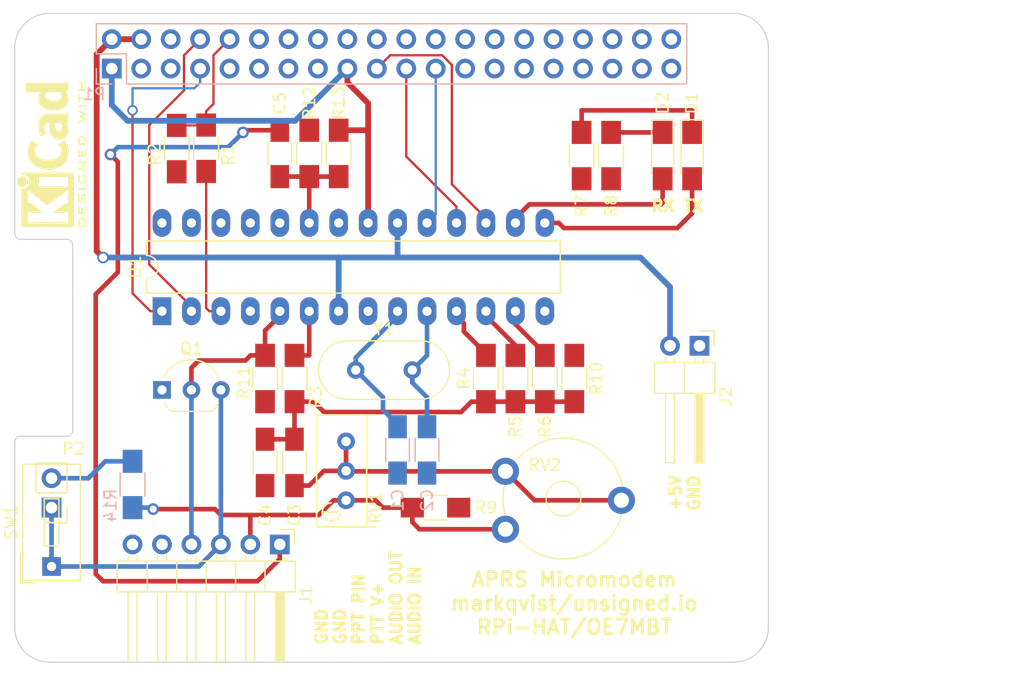
<source format=kicad_pcb>
(kicad_pcb (version 20171130) (host pcbnew "(5.0.0)")

  (general
    (thickness 1.6)
    (drawings 37)
    (tracks 173)
    (zones 0)
    (modules 36)
    (nets 58)
  )

  (page A3)
  (title_block
    (date "15 nov 2012")
  )

  (layers
    (0 F.Cu signal)
    (31 B.Cu signal)
    (32 B.Adhes user)
    (33 F.Adhes user)
    (34 B.Paste user)
    (35 F.Paste user)
    (36 B.SilkS user)
    (37 F.SilkS user)
    (38 B.Mask user)
    (39 F.Mask user)
    (40 Dwgs.User user)
    (41 Cmts.User user)
    (42 Eco1.User user)
    (43 Eco2.User user)
    (44 Edge.Cuts user)
  )

  (setup
    (last_trace_width 0.2)
    (trace_clearance 0.2)
    (zone_clearance 0.508)
    (zone_45_only no)
    (trace_min 0.1524)
    (segment_width 0.1)
    (edge_width 0.1)
    (via_size 0.9)
    (via_drill 0.6)
    (via_min_size 0.8)
    (via_min_drill 0.5)
    (uvia_size 0.5)
    (uvia_drill 0.1)
    (uvias_allowed no)
    (uvia_min_size 0.5)
    (uvia_min_drill 0.1)
    (pcb_text_width 0.3)
    (pcb_text_size 1 1)
    (mod_edge_width 0.15)
    (mod_text_size 1 1)
    (mod_text_width 0.15)
    (pad_size 2 1.7)
    (pad_drill 0)
    (pad_to_mask_clearance 0.0508)
    (aux_axis_origin 200 150)
    (grid_origin 200 150)
    (visible_elements 7FFFFFFF)
    (pcbplotparams
      (layerselection 0x00030_80000001)
      (usegerberextensions true)
      (usegerberattributes false)
      (usegerberadvancedattributes false)
      (creategerberjobfile false)
      (excludeedgelayer true)
      (linewidth 0.150000)
      (plotframeref false)
      (viasonmask false)
      (mode 1)
      (useauxorigin false)
      (hpglpennumber 1)
      (hpglpenspeed 20)
      (hpglpendiameter 15.000000)
      (psnegative false)
      (psa4output false)
      (plotreference true)
      (plotvalue true)
      (plotinvisibletext false)
      (padsonsilk false)
      (subtractmaskfromsilk false)
      (outputformat 1)
      (mirror false)
      (drillshape 1)
      (scaleselection 1)
      (outputdirectory ""))
  )

  (net 0 "")
  (net 1 +3V3)
  (net 2 +5V)
  (net 3 GND)
  (net 4 "Net-(C1-Pad2)")
  (net 5 "Net-(C2-Pad2)")
  (net 6 "Net-(C3-Pad1)")
  (net 7 "Net-(C3-Pad2)")
  (net 8 A0)
  (net 9 Analog_IN)
  (net 10 "Net-(D1-Pad2)")
  (net 11 "Net-(D1-Pad1)")
  (net 12 "Net-(D2-Pad1)")
  (net 13 "Net-(D2-Pad2)")
  (net 14 PTT_PIN)
  (net 15 PTT_V+)
  (net 16 Analog_OUT)
  (net 17 "Net-(P1-Pad3)")
  (net 18 "Net-(P1-Pad5)")
  (net 19 RESET)
  (net 20 MCU_RX)
  (net 21 RXD_RPI)
  (net 22 "Net-(P1-Pad11)")
  (net 23 "Net-(P1-Pad12)")
  (net 24 "Net-(P1-Pad13)")
  (net 25 "Net-(P1-Pad15)")
  (net 26 "Net-(P1-Pad16)")
  (net 27 "Net-(P1-Pad18)")
  (net 28 MOSI)
  (net 29 MISO)
  (net 30 "Net-(P1-Pad22)")
  (net 31 SCK)
  (net 32 "Net-(P1-Pad24)")
  (net 33 "Net-(P1-Pad26)")
  (net 34 "Net-(P1-Pad27)")
  (net 35 "Net-(P1-Pad28)")
  (net 36 "Net-(P1-Pad29)")
  (net 37 "Net-(P1-Pad31)")
  (net 38 "Net-(P1-Pad32)")
  (net 39 "Net-(P1-Pad33)")
  (net 40 "Net-(P1-Pad35)")
  (net 41 "Net-(P1-Pad36)")
  (net 42 "Net-(P1-Pad37)")
  (net 43 "Net-(P1-Pad38)")
  (net 44 "Net-(P1-Pad40)")
  (net 45 MCU_TX)
  (net 46 "Net-(R3-Pad1)")
  (net 47 "Net-(R4-Pad1)")
  (net 48 "Net-(R5-Pad1)")
  (net 49 "Net-(R6-Pad1)")
  (net 50 "Net-(U1-Pad28)")
  (net 51 "Net-(U1-Pad14)")
  (net 52 "Net-(U1-Pad27)")
  (net 53 "Net-(U1-Pad26)")
  (net 54 "Net-(U1-Pad25)")
  (net 55 "Net-(U1-Pad24)")
  (net 56 "Net-(U1-Pad4)")
  (net 57 "Net-(P2-Pad2)")

  (net_class Default "This is the default net class."
    (clearance 0.2)
    (trace_width 0.2)
    (via_dia 0.9)
    (via_drill 0.6)
    (uvia_dia 0.5)
    (uvia_drill 0.1)
    (add_net MCU_RX)
    (add_net MCU_TX)
    (add_net MISO)
    (add_net MOSI)
    (add_net RESET)
    (add_net RXD_RPI)
    (add_net SCK)
  )

  (net_class Netz ""
    (clearance 0.2)
    (trace_width 0.4)
    (via_dia 1)
    (via_drill 0.6)
    (uvia_dia 0.5)
    (uvia_drill 0.1)
    (add_net A0)
    (add_net Analog_IN)
    (add_net Analog_OUT)
    (add_net GND)
    (add_net "Net-(C1-Pad2)")
    (add_net "Net-(C2-Pad2)")
    (add_net "Net-(C3-Pad1)")
    (add_net "Net-(C3-Pad2)")
    (add_net "Net-(D1-Pad1)")
    (add_net "Net-(D1-Pad2)")
    (add_net "Net-(D2-Pad1)")
    (add_net "Net-(D2-Pad2)")
    (add_net "Net-(P1-Pad11)")
    (add_net "Net-(P1-Pad12)")
    (add_net "Net-(P1-Pad13)")
    (add_net "Net-(P1-Pad15)")
    (add_net "Net-(P1-Pad16)")
    (add_net "Net-(P1-Pad18)")
    (add_net "Net-(P1-Pad22)")
    (add_net "Net-(P1-Pad24)")
    (add_net "Net-(P1-Pad26)")
    (add_net "Net-(P1-Pad27)")
    (add_net "Net-(P1-Pad28)")
    (add_net "Net-(P1-Pad29)")
    (add_net "Net-(P1-Pad3)")
    (add_net "Net-(P1-Pad31)")
    (add_net "Net-(P1-Pad32)")
    (add_net "Net-(P1-Pad33)")
    (add_net "Net-(P1-Pad35)")
    (add_net "Net-(P1-Pad36)")
    (add_net "Net-(P1-Pad37)")
    (add_net "Net-(P1-Pad38)")
    (add_net "Net-(P1-Pad40)")
    (add_net "Net-(P1-Pad5)")
    (add_net "Net-(P2-Pad2)")
    (add_net "Net-(R3-Pad1)")
    (add_net "Net-(R4-Pad1)")
    (add_net "Net-(R5-Pad1)")
    (add_net "Net-(R6-Pad1)")
    (add_net "Net-(U1-Pad14)")
    (add_net "Net-(U1-Pad24)")
    (add_net "Net-(U1-Pad25)")
    (add_net "Net-(U1-Pad26)")
    (add_net "Net-(U1-Pad27)")
    (add_net "Net-(U1-Pad28)")
    (add_net "Net-(U1-Pad4)")
    (add_net PTT_PIN)
    (add_net PTT_V+)
  )

  (net_class Power ""
    (clearance 0.2)
    (trace_width 0.5)
    (via_dia 1)
    (via_drill 0.7)
    (uvia_dia 0.5)
    (uvia_drill 0.1)
    (add_net +3V3)
    (add_net +5V)
  )

  (module Resistors_SMD:R_1206_HandSoldering (layer B.Cu) (tedit 58E0A804) (tstamp 5C2F801B)
    (at 210.16 134.665 90)
    (descr "Resistor SMD 1206, hand soldering")
    (tags "resistor 1206")
    (path /5C2C356B)
    (attr smd)
    (fp_text reference R14 (at -1.81 -1.905 90) (layer B.SilkS)
      (effects (font (size 1 1) (thickness 0.15)) (justify mirror))
    )
    (fp_text value 2K2 (at 0 -1.9 90) (layer B.Fab)
      (effects (font (size 1 1) (thickness 0.15)) (justify mirror))
    )
    (fp_line (start 3.25 -1.1) (end -3.25 -1.1) (layer B.CrtYd) (width 0.05))
    (fp_line (start 3.25 -1.1) (end 3.25 1.11) (layer B.CrtYd) (width 0.05))
    (fp_line (start -3.25 1.11) (end -3.25 -1.1) (layer B.CrtYd) (width 0.05))
    (fp_line (start -3.25 1.11) (end 3.25 1.11) (layer B.CrtYd) (width 0.05))
    (fp_line (start -1 1.07) (end 1 1.07) (layer B.SilkS) (width 0.12))
    (fp_line (start 1 -1.07) (end -1 -1.07) (layer B.SilkS) (width 0.12))
    (fp_line (start -1.6 0.8) (end 1.6 0.8) (layer B.Fab) (width 0.1))
    (fp_line (start 1.6 0.8) (end 1.6 -0.8) (layer B.Fab) (width 0.1))
    (fp_line (start 1.6 -0.8) (end -1.6 -0.8) (layer B.Fab) (width 0.1))
    (fp_line (start -1.6 -0.8) (end -1.6 0.8) (layer B.Fab) (width 0.1))
    (fp_text user %R (at 0 0 90) (layer B.Fab)
      (effects (font (size 0.7 0.7) (thickness 0.105)) (justify mirror))
    )
    (pad 2 smd rect (at 2 0 90) (size 2 1.7) (layers B.Cu B.Paste B.Mask)
      (net 57 "Net-(P2-Pad2)"))
    (pad 1 smd rect (at -2 0 90) (size 2 1.7) (layers B.Cu B.Paste B.Mask)
      (net 16 Analog_OUT))
    (model ${KISYS3DMOD}/Resistors_SMD.3dshapes/R_1206.wrl
      (at (xyz 0 0 0))
      (scale (xyz 1 1 1))
      (rotate (xyz 0 0 0))
    )
  )

  (module Crystals:Crystal_HC49-U_Vertical (layer F.Cu) (tedit 58CD2E9C) (tstamp 5C2D285A)
    (at 229.41 124.79)
    (descr "Crystal THT HC-49/U http://5hertz.com/pdfs/04404_D.pdf")
    (tags "THT crystalHC-49/U")
    (path /5C2D7B4B)
    (fp_text reference Y1 (at 2.44 -3.525) (layer F.SilkS)
      (effects (font (size 1 1) (thickness 0.15)))
    )
    (fp_text value 16MHz (at 2.44 3.525) (layer F.Fab)
      (effects (font (size 1 1) (thickness 0.15)))
    )
    (fp_arc (start 5.565 0) (end 5.565 -2.525) (angle 180) (layer F.SilkS) (width 0.12))
    (fp_arc (start -0.685 0) (end -0.685 -2.525) (angle -180) (layer F.SilkS) (width 0.12))
    (fp_arc (start 5.44 0) (end 5.44 -2) (angle 180) (layer F.Fab) (width 0.1))
    (fp_arc (start -0.56 0) (end -0.56 -2) (angle -180) (layer F.Fab) (width 0.1))
    (fp_arc (start 5.565 0) (end 5.565 -2.325) (angle 180) (layer F.Fab) (width 0.1))
    (fp_arc (start -0.685 0) (end -0.685 -2.325) (angle -180) (layer F.Fab) (width 0.1))
    (fp_line (start 8.4 -2.8) (end -3.5 -2.8) (layer F.CrtYd) (width 0.05))
    (fp_line (start 8.4 2.8) (end 8.4 -2.8) (layer F.CrtYd) (width 0.05))
    (fp_line (start -3.5 2.8) (end 8.4 2.8) (layer F.CrtYd) (width 0.05))
    (fp_line (start -3.5 -2.8) (end -3.5 2.8) (layer F.CrtYd) (width 0.05))
    (fp_line (start -0.685 2.525) (end 5.565 2.525) (layer F.SilkS) (width 0.12))
    (fp_line (start -0.685 -2.525) (end 5.565 -2.525) (layer F.SilkS) (width 0.12))
    (fp_line (start -0.56 2) (end 5.44 2) (layer F.Fab) (width 0.1))
    (fp_line (start -0.56 -2) (end 5.44 -2) (layer F.Fab) (width 0.1))
    (fp_line (start -0.685 2.325) (end 5.565 2.325) (layer F.Fab) (width 0.1))
    (fp_line (start -0.685 -2.325) (end 5.565 -2.325) (layer F.Fab) (width 0.1))
    (fp_text user %R (at 2.44 0) (layer F.Fab)
      (effects (font (size 1 1) (thickness 0.15)))
    )
    (pad 2 thru_hole circle (at 4.88 0) (size 1.5 1.5) (drill 0.8) (layers *.Cu *.Mask)
      (net 5 "Net-(C2-Pad2)"))
    (pad 1 thru_hole circle (at 0 0) (size 1.5 1.5) (drill 0.8) (layers *.Cu *.Mask)
      (net 4 "Net-(C1-Pad2)"))
    (model ${KISYS3DMOD}/Crystals.3dshapes/Crystal_HC49-U_Vertical.wrl
      (at (xyz 0 0 0))
      (scale (xyz 0.393701 0.393701 0.393701))
      (rotate (xyz 0 0 0))
    )
  )

  (module oe7mbt:Potentiometer_Bourns_3296W_3-8Zoll_Inline_ScrewUp (layer F.Cu) (tedit 5C2FE9C5) (tstamp 5C2C06C8)
    (at 228.575 136.03)
    (descr "3296, 3/8, Square, Trimpot, Trimming, Potentiometer, Bourns")
    (tags "3296, 3/8, Square, Trimpot, Trimming, Potentiometer, Bourns")
    (path /5C2E3358)
    (fp_text reference RV1 (at 2.54 0.635 -270) (layer F.SilkS)
      (effects (font (size 1 1) (thickness 0.15)))
    )
    (fp_text value 100K (at 1.27 5.08) (layer F.Fab)
      (effects (font (size 1 1) (thickness 0.15)))
    )
    (fp_line (start -2.032 1.016) (end -0.762 1.016) (layer F.SilkS) (width 0.15))
    (fp_line (start -1.2827 0.2286) (end -1.5367 0.2667) (layer F.SilkS) (width 0.15))
    (fp_line (start -1.5367 0.2667) (end -1.8161 0.4445) (layer F.SilkS) (width 0.15))
    (fp_line (start -1.8161 0.4445) (end -2.032 0.762) (layer F.SilkS) (width 0.15))
    (fp_line (start -2.032 0.762) (end -2.0447 1.2065) (layer F.SilkS) (width 0.15))
    (fp_line (start -2.0447 1.2065) (end -1.8415 1.5621) (layer F.SilkS) (width 0.15))
    (fp_line (start -1.8415 1.5621) (end -1.5494 1.7399) (layer F.SilkS) (width 0.15))
    (fp_line (start -1.5494 1.7399) (end -1.2319 1.7907) (layer F.SilkS) (width 0.15))
    (fp_line (start -1.2319 1.7907) (end -0.8255 1.6891) (layer F.SilkS) (width 0.15))
    (fp_line (start -0.8255 1.6891) (end -0.5715 1.3462) (layer F.SilkS) (width 0.15))
    (fp_line (start -0.5715 1.3462) (end -0.4826 1.1684) (layer F.SilkS) (width 0.15))
    (fp_line (start 1.778 -7.366) (end 1.778 2.286) (layer F.SilkS) (width 0.15))
    (fp_line (start -1.27 2.286) (end -2.54 2.286) (layer F.SilkS) (width 0.15))
    (fp_line (start -2.54 2.286) (end -2.54 -7.366) (layer F.SilkS) (width 0.15))
    (fp_line (start -2.54 -7.366) (end 2.54 -7.366) (layer F.SilkS) (width 0.15))
    (fp_line (start 2.54 2.286) (end 0 2.286) (layer F.SilkS) (width 0.15))
    (fp_line (start 0 2.286) (end -1.27 2.286) (layer F.SilkS) (width 0.15))
    (pad 2 thru_hole circle (at 0 -2.54) (size 1.524 1.524) (drill 0.8128) (layers *.Cu *.Mask)
      (net 7 "Net-(C3-Pad2)"))
    (pad 3 thru_hole circle (at 0 -5.08) (size 1.524 1.524) (drill 0.8128) (layers *.Cu *.Mask)
      (net 7 "Net-(C3-Pad2)"))
    (pad 1 thru_hole circle (at 0 0) (size 1.524 1.524) (drill 0.8128) (layers *.Cu *.Mask)
      (net 16 Analog_OUT))
    (model Potentiometers.3dshapes/Potentiometer_Bourns_3296W_3-8Zoll_Inline_ScrewUp.wrl
      (at (xyz 0 0 0))
      (scale (xyz 1 1 1))
      (rotate (xyz 0 0 0))
    )
    (model ${KISYS3DMOD}/Potentiometers.3dshapes/Potentiometer_Trimmer_Bourns_3296W.wrl
      (at (xyz 0 0 0))
      (scale (xyz 1 1 1))
      (rotate (xyz 0 0 0))
    )
  )

  (module Resistors_SMD:R_1206_HandSoldering (layer F.Cu) (tedit 58E0A804) (tstamp 5C2F7B40)
    (at 251.435 106.28 270)
    (descr "Resistor SMD 1206, hand soldering")
    (tags "resistor 1206")
    (path /5C2DD408)
    (attr smd)
    (fp_text reference R8 (at 4.35 0 270) (layer F.SilkS)
      (effects (font (size 1 1) (thickness 0.15)))
    )
    (fp_text value 470R (at 0 1.9 270) (layer F.Fab)
      (effects (font (size 1 1) (thickness 0.15)))
    )
    (fp_line (start 3.25 1.1) (end -3.25 1.1) (layer F.CrtYd) (width 0.05))
    (fp_line (start 3.25 1.1) (end 3.25 -1.11) (layer F.CrtYd) (width 0.05))
    (fp_line (start -3.25 -1.11) (end -3.25 1.1) (layer F.CrtYd) (width 0.05))
    (fp_line (start -3.25 -1.11) (end 3.25 -1.11) (layer F.CrtYd) (width 0.05))
    (fp_line (start -1 -1.07) (end 1 -1.07) (layer F.SilkS) (width 0.12))
    (fp_line (start 1 1.07) (end -1 1.07) (layer F.SilkS) (width 0.12))
    (fp_line (start -1.6 -0.8) (end 1.6 -0.8) (layer F.Fab) (width 0.1))
    (fp_line (start 1.6 -0.8) (end 1.6 0.8) (layer F.Fab) (width 0.1))
    (fp_line (start 1.6 0.8) (end -1.6 0.8) (layer F.Fab) (width 0.1))
    (fp_line (start -1.6 0.8) (end -1.6 -0.8) (layer F.Fab) (width 0.1))
    (fp_text user %R (at 0 0 270) (layer F.Fab)
      (effects (font (size 0.7 0.7) (thickness 0.105)))
    )
    (pad 2 smd rect (at 2 0 270) (size 2 1.7) (layers F.Cu F.Paste F.Mask)
      (net 3 GND))
    (pad 1 smd rect (at -2 0 270) (size 2 1.7) (layers F.Cu F.Paste F.Mask)
      (net 12 "Net-(D2-Pad1)"))
    (model ${KISYS3DMOD}/Resistors_SMD.3dshapes/R_1206.wrl
      (at (xyz 0 0 0))
      (scale (xyz 1 1 1))
      (rotate (xyz 0 0 0))
    )
  )

  (module Pin_Headers:Pin_Header_Straight_1x02_Pitch2.54mm (layer F.Cu) (tedit 59650532) (tstamp 5C2C05B4)
    (at 203.175 136.665 180)
    (descr "Through hole straight pin header, 1x02, 2.54mm pitch, single row")
    (tags "Through hole pin header THT 1x02 2.54mm single row")
    (path /5C2C35DD)
    (fp_text reference P2 (at -1.905 5.08 180) (layer F.SilkS)
      (effects (font (size 1 1) (thickness 0.15)))
    )
    (fp_text value HFG (at 0 4.87 180) (layer F.Fab)
      (effects (font (size 1 1) (thickness 0.15)))
    )
    (fp_text user %R (at 0 1.27 270) (layer F.Fab)
      (effects (font (size 1 1) (thickness 0.15)))
    )
    (fp_line (start 1.8 -1.8) (end -1.8 -1.8) (layer F.CrtYd) (width 0.05))
    (fp_line (start 1.8 4.35) (end 1.8 -1.8) (layer F.CrtYd) (width 0.05))
    (fp_line (start -1.8 4.35) (end 1.8 4.35) (layer F.CrtYd) (width 0.05))
    (fp_line (start -1.8 -1.8) (end -1.8 4.35) (layer F.CrtYd) (width 0.05))
    (fp_line (start -1.33 -1.33) (end 0 -1.33) (layer F.SilkS) (width 0.12))
    (fp_line (start -1.33 0) (end -1.33 -1.33) (layer F.SilkS) (width 0.12))
    (fp_line (start -1.33 1.27) (end 1.33 1.27) (layer F.SilkS) (width 0.12))
    (fp_line (start 1.33 1.27) (end 1.33 3.87) (layer F.SilkS) (width 0.12))
    (fp_line (start -1.33 1.27) (end -1.33 3.87) (layer F.SilkS) (width 0.12))
    (fp_line (start -1.33 3.87) (end 1.33 3.87) (layer F.SilkS) (width 0.12))
    (fp_line (start -1.27 -0.635) (end -0.635 -1.27) (layer F.Fab) (width 0.1))
    (fp_line (start -1.27 3.81) (end -1.27 -0.635) (layer F.Fab) (width 0.1))
    (fp_line (start 1.27 3.81) (end -1.27 3.81) (layer F.Fab) (width 0.1))
    (fp_line (start 1.27 -1.27) (end 1.27 3.81) (layer F.Fab) (width 0.1))
    (fp_line (start -0.635 -1.27) (end 1.27 -1.27) (layer F.Fab) (width 0.1))
    (pad 2 thru_hole oval (at 0 2.54 180) (size 1.7 1.7) (drill 1) (layers *.Cu *.Mask)
      (net 57 "Net-(P2-Pad2)"))
    (pad 1 thru_hole rect (at 0 0 180) (size 1.7 1.7) (drill 1) (layers *.Cu *.Mask)
      (net 15 PTT_V+))
    (model ${KISYS3DMOD}/Pin_Headers.3dshapes/Pin_Header_Straight_1x02_Pitch2.54mm.wrl
      (at (xyz 0 0 0))
      (scale (xyz 1 1 1))
      (rotate (xyz 0 0 0))
    )
  )

  (module Housings_DIP:DIP-28_W7.62mm_LongPads (layer F.Cu) (tedit 59C78D6B) (tstamp 5C2C06F8)
    (at 212.7 119.71 90)
    (descr "28-lead though-hole mounted DIP package, row spacing 7.62 mm (300 mils), LongPads")
    (tags "THT DIP DIL PDIP 2.54mm 7.62mm 300mil LongPads")
    (path /5C2D6D03)
    (fp_text reference U1 (at 3.81 -2.33 90) (layer F.SilkS)
      (effects (font (size 1 1) (thickness 0.15)))
    )
    (fp_text value ATmega328-PU (at 3.81 35.35 90) (layer F.Fab)
      (effects (font (size 1 1) (thickness 0.15)))
    )
    (fp_text user %R (at 3.81 16.51 90) (layer F.Fab)
      (effects (font (size 1 1) (thickness 0.15)))
    )
    (fp_line (start 9.1 -1.55) (end -1.45 -1.55) (layer F.CrtYd) (width 0.05))
    (fp_line (start 9.1 34.55) (end 9.1 -1.55) (layer F.CrtYd) (width 0.05))
    (fp_line (start -1.45 34.55) (end 9.1 34.55) (layer F.CrtYd) (width 0.05))
    (fp_line (start -1.45 -1.55) (end -1.45 34.55) (layer F.CrtYd) (width 0.05))
    (fp_line (start 6.06 -1.33) (end 4.81 -1.33) (layer F.SilkS) (width 0.12))
    (fp_line (start 6.06 34.35) (end 6.06 -1.33) (layer F.SilkS) (width 0.12))
    (fp_line (start 1.56 34.35) (end 6.06 34.35) (layer F.SilkS) (width 0.12))
    (fp_line (start 1.56 -1.33) (end 1.56 34.35) (layer F.SilkS) (width 0.12))
    (fp_line (start 2.81 -1.33) (end 1.56 -1.33) (layer F.SilkS) (width 0.12))
    (fp_line (start 0.635 -0.27) (end 1.635 -1.27) (layer F.Fab) (width 0.1))
    (fp_line (start 0.635 34.29) (end 0.635 -0.27) (layer F.Fab) (width 0.1))
    (fp_line (start 6.985 34.29) (end 0.635 34.29) (layer F.Fab) (width 0.1))
    (fp_line (start 6.985 -1.27) (end 6.985 34.29) (layer F.Fab) (width 0.1))
    (fp_line (start 1.635 -1.27) (end 6.985 -1.27) (layer F.Fab) (width 0.1))
    (fp_arc (start 3.81 -1.33) (end 2.81 -1.33) (angle -180) (layer F.SilkS) (width 0.12))
    (pad 28 thru_hole oval (at 7.62 0 90) (size 2.4 1.6) (drill 0.8) (layers *.Cu *.Mask)
      (net 50 "Net-(U1-Pad28)"))
    (pad 14 thru_hole oval (at 0 33.02 90) (size 2.4 1.6) (drill 0.8) (layers *.Cu *.Mask)
      (net 51 "Net-(U1-Pad14)"))
    (pad 27 thru_hole oval (at 7.62 2.54 90) (size 2.4 1.6) (drill 0.8) (layers *.Cu *.Mask)
      (net 52 "Net-(U1-Pad27)"))
    (pad 13 thru_hole oval (at 0 30.48 90) (size 2.4 1.6) (drill 0.8) (layers *.Cu *.Mask)
      (net 49 "Net-(R6-Pad1)"))
    (pad 26 thru_hole oval (at 7.62 5.08 90) (size 2.4 1.6) (drill 0.8) (layers *.Cu *.Mask)
      (net 53 "Net-(U1-Pad26)"))
    (pad 12 thru_hole oval (at 0 27.94 90) (size 2.4 1.6) (drill 0.8) (layers *.Cu *.Mask)
      (net 48 "Net-(R5-Pad1)"))
    (pad 25 thru_hole oval (at 7.62 7.62 90) (size 2.4 1.6) (drill 0.8) (layers *.Cu *.Mask)
      (net 54 "Net-(U1-Pad25)"))
    (pad 11 thru_hole oval (at 0 25.4 90) (size 2.4 1.6) (drill 0.8) (layers *.Cu *.Mask)
      (net 47 "Net-(R4-Pad1)"))
    (pad 24 thru_hole oval (at 7.62 10.16 90) (size 2.4 1.6) (drill 0.8) (layers *.Cu *.Mask)
      (net 55 "Net-(U1-Pad24)"))
    (pad 10 thru_hole oval (at 0 22.86 90) (size 2.4 1.6) (drill 0.8) (layers *.Cu *.Mask)
      (net 5 "Net-(C2-Pad2)"))
    (pad 23 thru_hole oval (at 7.62 12.7 90) (size 2.4 1.6) (drill 0.8) (layers *.Cu *.Mask)
      (net 8 A0))
    (pad 9 thru_hole oval (at 0 20.32 90) (size 2.4 1.6) (drill 0.8) (layers *.Cu *.Mask)
      (net 4 "Net-(C1-Pad2)"))
    (pad 22 thru_hole oval (at 7.62 15.24 90) (size 2.4 1.6) (drill 0.8) (layers *.Cu *.Mask)
      (net 3 GND))
    (pad 8 thru_hole oval (at 0 17.78 90) (size 2.4 1.6) (drill 0.8) (layers *.Cu *.Mask)
      (net 3 GND))
    (pad 21 thru_hole oval (at 7.62 17.78 90) (size 2.4 1.6) (drill 0.8) (layers *.Cu *.Mask)
      (net 1 +3V3))
    (pad 7 thru_hole oval (at 0 15.24 90) (size 2.4 1.6) (drill 0.8) (layers *.Cu *.Mask)
      (net 2 +5V))
    (pad 20 thru_hole oval (at 7.62 20.32 90) (size 2.4 1.6) (drill 0.8) (layers *.Cu *.Mask)
      (net 2 +5V))
    (pad 6 thru_hole oval (at 0 12.7 90) (size 2.4 1.6) (drill 0.8) (layers *.Cu *.Mask)
      (net 46 "Net-(R3-Pad1)"))
    (pad 19 thru_hole oval (at 7.62 22.86 90) (size 2.4 1.6) (drill 0.8) (layers *.Cu *.Mask)
      (net 31 SCK))
    (pad 5 thru_hole oval (at 0 10.16 90) (size 2.4 1.6) (drill 0.8) (layers *.Cu *.Mask)
      (net 14 PTT_PIN))
    (pad 18 thru_hole oval (at 7.62 25.4 90) (size 2.4 1.6) (drill 0.8) (layers *.Cu *.Mask)
      (net 29 MISO))
    (pad 4 thru_hole oval (at 0 7.62 90) (size 2.4 1.6) (drill 0.8) (layers *.Cu *.Mask)
      (net 56 "Net-(U1-Pad4)"))
    (pad 17 thru_hole oval (at 7.62 27.94 90) (size 2.4 1.6) (drill 0.8) (layers *.Cu *.Mask)
      (net 28 MOSI))
    (pad 3 thru_hole oval (at 0 5.08 90) (size 2.4 1.6) (drill 0.8) (layers *.Cu *.Mask)
      (net 45 MCU_TX))
    (pad 16 thru_hole oval (at 7.62 30.48 90) (size 2.4 1.6) (drill 0.8) (layers *.Cu *.Mask)
      (net 13 "Net-(D2-Pad2)"))
    (pad 2 thru_hole oval (at 0 2.54 90) (size 2.4 1.6) (drill 0.8) (layers *.Cu *.Mask)
      (net 20 MCU_RX))
    (pad 15 thru_hole oval (at 7.62 33.02 90) (size 2.4 1.6) (drill 0.8) (layers *.Cu *.Mask)
      (net 10 "Net-(D1-Pad2)"))
    (pad 1 thru_hole rect (at 0 0 90) (size 2.4 1.6) (drill 0.8) (layers *.Cu *.Mask)
      (net 19 RESET))
    (model ${KISYS3DMOD}/Housings_DIP.3dshapes/DIP-28_W7.62mm.wrl
      (at (xyz 0 0 0))
      (scale (xyz 1 1 1))
      (rotate (xyz 0 0 0))
    )
  )

  (module LEDs:LED_1206_HandSoldering (layer F.Cu) (tedit 595FC724) (tstamp 5C300384)
    (at 255.88 106.28 270)
    (descr "LED SMD 1206, hand soldering")
    (tags "LED 1206")
    (path /5C2DCF92)
    (attr smd)
    (fp_text reference D2 (at -4.54 0 270) (layer F.SilkS)
      (effects (font (size 1 1) (thickness 0.15)))
    )
    (fp_text value RX (at 0 1.9 270) (layer F.Fab)
      (effects (font (size 1 1) (thickness 0.15)))
    )
    (fp_line (start -3.1 -0.95) (end -3.1 0.95) (layer F.SilkS) (width 0.12))
    (fp_line (start -0.4 0) (end 0.2 -0.4) (layer F.Fab) (width 0.1))
    (fp_line (start 0.2 -0.4) (end 0.2 0.4) (layer F.Fab) (width 0.1))
    (fp_line (start 0.2 0.4) (end -0.4 0) (layer F.Fab) (width 0.1))
    (fp_line (start -0.45 -0.4) (end -0.45 0.4) (layer F.Fab) (width 0.1))
    (fp_line (start -1.6 0.8) (end -1.6 -0.8) (layer F.Fab) (width 0.1))
    (fp_line (start 1.6 0.8) (end -1.6 0.8) (layer F.Fab) (width 0.1))
    (fp_line (start 1.6 -0.8) (end 1.6 0.8) (layer F.Fab) (width 0.1))
    (fp_line (start -1.6 -0.8) (end 1.6 -0.8) (layer F.Fab) (width 0.1))
    (fp_line (start -3.1 0.95) (end 1.6 0.95) (layer F.SilkS) (width 0.12))
    (fp_line (start -3.1 -0.95) (end 1.6 -0.95) (layer F.SilkS) (width 0.12))
    (fp_line (start -3.25 -1.11) (end 3.25 -1.11) (layer F.CrtYd) (width 0.05))
    (fp_line (start -3.25 -1.11) (end -3.25 1.1) (layer F.CrtYd) (width 0.05))
    (fp_line (start 3.25 1.1) (end 3.25 -1.11) (layer F.CrtYd) (width 0.05))
    (fp_line (start 3.25 1.1) (end -3.25 1.1) (layer F.CrtYd) (width 0.05))
    (pad 1 smd rect (at -2 0 270) (size 2 1.7) (layers F.Cu F.Paste F.Mask)
      (net 12 "Net-(D2-Pad1)"))
    (pad 2 smd rect (at 2 0 270) (size 2 1.7) (layers F.Cu F.Paste F.Mask)
      (net 13 "Net-(D2-Pad2)"))
    (model ${KISYS3DMOD}/LEDs.3dshapes/LED_1206.wrl
      (at (xyz 0 0 0))
      (scale (xyz 1 1 1))
      (rotate (xyz 0 0 180))
    )
  )

  (module MountingHole:MountingHole_2.7mm_M2.5 (layer F.Cu) (tedit 5C2FE181) (tstamp 5A793E98)
    (at 261.5 146.5)
    (descr "Mounting Hole 2.7mm, no annular, M2.5")
    (tags "mounting hole 2.7mm no annular m2.5")
    (path /5834FC4F)
    (attr virtual)
    (fp_text reference MK4 (at 0 -3.7) (layer F.SilkS) hide
      (effects (font (size 1 1) (thickness 0.15)))
    )
    (fp_text value M2.5 (at 0 3.7) (layer F.Fab)
      (effects (font (size 1 1) (thickness 0.15)))
    )
    (fp_circle (center 0 0) (end 2.95 0) (layer F.CrtYd) (width 0.05))
    (fp_circle (center 0 0) (end 2.7 0) (layer Cmts.User) (width 0.15))
    (fp_text user %R (at 0.3 0) (layer F.Fab)
      (effects (font (size 1 1) (thickness 0.15)))
    )
    (pad 1 np_thru_hole circle (at 0 0) (size 2.7 2.7) (drill 2.7) (layers *.Cu *.Mask))
  )

  (module Capacitors_SMD:C_1206_HandSoldering (layer B.Cu) (tedit 58AA84D1) (tstamp 5C2F7F96)
    (at 233.02 131.68 90)
    (descr "Capacitor SMD 1206, hand soldering")
    (tags "capacitor 1206")
    (path /5C2DE8FA)
    (attr smd)
    (fp_text reference C1 (at -4.35 0 90) (layer B.SilkS)
      (effects (font (size 1 1) (thickness 0.15)) (justify mirror))
    )
    (fp_text value 22pF (at 0 -2 90) (layer B.Fab)
      (effects (font (size 1 1) (thickness 0.15)) (justify mirror))
    )
    (fp_text user %R (at 0 1.75 90) (layer B.Fab)
      (effects (font (size 1 1) (thickness 0.15)) (justify mirror))
    )
    (fp_line (start -1.6 -0.8) (end -1.6 0.8) (layer B.Fab) (width 0.1))
    (fp_line (start 1.6 -0.8) (end -1.6 -0.8) (layer B.Fab) (width 0.1))
    (fp_line (start 1.6 0.8) (end 1.6 -0.8) (layer B.Fab) (width 0.1))
    (fp_line (start -1.6 0.8) (end 1.6 0.8) (layer B.Fab) (width 0.1))
    (fp_line (start 1 1.02) (end -1 1.02) (layer B.SilkS) (width 0.12))
    (fp_line (start -1 -1.02) (end 1 -1.02) (layer B.SilkS) (width 0.12))
    (fp_line (start -3.25 1.05) (end 3.25 1.05) (layer B.CrtYd) (width 0.05))
    (fp_line (start -3.25 1.05) (end -3.25 -1.05) (layer B.CrtYd) (width 0.05))
    (fp_line (start 3.25 -1.05) (end 3.25 1.05) (layer B.CrtYd) (width 0.05))
    (fp_line (start 3.25 -1.05) (end -3.25 -1.05) (layer B.CrtYd) (width 0.05))
    (pad 1 smd rect (at -2 0 90) (size 2 1.6) (layers B.Cu B.Paste B.Mask)
      (net 3 GND))
    (pad 2 smd rect (at 2 0 90) (size 2 1.6) (layers B.Cu B.Paste B.Mask)
      (net 4 "Net-(C1-Pad2)"))
    (model Capacitors_SMD.3dshapes/C_1206.wrl
      (at (xyz 0 0 0))
      (scale (xyz 1 1 1))
      (rotate (xyz 0 0 0))
    )
  )

  (module Resistors_SMD:R_1206_HandSoldering (layer F.Cu) (tedit 5C2F7972) (tstamp 5C2F7980)
    (at 236.29 136.665)
    (descr "Resistor SMD 1206, hand soldering")
    (tags "resistor 1206")
    (path /5C2E8154)
    (attr smd)
    (fp_text reference R9 (at 4.35 0) (layer F.SilkS)
      (effects (font (size 1 1) (thickness 0.15)))
    )
    (fp_text value 1K (at 0 1.9) (layer F.Fab)
      (effects (font (size 1 1) (thickness 0.15)))
    )
    (fp_line (start 3.25 1.1) (end -3.25 1.1) (layer F.CrtYd) (width 0.05))
    (fp_line (start 3.25 1.1) (end 3.25 -1.11) (layer F.CrtYd) (width 0.05))
    (fp_line (start -3.25 -1.11) (end -3.25 1.1) (layer F.CrtYd) (width 0.05))
    (fp_line (start -3.25 -1.11) (end 3.25 -1.11) (layer F.CrtYd) (width 0.05))
    (fp_line (start -1 -1.07) (end 1 -1.07) (layer F.SilkS) (width 0.12))
    (fp_line (start 1 1.07) (end -1 1.07) (layer F.SilkS) (width 0.12))
    (fp_line (start -1.6 -0.8) (end 1.6 -0.8) (layer F.Fab) (width 0.1))
    (fp_line (start 1.6 -0.8) (end 1.6 0.8) (layer F.Fab) (width 0.1))
    (fp_line (start 1.6 0.8) (end -1.6 0.8) (layer F.Fab) (width 0.1))
    (fp_line (start -1.6 0.8) (end -1.6 -0.8) (layer F.Fab) (width 0.1))
    (fp_text user %R (at 0 0) (layer F.Fab)
      (effects (font (size 0.7 0.7) (thickness 0.105)))
    )
    (pad 2 smd rect (at 2 0) (size 2 1.7) (layers F.Cu F.Paste F.Mask)
      (net 3 GND))
    (pad 1 smd rect (at -2 0) (size 2 1.7) (layers F.Cu F.Paste F.Mask)
      (net 16 Analog_OUT))
    (model ${KISYS3DMOD}/Resistors_SMD.3dshapes/R_1206.wrl
      (at (xyz 0 0 0))
      (scale (xyz 1 1 1))
      (rotate (xyz 0 0 0))
    )
  )

  (module Capacitors_SMD:C_1206_HandSoldering (layer F.Cu) (tedit 58AA84D1) (tstamp 5C2F7DBE)
    (at 222.86 106.09 90)
    (descr "Capacitor SMD 1206, hand soldering")
    (tags "capacitor 1206")
    (path /589FB8CD)
    (attr smd)
    (fp_text reference C5 (at 4.35 0 90) (layer F.SilkS)
      (effects (font (size 1 1) (thickness 0.15)))
    )
    (fp_text value 1uF (at 0 2 90) (layer F.Fab)
      (effects (font (size 1 1) (thickness 0.15)))
    )
    (fp_line (start 3.25 1.05) (end -3.25 1.05) (layer F.CrtYd) (width 0.05))
    (fp_line (start 3.25 1.05) (end 3.25 -1.05) (layer F.CrtYd) (width 0.05))
    (fp_line (start -3.25 -1.05) (end -3.25 1.05) (layer F.CrtYd) (width 0.05))
    (fp_line (start -3.25 -1.05) (end 3.25 -1.05) (layer F.CrtYd) (width 0.05))
    (fp_line (start -1 1.02) (end 1 1.02) (layer F.SilkS) (width 0.12))
    (fp_line (start 1 -1.02) (end -1 -1.02) (layer F.SilkS) (width 0.12))
    (fp_line (start -1.6 -0.8) (end 1.6 -0.8) (layer F.Fab) (width 0.1))
    (fp_line (start 1.6 -0.8) (end 1.6 0.8) (layer F.Fab) (width 0.1))
    (fp_line (start 1.6 0.8) (end -1.6 0.8) (layer F.Fab) (width 0.1))
    (fp_line (start -1.6 0.8) (end -1.6 -0.8) (layer F.Fab) (width 0.1))
    (fp_text user %R (at 0 -1.75 90) (layer F.Fab)
      (effects (font (size 1 1) (thickness 0.15)))
    )
    (pad 2 smd rect (at 2 0 90) (size 2 1.6) (layers F.Cu F.Paste F.Mask)
      (net 9 Analog_IN))
    (pad 1 smd rect (at -2 0 90) (size 2 1.6) (layers F.Cu F.Paste F.Mask)
      (net 8 A0))
    (model Capacitors_SMD.3dshapes/C_1206.wrl
      (at (xyz 0 0 0))
      (scale (xyz 1 1 1))
      (rotate (xyz 0 0 0))
    )
  )

  (module Resistors_SMD:R_1206_HandSoldering (layer F.Cu) (tedit 58E0A804) (tstamp 5C2F7C5E)
    (at 240.64 125.52 270)
    (descr "Resistor SMD 1206, hand soldering")
    (tags "resistor 1206")
    (path /5C2B5FB1)
    (attr smd)
    (fp_text reference R4 (at 0 1.905 270) (layer F.SilkS)
      (effects (font (size 1 1) (thickness 0.15)))
    )
    (fp_text value 3K9 (at 0 1.9 270) (layer F.Fab)
      (effects (font (size 1 1) (thickness 0.15)))
    )
    (fp_text user %R (at 0 0 270) (layer F.Fab)
      (effects (font (size 0.7 0.7) (thickness 0.105)))
    )
    (fp_line (start -1.6 0.8) (end -1.6 -0.8) (layer F.Fab) (width 0.1))
    (fp_line (start 1.6 0.8) (end -1.6 0.8) (layer F.Fab) (width 0.1))
    (fp_line (start 1.6 -0.8) (end 1.6 0.8) (layer F.Fab) (width 0.1))
    (fp_line (start -1.6 -0.8) (end 1.6 -0.8) (layer F.Fab) (width 0.1))
    (fp_line (start 1 1.07) (end -1 1.07) (layer F.SilkS) (width 0.12))
    (fp_line (start -1 -1.07) (end 1 -1.07) (layer F.SilkS) (width 0.12))
    (fp_line (start -3.25 -1.11) (end 3.25 -1.11) (layer F.CrtYd) (width 0.05))
    (fp_line (start -3.25 -1.11) (end -3.25 1.1) (layer F.CrtYd) (width 0.05))
    (fp_line (start 3.25 1.1) (end 3.25 -1.11) (layer F.CrtYd) (width 0.05))
    (fp_line (start 3.25 1.1) (end -3.25 1.1) (layer F.CrtYd) (width 0.05))
    (pad 1 smd rect (at -2 0 270) (size 2 1.7) (layers F.Cu F.Paste F.Mask)
      (net 47 "Net-(R4-Pad1)"))
    (pad 2 smd rect (at 2 0 270) (size 2 1.7) (layers F.Cu F.Paste F.Mask)
      (net 6 "Net-(C3-Pad1)"))
    (model ${KISYS3DMOD}/Resistors_SMD.3dshapes/R_1206.wrl
      (at (xyz 0 0 0))
      (scale (xyz 1 1 1))
      (rotate (xyz 0 0 0))
    )
  )

  (module Resistors_SMD:R_1206_HandSoldering (layer F.Cu) (tedit 58E0A804) (tstamp 5C2F7C6F)
    (at 243.18 125.52 270)
    (descr "Resistor SMD 1206, hand soldering")
    (tags "resistor 1206")
    (path /5C2B5F89)
    (attr smd)
    (fp_text reference R5 (at 4.16 0 270) (layer F.SilkS)
      (effects (font (size 1 1) (thickness 0.15)))
    )
    (fp_text value 2K2 (at 0 1.9 270) (layer F.Fab)
      (effects (font (size 1 1) (thickness 0.15)))
    )
    (fp_line (start 3.25 1.1) (end -3.25 1.1) (layer F.CrtYd) (width 0.05))
    (fp_line (start 3.25 1.1) (end 3.25 -1.11) (layer F.CrtYd) (width 0.05))
    (fp_line (start -3.25 -1.11) (end -3.25 1.1) (layer F.CrtYd) (width 0.05))
    (fp_line (start -3.25 -1.11) (end 3.25 -1.11) (layer F.CrtYd) (width 0.05))
    (fp_line (start -1 -1.07) (end 1 -1.07) (layer F.SilkS) (width 0.12))
    (fp_line (start 1 1.07) (end -1 1.07) (layer F.SilkS) (width 0.12))
    (fp_line (start -1.6 -0.8) (end 1.6 -0.8) (layer F.Fab) (width 0.1))
    (fp_line (start 1.6 -0.8) (end 1.6 0.8) (layer F.Fab) (width 0.1))
    (fp_line (start 1.6 0.8) (end -1.6 0.8) (layer F.Fab) (width 0.1))
    (fp_line (start -1.6 0.8) (end -1.6 -0.8) (layer F.Fab) (width 0.1))
    (fp_text user %R (at 0 0 270) (layer F.Fab)
      (effects (font (size 0.7 0.7) (thickness 0.105)))
    )
    (pad 2 smd rect (at 2 0 270) (size 2 1.7) (layers F.Cu F.Paste F.Mask)
      (net 6 "Net-(C3-Pad1)"))
    (pad 1 smd rect (at -2 0 270) (size 2 1.7) (layers F.Cu F.Paste F.Mask)
      (net 48 "Net-(R5-Pad1)"))
    (model ${KISYS3DMOD}/Resistors_SMD.3dshapes/R_1206.wrl
      (at (xyz 0 0 0))
      (scale (xyz 1 1 1))
      (rotate (xyz 0 0 0))
    )
  )

  (module Resistors_SMD:R_1206_HandSoldering (layer F.Cu) (tedit 58E0A804) (tstamp 5C2F7C80)
    (at 245.72 125.52 270)
    (descr "Resistor SMD 1206, hand soldering")
    (tags "resistor 1206")
    (path /5C2B5ED3)
    (attr smd)
    (fp_text reference R6 (at 4.16 0 270) (layer F.SilkS)
      (effects (font (size 1 1) (thickness 0.15)))
    )
    (fp_text value 1K (at 0 1.9 270) (layer F.Fab)
      (effects (font (size 1 1) (thickness 0.15)))
    )
    (fp_text user %R (at 0 0 270) (layer F.Fab)
      (effects (font (size 0.7 0.7) (thickness 0.105)))
    )
    (fp_line (start -1.6 0.8) (end -1.6 -0.8) (layer F.Fab) (width 0.1))
    (fp_line (start 1.6 0.8) (end -1.6 0.8) (layer F.Fab) (width 0.1))
    (fp_line (start 1.6 -0.8) (end 1.6 0.8) (layer F.Fab) (width 0.1))
    (fp_line (start -1.6 -0.8) (end 1.6 -0.8) (layer F.Fab) (width 0.1))
    (fp_line (start 1 1.07) (end -1 1.07) (layer F.SilkS) (width 0.12))
    (fp_line (start -1 -1.07) (end 1 -1.07) (layer F.SilkS) (width 0.12))
    (fp_line (start -3.25 -1.11) (end 3.25 -1.11) (layer F.CrtYd) (width 0.05))
    (fp_line (start -3.25 -1.11) (end -3.25 1.1) (layer F.CrtYd) (width 0.05))
    (fp_line (start 3.25 1.1) (end 3.25 -1.11) (layer F.CrtYd) (width 0.05))
    (fp_line (start 3.25 1.1) (end -3.25 1.1) (layer F.CrtYd) (width 0.05))
    (pad 1 smd rect (at -2 0 270) (size 2 1.7) (layers F.Cu F.Paste F.Mask)
      (net 49 "Net-(R6-Pad1)"))
    (pad 2 smd rect (at 2 0 270) (size 2 1.7) (layers F.Cu F.Paste F.Mask)
      (net 6 "Net-(C3-Pad1)"))
    (model ${KISYS3DMOD}/Resistors_SMD.3dshapes/R_1206.wrl
      (at (xyz 0 0 0))
      (scale (xyz 1 1 1))
      (rotate (xyz 0 0 0))
    )
  )

  (module Resistors_SMD:R_1206_HandSoldering (layer F.Cu) (tedit 58E0A804) (tstamp 5C2F7C91)
    (at 248.26 125.52 90)
    (descr "Resistor SMD 1206, hand soldering")
    (tags "resistor 1206")
    (path /5C2C1875)
    (attr smd)
    (fp_text reference R10 (at 0 1.905 90) (layer F.SilkS)
      (effects (font (size 1 1) (thickness 0.15)))
    )
    (fp_text value 270R (at 0 1.9 90) (layer F.Fab)
      (effects (font (size 1 1) (thickness 0.15)))
    )
    (fp_line (start 3.25 1.1) (end -3.25 1.1) (layer F.CrtYd) (width 0.05))
    (fp_line (start 3.25 1.1) (end 3.25 -1.11) (layer F.CrtYd) (width 0.05))
    (fp_line (start -3.25 -1.11) (end -3.25 1.1) (layer F.CrtYd) (width 0.05))
    (fp_line (start -3.25 -1.11) (end 3.25 -1.11) (layer F.CrtYd) (width 0.05))
    (fp_line (start -1 -1.07) (end 1 -1.07) (layer F.SilkS) (width 0.12))
    (fp_line (start 1 1.07) (end -1 1.07) (layer F.SilkS) (width 0.12))
    (fp_line (start -1.6 -0.8) (end 1.6 -0.8) (layer F.Fab) (width 0.1))
    (fp_line (start 1.6 -0.8) (end 1.6 0.8) (layer F.Fab) (width 0.1))
    (fp_line (start 1.6 0.8) (end -1.6 0.8) (layer F.Fab) (width 0.1))
    (fp_line (start -1.6 0.8) (end -1.6 -0.8) (layer F.Fab) (width 0.1))
    (fp_text user %R (at 0 0 90) (layer F.Fab)
      (effects (font (size 0.7 0.7) (thickness 0.105)))
    )
    (pad 2 smd rect (at 2 0 90) (size 2 1.7) (layers F.Cu F.Paste F.Mask)
      (net 3 GND))
    (pad 1 smd rect (at -2 0 90) (size 2 1.7) (layers F.Cu F.Paste F.Mask)
      (net 6 "Net-(C3-Pad1)"))
    (model ${KISYS3DMOD}/Resistors_SMD.3dshapes/R_1206.wrl
      (at (xyz 0 0 0))
      (scale (xyz 1 1 1))
      (rotate (xyz 0 0 0))
    )
  )

  (module Connector_PinSocket_2.54mm:PinSocket_2x20_P2.54mm_Vertical (layer B.Cu) (tedit 5A19A433) (tstamp 5A793E9F)
    (at 208.37 98.77 270)
    (descr "Through hole straight socket strip, 2x20, 2.54mm pitch, double cols (from Kicad 4.0.7), script generated")
    (tags "Through hole socket strip THT 2x20 2.54mm double row")
    (path /59AD464A)
    (fp_text reference P1 (at 2.208 1.512) (layer B.SilkS)
      (effects (font (size 1 1) (thickness 0.15)) (justify mirror))
    )
    (fp_text value RPi (at -1.27 -51.03 270) (layer B.Fab)
      (effects (font (size 1 1) (thickness 0.15)) (justify mirror))
    )
    (fp_line (start -3.81 1.27) (end 0.27 1.27) (layer B.Fab) (width 0.1))
    (fp_line (start 0.27 1.27) (end 1.27 0.27) (layer B.Fab) (width 0.1))
    (fp_line (start 1.27 0.27) (end 1.27 -49.53) (layer B.Fab) (width 0.1))
    (fp_line (start 1.27 -49.53) (end -3.81 -49.53) (layer B.Fab) (width 0.1))
    (fp_line (start -3.81 -49.53) (end -3.81 1.27) (layer B.Fab) (width 0.1))
    (fp_line (start -3.87 1.33) (end -1.27 1.33) (layer B.SilkS) (width 0.12))
    (fp_line (start -3.87 1.33) (end -3.87 -49.59) (layer B.SilkS) (width 0.12))
    (fp_line (start -3.87 -49.59) (end 1.33 -49.59) (layer B.SilkS) (width 0.12))
    (fp_line (start 1.33 -1.27) (end 1.33 -49.59) (layer B.SilkS) (width 0.12))
    (fp_line (start -1.27 -1.27) (end 1.33 -1.27) (layer B.SilkS) (width 0.12))
    (fp_line (start -1.27 1.33) (end -1.27 -1.27) (layer B.SilkS) (width 0.12))
    (fp_line (start 1.33 1.33) (end 1.33 0) (layer B.SilkS) (width 0.12))
    (fp_line (start 0 1.33) (end 1.33 1.33) (layer B.SilkS) (width 0.12))
    (fp_line (start -4.34 1.8) (end 1.76 1.8) (layer B.CrtYd) (width 0.05))
    (fp_line (start 1.76 1.8) (end 1.76 -50) (layer B.CrtYd) (width 0.05))
    (fp_line (start 1.76 -50) (end -4.34 -50) (layer B.CrtYd) (width 0.05))
    (fp_line (start -4.34 -50) (end -4.34 1.8) (layer B.CrtYd) (width 0.05))
    (fp_text user %R (at -1.27 -24.13 180) (layer B.Fab)
      (effects (font (size 1 1) (thickness 0.15)) (justify mirror))
    )
    (pad 1 thru_hole rect (at 0 0 270) (size 1.7 1.7) (drill 1) (layers *.Cu *.Mask)
      (net 1 +3V3))
    (pad 2 thru_hole oval (at -2.54 0 270) (size 1.7 1.7) (drill 1) (layers *.Cu *.Mask)
      (net 2 +5V))
    (pad 3 thru_hole oval (at 0 -2.54 270) (size 1.7 1.7) (drill 1) (layers *.Cu *.Mask)
      (net 17 "Net-(P1-Pad3)"))
    (pad 4 thru_hole oval (at -2.54 -2.54 270) (size 1.7 1.7) (drill 1) (layers *.Cu *.Mask)
      (net 2 +5V))
    (pad 5 thru_hole oval (at 0 -5.08 270) (size 1.7 1.7) (drill 1) (layers *.Cu *.Mask)
      (net 18 "Net-(P1-Pad5)"))
    (pad 6 thru_hole oval (at -2.54 -5.08 270) (size 1.7 1.7) (drill 1) (layers *.Cu *.Mask)
      (net 3 GND))
    (pad 7 thru_hole oval (at 0 -7.62 270) (size 1.7 1.7) (drill 1) (layers *.Cu *.Mask)
      (net 19 RESET))
    (pad 8 thru_hole oval (at -2.54 -7.62 270) (size 1.7 1.7) (drill 1) (layers *.Cu *.Mask)
      (net 20 MCU_RX))
    (pad 9 thru_hole oval (at 0 -10.16 270) (size 1.7 1.7) (drill 1) (layers *.Cu *.Mask)
      (net 3 GND))
    (pad 10 thru_hole oval (at -2.54 -10.16 270) (size 1.7 1.7) (drill 1) (layers *.Cu *.Mask)
      (net 21 RXD_RPI))
    (pad 11 thru_hole oval (at 0 -12.7 270) (size 1.7 1.7) (drill 1) (layers *.Cu *.Mask)
      (net 22 "Net-(P1-Pad11)"))
    (pad 12 thru_hole oval (at -2.54 -12.7 270) (size 1.7 1.7) (drill 1) (layers *.Cu *.Mask)
      (net 23 "Net-(P1-Pad12)"))
    (pad 13 thru_hole oval (at 0 -15.24 270) (size 1.7 1.7) (drill 1) (layers *.Cu *.Mask)
      (net 24 "Net-(P1-Pad13)"))
    (pad 14 thru_hole oval (at -2.54 -15.24 270) (size 1.7 1.7) (drill 1) (layers *.Cu *.Mask)
      (net 3 GND))
    (pad 15 thru_hole oval (at 0 -17.78 270) (size 1.7 1.7) (drill 1) (layers *.Cu *.Mask)
      (net 25 "Net-(P1-Pad15)"))
    (pad 16 thru_hole oval (at -2.54 -17.78 270) (size 1.7 1.7) (drill 1) (layers *.Cu *.Mask)
      (net 26 "Net-(P1-Pad16)"))
    (pad 17 thru_hole oval (at 0 -20.32 270) (size 1.7 1.7) (drill 1) (layers *.Cu *.Mask)
      (net 1 +3V3))
    (pad 18 thru_hole oval (at -2.54 -20.32 270) (size 1.7 1.7) (drill 1) (layers *.Cu *.Mask)
      (net 27 "Net-(P1-Pad18)"))
    (pad 19 thru_hole oval (at 0 -22.86 270) (size 1.7 1.7) (drill 1) (layers *.Cu *.Mask)
      (net 28 MOSI))
    (pad 20 thru_hole oval (at -2.54 -22.86 270) (size 1.7 1.7) (drill 1) (layers *.Cu *.Mask)
      (net 3 GND))
    (pad 21 thru_hole oval (at 0 -25.4 270) (size 1.7 1.7) (drill 1) (layers *.Cu *.Mask)
      (net 29 MISO))
    (pad 22 thru_hole oval (at -2.54 -25.4 270) (size 1.7 1.7) (drill 1) (layers *.Cu *.Mask)
      (net 30 "Net-(P1-Pad22)"))
    (pad 23 thru_hole oval (at 0 -27.94 270) (size 1.7 1.7) (drill 1) (layers *.Cu *.Mask)
      (net 31 SCK))
    (pad 24 thru_hole oval (at -2.54 -27.94 270) (size 1.7 1.7) (drill 1) (layers *.Cu *.Mask)
      (net 32 "Net-(P1-Pad24)"))
    (pad 25 thru_hole oval (at 0 -30.48 270) (size 1.7 1.7) (drill 1) (layers *.Cu *.Mask)
      (net 3 GND))
    (pad 26 thru_hole oval (at -2.54 -30.48 270) (size 1.7 1.7) (drill 1) (layers *.Cu *.Mask)
      (net 33 "Net-(P1-Pad26)"))
    (pad 27 thru_hole oval (at 0 -33.02 270) (size 1.7 1.7) (drill 1) (layers *.Cu *.Mask)
      (net 34 "Net-(P1-Pad27)"))
    (pad 28 thru_hole oval (at -2.54 -33.02 270) (size 1.7 1.7) (drill 1) (layers *.Cu *.Mask)
      (net 35 "Net-(P1-Pad28)"))
    (pad 29 thru_hole oval (at 0 -35.56 270) (size 1.7 1.7) (drill 1) (layers *.Cu *.Mask)
      (net 36 "Net-(P1-Pad29)"))
    (pad 30 thru_hole oval (at -2.54 -35.56 270) (size 1.7 1.7) (drill 1) (layers *.Cu *.Mask)
      (net 3 GND))
    (pad 31 thru_hole oval (at 0 -38.1 270) (size 1.7 1.7) (drill 1) (layers *.Cu *.Mask)
      (net 37 "Net-(P1-Pad31)"))
    (pad 32 thru_hole oval (at -2.54 -38.1 270) (size 1.7 1.7) (drill 1) (layers *.Cu *.Mask)
      (net 38 "Net-(P1-Pad32)"))
    (pad 33 thru_hole oval (at 0 -40.64 270) (size 1.7 1.7) (drill 1) (layers *.Cu *.Mask)
      (net 39 "Net-(P1-Pad33)"))
    (pad 34 thru_hole oval (at -2.54 -40.64 270) (size 1.7 1.7) (drill 1) (layers *.Cu *.Mask)
      (net 3 GND))
    (pad 35 thru_hole oval (at 0 -43.18 270) (size 1.7 1.7) (drill 1) (layers *.Cu *.Mask)
      (net 40 "Net-(P1-Pad35)"))
    (pad 36 thru_hole oval (at -2.54 -43.18 270) (size 1.7 1.7) (drill 1) (layers *.Cu *.Mask)
      (net 41 "Net-(P1-Pad36)"))
    (pad 37 thru_hole oval (at 0 -45.72 270) (size 1.7 1.7) (drill 1) (layers *.Cu *.Mask)
      (net 42 "Net-(P1-Pad37)"))
    (pad 38 thru_hole oval (at -2.54 -45.72 270) (size 1.7 1.7) (drill 1) (layers *.Cu *.Mask)
      (net 43 "Net-(P1-Pad38)"))
    (pad 39 thru_hole oval (at 0 -48.26 270) (size 1.7 1.7) (drill 1) (layers *.Cu *.Mask)
      (net 3 GND))
    (pad 40 thru_hole oval (at -2.54 -48.26 270) (size 1.7 1.7) (drill 1) (layers *.Cu *.Mask)
      (net 44 "Net-(P1-Pad40)"))
    (model ${KISYS3DMOD}/Connector_PinSocket_2.54mm.3dshapes/PinSocket_2x20_P2.54mm_Vertical.wrl
      (at (xyz 0 0 0))
      (scale (xyz 1 1 1))
      (rotate (xyz 0 0 0))
    )
  )

  (module MountingHole:MountingHole_2.7mm_M2.5 (layer F.Cu) (tedit 5C2FE189) (tstamp 5A793E91)
    (at 203.5 146.5)
    (descr "Mounting Hole 2.7mm, no annular, M2.5")
    (tags "mounting hole 2.7mm no annular m2.5")
    (path /5834FBEF)
    (attr virtual)
    (fp_text reference MK3 (at 0 -3.7) (layer F.SilkS) hide
      (effects (font (size 1 1) (thickness 0.15)))
    )
    (fp_text value M2.5 (at 0 3.7) (layer F.Fab)
      (effects (font (size 1 1) (thickness 0.15)))
    )
    (fp_text user %R (at 0.3 0) (layer F.Fab)
      (effects (font (size 1 1) (thickness 0.15)))
    )
    (fp_circle (center 0 0) (end 2.7 0) (layer Cmts.User) (width 0.15))
    (fp_circle (center 0 0) (end 2.95 0) (layer F.CrtYd) (width 0.05))
    (pad 1 np_thru_hole circle (at 0 0) (size 2.7 2.7) (drill 2.7) (layers *.Cu *.Mask))
  )

  (module MountingHole:MountingHole_2.7mm_M2.5 (layer F.Cu) (tedit 5C2FE16D) (tstamp 5A793E8A)
    (at 261.5 97.5 180)
    (descr "Mounting Hole 2.7mm, no annular, M2.5")
    (tags "mounting hole 2.7mm no annular m2.5")
    (path /5834FC19)
    (attr virtual)
    (fp_text reference MK2 (at 0 -3.7 180) (layer F.SilkS) hide
      (effects (font (size 1 1) (thickness 0.15)))
    )
    (fp_text value M2.5 (at 0 3.7 180) (layer F.Fab)
      (effects (font (size 1 1) (thickness 0.15)))
    )
    (fp_circle (center 0 0) (end 2.95 0) (layer F.CrtYd) (width 0.05))
    (fp_circle (center 0 0) (end 2.7 0) (layer Cmts.User) (width 0.15))
    (fp_text user %R (at 0.3 0 180) (layer F.Fab)
      (effects (font (size 1 1) (thickness 0.15)))
    )
    (pad 1 np_thru_hole circle (at 0 0 180) (size 2.7 2.7) (drill 2.7) (layers *.Cu *.Mask))
  )

  (module MountingHole:MountingHole_2.7mm_M2.5 (layer F.Cu) (tedit 5C2FE17B) (tstamp 5A793E83)
    (at 203.5 97.5 180)
    (descr "Mounting Hole 2.7mm, no annular, M2.5")
    (tags "mounting hole 2.7mm no annular m2.5")
    (path /5834FB2E)
    (attr virtual)
    (fp_text reference MK1 (at 0 -3.7 180) (layer F.SilkS) hide
      (effects (font (size 1 1) (thickness 0.15)))
    )
    (fp_text value M2.5 (at 0 3.7 180) (layer F.Fab)
      (effects (font (size 1 1) (thickness 0.15)))
    )
    (fp_text user %R (at 0.3 0 180) (layer F.Fab)
      (effects (font (size 1 1) (thickness 0.15)))
    )
    (fp_circle (center 0 0) (end 2.7 0) (layer Cmts.User) (width 0.15))
    (fp_circle (center 0 0) (end 2.95 0) (layer F.CrtYd) (width 0.05))
    (pad 1 np_thru_hole circle (at 0 0 180) (size 2.7 2.7) (drill 2.7) (layers *.Cu *.Mask))
  )

  (module Pin_Headers:Pin_Header_Angled_1x06_Pitch2.54mm (layer F.Cu) (tedit 59650532) (tstamp 5C2C059E)
    (at 222.86 139.84 270)
    (descr "Through hole angled pin header, 1x06, 2.54mm pitch, 6mm pin length, single row")
    (tags "Through hole angled pin header THT 1x06 2.54mm single row")
    (path /5C2B1CE1)
    (fp_text reference J1 (at 4.385 -2.27 270) (layer F.SilkS)
      (effects (font (size 1 1) (thickness 0.15)))
    )
    (fp_text value RADIO (at 4.385 14.97 270) (layer F.Fab)
      (effects (font (size 1 1) (thickness 0.15)))
    )
    (fp_text user %R (at 2.77 6.35) (layer F.Fab)
      (effects (font (size 1 1) (thickness 0.15)))
    )
    (fp_line (start 10.55 -1.8) (end -1.8 -1.8) (layer F.CrtYd) (width 0.05))
    (fp_line (start 10.55 14.5) (end 10.55 -1.8) (layer F.CrtYd) (width 0.05))
    (fp_line (start -1.8 14.5) (end 10.55 14.5) (layer F.CrtYd) (width 0.05))
    (fp_line (start -1.8 -1.8) (end -1.8 14.5) (layer F.CrtYd) (width 0.05))
    (fp_line (start -1.27 -1.27) (end 0 -1.27) (layer F.SilkS) (width 0.12))
    (fp_line (start -1.27 0) (end -1.27 -1.27) (layer F.SilkS) (width 0.12))
    (fp_line (start 1.042929 13.08) (end 1.44 13.08) (layer F.SilkS) (width 0.12))
    (fp_line (start 1.042929 12.32) (end 1.44 12.32) (layer F.SilkS) (width 0.12))
    (fp_line (start 10.1 13.08) (end 4.1 13.08) (layer F.SilkS) (width 0.12))
    (fp_line (start 10.1 12.32) (end 10.1 13.08) (layer F.SilkS) (width 0.12))
    (fp_line (start 4.1 12.32) (end 10.1 12.32) (layer F.SilkS) (width 0.12))
    (fp_line (start 1.44 11.43) (end 4.1 11.43) (layer F.SilkS) (width 0.12))
    (fp_line (start 1.042929 10.54) (end 1.44 10.54) (layer F.SilkS) (width 0.12))
    (fp_line (start 1.042929 9.78) (end 1.44 9.78) (layer F.SilkS) (width 0.12))
    (fp_line (start 10.1 10.54) (end 4.1 10.54) (layer F.SilkS) (width 0.12))
    (fp_line (start 10.1 9.78) (end 10.1 10.54) (layer F.SilkS) (width 0.12))
    (fp_line (start 4.1 9.78) (end 10.1 9.78) (layer F.SilkS) (width 0.12))
    (fp_line (start 1.44 8.89) (end 4.1 8.89) (layer F.SilkS) (width 0.12))
    (fp_line (start 1.042929 8) (end 1.44 8) (layer F.SilkS) (width 0.12))
    (fp_line (start 1.042929 7.24) (end 1.44 7.24) (layer F.SilkS) (width 0.12))
    (fp_line (start 10.1 8) (end 4.1 8) (layer F.SilkS) (width 0.12))
    (fp_line (start 10.1 7.24) (end 10.1 8) (layer F.SilkS) (width 0.12))
    (fp_line (start 4.1 7.24) (end 10.1 7.24) (layer F.SilkS) (width 0.12))
    (fp_line (start 1.44 6.35) (end 4.1 6.35) (layer F.SilkS) (width 0.12))
    (fp_line (start 1.042929 5.46) (end 1.44 5.46) (layer F.SilkS) (width 0.12))
    (fp_line (start 1.042929 4.7) (end 1.44 4.7) (layer F.SilkS) (width 0.12))
    (fp_line (start 10.1 5.46) (end 4.1 5.46) (layer F.SilkS) (width 0.12))
    (fp_line (start 10.1 4.7) (end 10.1 5.46) (layer F.SilkS) (width 0.12))
    (fp_line (start 4.1 4.7) (end 10.1 4.7) (layer F.SilkS) (width 0.12))
    (fp_line (start 1.44 3.81) (end 4.1 3.81) (layer F.SilkS) (width 0.12))
    (fp_line (start 1.042929 2.92) (end 1.44 2.92) (layer F.SilkS) (width 0.12))
    (fp_line (start 1.042929 2.16) (end 1.44 2.16) (layer F.SilkS) (width 0.12))
    (fp_line (start 10.1 2.92) (end 4.1 2.92) (layer F.SilkS) (width 0.12))
    (fp_line (start 10.1 2.16) (end 10.1 2.92) (layer F.SilkS) (width 0.12))
    (fp_line (start 4.1 2.16) (end 10.1 2.16) (layer F.SilkS) (width 0.12))
    (fp_line (start 1.44 1.27) (end 4.1 1.27) (layer F.SilkS) (width 0.12))
    (fp_line (start 1.11 0.38) (end 1.44 0.38) (layer F.SilkS) (width 0.12))
    (fp_line (start 1.11 -0.38) (end 1.44 -0.38) (layer F.SilkS) (width 0.12))
    (fp_line (start 4.1 0.28) (end 10.1 0.28) (layer F.SilkS) (width 0.12))
    (fp_line (start 4.1 0.16) (end 10.1 0.16) (layer F.SilkS) (width 0.12))
    (fp_line (start 4.1 0.04) (end 10.1 0.04) (layer F.SilkS) (width 0.12))
    (fp_line (start 4.1 -0.08) (end 10.1 -0.08) (layer F.SilkS) (width 0.12))
    (fp_line (start 4.1 -0.2) (end 10.1 -0.2) (layer F.SilkS) (width 0.12))
    (fp_line (start 4.1 -0.32) (end 10.1 -0.32) (layer F.SilkS) (width 0.12))
    (fp_line (start 10.1 0.38) (end 4.1 0.38) (layer F.SilkS) (width 0.12))
    (fp_line (start 10.1 -0.38) (end 10.1 0.38) (layer F.SilkS) (width 0.12))
    (fp_line (start 4.1 -0.38) (end 10.1 -0.38) (layer F.SilkS) (width 0.12))
    (fp_line (start 4.1 -1.33) (end 1.44 -1.33) (layer F.SilkS) (width 0.12))
    (fp_line (start 4.1 14.03) (end 4.1 -1.33) (layer F.SilkS) (width 0.12))
    (fp_line (start 1.44 14.03) (end 4.1 14.03) (layer F.SilkS) (width 0.12))
    (fp_line (start 1.44 -1.33) (end 1.44 14.03) (layer F.SilkS) (width 0.12))
    (fp_line (start 4.04 13.02) (end 10.04 13.02) (layer F.Fab) (width 0.1))
    (fp_line (start 10.04 12.38) (end 10.04 13.02) (layer F.Fab) (width 0.1))
    (fp_line (start 4.04 12.38) (end 10.04 12.38) (layer F.Fab) (width 0.1))
    (fp_line (start -0.32 13.02) (end 1.5 13.02) (layer F.Fab) (width 0.1))
    (fp_line (start -0.32 12.38) (end -0.32 13.02) (layer F.Fab) (width 0.1))
    (fp_line (start -0.32 12.38) (end 1.5 12.38) (layer F.Fab) (width 0.1))
    (fp_line (start 4.04 10.48) (end 10.04 10.48) (layer F.Fab) (width 0.1))
    (fp_line (start 10.04 9.84) (end 10.04 10.48) (layer F.Fab) (width 0.1))
    (fp_line (start 4.04 9.84) (end 10.04 9.84) (layer F.Fab) (width 0.1))
    (fp_line (start -0.32 10.48) (end 1.5 10.48) (layer F.Fab) (width 0.1))
    (fp_line (start -0.32 9.84) (end -0.32 10.48) (layer F.Fab) (width 0.1))
    (fp_line (start -0.32 9.84) (end 1.5 9.84) (layer F.Fab) (width 0.1))
    (fp_line (start 4.04 7.94) (end 10.04 7.94) (layer F.Fab) (width 0.1))
    (fp_line (start 10.04 7.3) (end 10.04 7.94) (layer F.Fab) (width 0.1))
    (fp_line (start 4.04 7.3) (end 10.04 7.3) (layer F.Fab) (width 0.1))
    (fp_line (start -0.32 7.94) (end 1.5 7.94) (layer F.Fab) (width 0.1))
    (fp_line (start -0.32 7.3) (end -0.32 7.94) (layer F.Fab) (width 0.1))
    (fp_line (start -0.32 7.3) (end 1.5 7.3) (layer F.Fab) (width 0.1))
    (fp_line (start 4.04 5.4) (end 10.04 5.4) (layer F.Fab) (width 0.1))
    (fp_line (start 10.04 4.76) (end 10.04 5.4) (layer F.Fab) (width 0.1))
    (fp_line (start 4.04 4.76) (end 10.04 4.76) (layer F.Fab) (width 0.1))
    (fp_line (start -0.32 5.4) (end 1.5 5.4) (layer F.Fab) (width 0.1))
    (fp_line (start -0.32 4.76) (end -0.32 5.4) (layer F.Fab) (width 0.1))
    (fp_line (start -0.32 4.76) (end 1.5 4.76) (layer F.Fab) (width 0.1))
    (fp_line (start 4.04 2.86) (end 10.04 2.86) (layer F.Fab) (width 0.1))
    (fp_line (start 10.04 2.22) (end 10.04 2.86) (layer F.Fab) (width 0.1))
    (fp_line (start 4.04 2.22) (end 10.04 2.22) (layer F.Fab) (width 0.1))
    (fp_line (start -0.32 2.86) (end 1.5 2.86) (layer F.Fab) (width 0.1))
    (fp_line (start -0.32 2.22) (end -0.32 2.86) (layer F.Fab) (width 0.1))
    (fp_line (start -0.32 2.22) (end 1.5 2.22) (layer F.Fab) (width 0.1))
    (fp_line (start 4.04 0.32) (end 10.04 0.32) (layer F.Fab) (width 0.1))
    (fp_line (start 10.04 -0.32) (end 10.04 0.32) (layer F.Fab) (width 0.1))
    (fp_line (start 4.04 -0.32) (end 10.04 -0.32) (layer F.Fab) (width 0.1))
    (fp_line (start -0.32 0.32) (end 1.5 0.32) (layer F.Fab) (width 0.1))
    (fp_line (start -0.32 -0.32) (end -0.32 0.32) (layer F.Fab) (width 0.1))
    (fp_line (start -0.32 -0.32) (end 1.5 -0.32) (layer F.Fab) (width 0.1))
    (fp_line (start 1.5 -0.635) (end 2.135 -1.27) (layer F.Fab) (width 0.1))
    (fp_line (start 1.5 13.97) (end 1.5 -0.635) (layer F.Fab) (width 0.1))
    (fp_line (start 4.04 13.97) (end 1.5 13.97) (layer F.Fab) (width 0.1))
    (fp_line (start 4.04 -1.27) (end 4.04 13.97) (layer F.Fab) (width 0.1))
    (fp_line (start 2.135 -1.27) (end 4.04 -1.27) (layer F.Fab) (width 0.1))
    (pad 6 thru_hole oval (at 0 12.7 270) (size 1.7 1.7) (drill 1) (layers *.Cu *.Mask)
      (net 3 GND))
    (pad 5 thru_hole oval (at 0 10.16 270) (size 1.7 1.7) (drill 1) (layers *.Cu *.Mask)
      (net 3 GND))
    (pad 4 thru_hole oval (at 0 7.62 270) (size 1.7 1.7) (drill 1) (layers *.Cu *.Mask)
      (net 14 PTT_PIN))
    (pad 3 thru_hole oval (at 0 5.08 270) (size 1.7 1.7) (drill 1) (layers *.Cu *.Mask)
      (net 15 PTT_V+))
    (pad 2 thru_hole oval (at 0 2.54 270) (size 1.7 1.7) (drill 1) (layers *.Cu *.Mask)
      (net 16 Analog_OUT))
    (pad 1 thru_hole rect (at 0 0 270) (size 1.7 1.7) (drill 1) (layers *.Cu *.Mask)
      (net 9 Analog_IN))
    (model ${KISYS3DMOD}/Pin_Headers.3dshapes/Pin_Header_Angled_1x06_Pitch2.54mm.wrl
      (at (xyz 0 0 0))
      (scale (xyz 1 1 1))
      (rotate (xyz 0 0 0))
    )
  )

  (module TO_SOT_Packages_THT:TO-92_Inline_Wide (layer F.Cu) (tedit 58CE52AF) (tstamp 5C2C05C8)
    (at 212.7 126.505)
    (descr "TO-92 leads in-line, wide, drill 0.8mm (see NXP sot054_po.pdf)")
    (tags "to-92 sc-43 sc-43a sot54 PA33 transistor")
    (path /5C2A9822)
    (fp_text reference Q1 (at 2.54 -3.56 -180) (layer F.SilkS)
      (effects (font (size 1 1) (thickness 0.15)))
    )
    (fp_text value 2N7000 (at 2.54 2.79) (layer F.Fab)
      (effects (font (size 1 1) (thickness 0.15)))
    )
    (fp_arc (start 2.54 0) (end 4.34 1.85) (angle -20) (layer F.SilkS) (width 0.12))
    (fp_arc (start 2.54 0) (end 2.54 -2.48) (angle -135) (layer F.Fab) (width 0.1))
    (fp_arc (start 2.54 0) (end 2.54 -2.48) (angle 135) (layer F.Fab) (width 0.1))
    (fp_arc (start 2.54 0) (end 2.54 -2.6) (angle 65) (layer F.SilkS) (width 0.12))
    (fp_arc (start 2.54 0) (end 2.54 -2.6) (angle -65) (layer F.SilkS) (width 0.12))
    (fp_arc (start 2.54 0) (end 0.74 1.85) (angle 20) (layer F.SilkS) (width 0.12))
    (fp_line (start 6.09 2.01) (end -1.01 2.01) (layer F.CrtYd) (width 0.05))
    (fp_line (start 6.09 2.01) (end 6.09 -2.73) (layer F.CrtYd) (width 0.05))
    (fp_line (start -1.01 -2.73) (end -1.01 2.01) (layer F.CrtYd) (width 0.05))
    (fp_line (start -1.01 -2.73) (end 6.09 -2.73) (layer F.CrtYd) (width 0.05))
    (fp_line (start 0.8 1.75) (end 4.3 1.75) (layer F.Fab) (width 0.1))
    (fp_line (start 0.74 1.85) (end 4.34 1.85) (layer F.SilkS) (width 0.12))
    (fp_text user %R (at 2.54 -3.56 -180) (layer F.Fab)
      (effects (font (size 1 1) (thickness 0.15)))
    )
    (pad 1 thru_hole rect (at 0 0 90) (size 1.52 1.52) (drill 0.8) (layers *.Cu *.Mask)
      (net 3 GND))
    (pad 3 thru_hole circle (at 5.08 0 90) (size 1.52 1.52) (drill 0.8) (layers *.Cu *.Mask)
      (net 15 PTT_V+))
    (pad 2 thru_hole circle (at 2.54 0 90) (size 1.52 1.52) (drill 0.8) (layers *.Cu *.Mask)
      (net 14 PTT_PIN))
    (model ${KISYS3DMOD}/TO_SOT_Packages_THT.3dshapes/TO-92_Inline_Wide.wrl
      (offset (xyz 2.539999961853027 0 0))
      (scale (xyz 1 1 1))
      (rotate (xyz 0 0 -90))
    )
  )

  (module Resistors_SMD:R_1206_HandSoldering (layer F.Cu) (tedit 58E0A804) (tstamp 5C2F7B2F)
    (at 248.895 106.28 270)
    (descr "Resistor SMD 1206, hand soldering")
    (tags "resistor 1206")
    (path /5C2DD321)
    (attr smd)
    (fp_text reference R7 (at 4.35 0 270) (layer F.SilkS)
      (effects (font (size 1 1) (thickness 0.15)))
    )
    (fp_text value 470R (at 0 1.9 270) (layer F.Fab)
      (effects (font (size 1 1) (thickness 0.15)))
    )
    (fp_text user %R (at 0 0 270) (layer F.Fab)
      (effects (font (size 0.7 0.7) (thickness 0.105)))
    )
    (fp_line (start -1.6 0.8) (end -1.6 -0.8) (layer F.Fab) (width 0.1))
    (fp_line (start 1.6 0.8) (end -1.6 0.8) (layer F.Fab) (width 0.1))
    (fp_line (start 1.6 -0.8) (end 1.6 0.8) (layer F.Fab) (width 0.1))
    (fp_line (start -1.6 -0.8) (end 1.6 -0.8) (layer F.Fab) (width 0.1))
    (fp_line (start 1 1.07) (end -1 1.07) (layer F.SilkS) (width 0.12))
    (fp_line (start -1 -1.07) (end 1 -1.07) (layer F.SilkS) (width 0.12))
    (fp_line (start -3.25 -1.11) (end 3.25 -1.11) (layer F.CrtYd) (width 0.05))
    (fp_line (start -3.25 -1.11) (end -3.25 1.1) (layer F.CrtYd) (width 0.05))
    (fp_line (start 3.25 1.1) (end 3.25 -1.11) (layer F.CrtYd) (width 0.05))
    (fp_line (start 3.25 1.1) (end -3.25 1.1) (layer F.CrtYd) (width 0.05))
    (pad 1 smd rect (at -2 0 270) (size 2 1.7) (layers F.Cu F.Paste F.Mask)
      (net 11 "Net-(D1-Pad1)"))
    (pad 2 smd rect (at 2 0 270) (size 2 1.7) (layers F.Cu F.Paste F.Mask)
      (net 3 GND))
    (model ${KISYS3DMOD}/Resistors_SMD.3dshapes/R_1206.wrl
      (at (xyz 0 0 0))
      (scale (xyz 1 1 1))
      (rotate (xyz 0 0 0))
    )
  )

  (module Resistors_SMD:R_1206_HandSoldering (layer F.Cu) (tedit 5C2FDD39) (tstamp 5C2F7D37)
    (at 216.51 105.645 90)
    (descr "Resistor SMD 1206, hand soldering")
    (tags "resistor 1206")
    (path /5C30544E)
    (attr smd)
    (fp_text reference R1 (at -0.54 1.905 90) (layer F.SilkS)
      (effects (font (size 1 1) (thickness 0.15)))
    )
    (fp_text value 4K7 (at 0 1.9 90) (layer F.Fab)
      (effects (font (size 1 1) (thickness 0.15)))
    )
    (fp_text user %R (at 0 0 90) (layer F.Fab)
      (effects (font (size 0.7 0.7) (thickness 0.105)))
    )
    (fp_line (start -1.6 0.8) (end -1.6 -0.8) (layer F.Fab) (width 0.1))
    (fp_line (start 1.6 0.8) (end -1.6 0.8) (layer F.Fab) (width 0.1))
    (fp_line (start 1.6 -0.8) (end 1.6 0.8) (layer F.Fab) (width 0.1))
    (fp_line (start -1.6 -0.8) (end 1.6 -0.8) (layer F.Fab) (width 0.1))
    (fp_line (start 1 1.07) (end -1 1.07) (layer F.SilkS) (width 0.12))
    (fp_line (start -1 -1.07) (end 1 -1.07) (layer F.SilkS) (width 0.12))
    (fp_line (start -3.25 -1.11) (end 3.25 -1.11) (layer F.CrtYd) (width 0.05))
    (fp_line (start -3.25 -1.11) (end -3.25 1.1) (layer F.CrtYd) (width 0.05))
    (fp_line (start 3.25 1.1) (end 3.25 -1.11) (layer F.CrtYd) (width 0.05))
    (fp_line (start 3.25 1.1) (end -3.25 1.1) (layer F.CrtYd) (width 0.05))
    (pad 1 smd rect (at -2 0 90) (size 2 1.7) (layers F.Cu F.Paste F.Mask)
      (net 45 MCU_TX))
    (pad 2 smd rect (at 2 0 90) (size 2 1.7) (layers F.Cu F.Paste F.Mask)
      (net 21 RXD_RPI))
    (model ${KISYS3DMOD}/Resistors_SMD.3dshapes/R_1206.wrl
      (at (xyz 0 0 0))
      (scale (xyz 1 1 1))
      (rotate (xyz 0 0 0))
    )
  )

  (module Resistors_SMD:R_1206_HandSoldering (layer F.Cu) (tedit 58E0A804) (tstamp 5C2F7D48)
    (at 213.97 105.675001 270)
    (descr "Resistor SMD 1206, hand soldering")
    (tags "resistor 1206")
    (path /5C3054F4)
    (attr smd)
    (fp_text reference R2 (at 0.509999 1.905 270) (layer F.SilkS)
      (effects (font (size 1 1) (thickness 0.15)))
    )
    (fp_text value 10K (at 0 1.9 270) (layer F.Fab)
      (effects (font (size 1 1) (thickness 0.15)))
    )
    (fp_line (start 3.25 1.1) (end -3.25 1.1) (layer F.CrtYd) (width 0.05))
    (fp_line (start 3.25 1.1) (end 3.25 -1.11) (layer F.CrtYd) (width 0.05))
    (fp_line (start -3.25 -1.11) (end -3.25 1.1) (layer F.CrtYd) (width 0.05))
    (fp_line (start -3.25 -1.11) (end 3.25 -1.11) (layer F.CrtYd) (width 0.05))
    (fp_line (start -1 -1.07) (end 1 -1.07) (layer F.SilkS) (width 0.12))
    (fp_line (start 1 1.07) (end -1 1.07) (layer F.SilkS) (width 0.12))
    (fp_line (start -1.6 -0.8) (end 1.6 -0.8) (layer F.Fab) (width 0.1))
    (fp_line (start 1.6 -0.8) (end 1.6 0.8) (layer F.Fab) (width 0.1))
    (fp_line (start 1.6 0.8) (end -1.6 0.8) (layer F.Fab) (width 0.1))
    (fp_line (start -1.6 0.8) (end -1.6 -0.8) (layer F.Fab) (width 0.1))
    (fp_text user %R (at 0 0 270) (layer F.Fab)
      (effects (font (size 0.7 0.7) (thickness 0.105)))
    )
    (pad 2 smd rect (at 2 0 270) (size 2 1.7) (layers F.Cu F.Paste F.Mask)
      (net 3 GND))
    (pad 1 smd rect (at -2 0 270) (size 2 1.7) (layers F.Cu F.Paste F.Mask)
      (net 21 RXD_RPI))
    (model ${KISYS3DMOD}/Resistors_SMD.3dshapes/R_1206.wrl
      (at (xyz 0 0 0))
      (scale (xyz 1 1 1))
      (rotate (xyz 0 0 0))
    )
  )

  (module Resistors_SMD:R_1206_HandSoldering (layer F.Cu) (tedit 5C2FD8CA) (tstamp 5C2F7DCF)
    (at 227.94 106.09 90)
    (descr "Resistor SMD 1206, hand soldering")
    (tags "resistor 1206")
    (path /589FAAFC)
    (attr smd)
    (fp_text reference R12 (at 4.35 -2.54 90) (layer F.SilkS)
      (effects (font (size 1 1) (thickness 0.15)))
    )
    (fp_text value 100K (at 0 1.9 90) (layer F.Fab)
      (effects (font (size 1 1) (thickness 0.15)))
    )
    (fp_text user %R (at 0 0 90) (layer F.Fab)
      (effects (font (size 0.7 0.7) (thickness 0.105)))
    )
    (fp_line (start -1.6 0.8) (end -1.6 -0.8) (layer F.Fab) (width 0.1))
    (fp_line (start 1.6 0.8) (end -1.6 0.8) (layer F.Fab) (width 0.1))
    (fp_line (start 1.6 -0.8) (end 1.6 0.8) (layer F.Fab) (width 0.1))
    (fp_line (start -1.6 -0.8) (end 1.6 -0.8) (layer F.Fab) (width 0.1))
    (fp_line (start 1 1.07) (end -1 1.07) (layer F.SilkS) (width 0.12))
    (fp_line (start -1 -1.07) (end 1 -1.07) (layer F.SilkS) (width 0.12))
    (fp_line (start -3.25 -1.11) (end 3.25 -1.11) (layer F.CrtYd) (width 0.05))
    (fp_line (start -3.25 -1.11) (end -3.25 1.1) (layer F.CrtYd) (width 0.05))
    (fp_line (start 3.25 1.1) (end 3.25 -1.11) (layer F.CrtYd) (width 0.05))
    (fp_line (start 3.25 1.1) (end -3.25 1.1) (layer F.CrtYd) (width 0.05))
    (pad 1 smd rect (at -2 0 90) (size 2 1.7) (layers F.Cu F.Paste F.Mask)
      (net 8 A0))
    (pad 2 smd rect (at 2 0 90) (size 2 1.7) (layers F.Cu F.Paste F.Mask)
      (net 1 +3V3))
    (model ${KISYS3DMOD}/Resistors_SMD.3dshapes/R_1206.wrl
      (at (xyz 0 0 0))
      (scale (xyz 1 1 1))
      (rotate (xyz 0 0 0))
    )
  )

  (module Resistors_SMD:R_1206_HandSoldering (layer F.Cu) (tedit 58E0A804) (tstamp 5C2F7DE0)
    (at 225.4 106.09 270)
    (descr "Resistor SMD 1206, hand soldering")
    (tags "resistor 1206")
    (path /589FA981)
    (attr smd)
    (fp_text reference R13 (at -4.35 -2.54 270) (layer F.SilkS)
      (effects (font (size 1 1) (thickness 0.15)))
    )
    (fp_text value 100K (at 0 1.9 270) (layer F.Fab)
      (effects (font (size 1 1) (thickness 0.15)))
    )
    (fp_line (start 3.25 1.1) (end -3.25 1.1) (layer F.CrtYd) (width 0.05))
    (fp_line (start 3.25 1.1) (end 3.25 -1.11) (layer F.CrtYd) (width 0.05))
    (fp_line (start -3.25 -1.11) (end -3.25 1.1) (layer F.CrtYd) (width 0.05))
    (fp_line (start -3.25 -1.11) (end 3.25 -1.11) (layer F.CrtYd) (width 0.05))
    (fp_line (start -1 -1.07) (end 1 -1.07) (layer F.SilkS) (width 0.12))
    (fp_line (start 1 1.07) (end -1 1.07) (layer F.SilkS) (width 0.12))
    (fp_line (start -1.6 -0.8) (end 1.6 -0.8) (layer F.Fab) (width 0.1))
    (fp_line (start 1.6 -0.8) (end 1.6 0.8) (layer F.Fab) (width 0.1))
    (fp_line (start 1.6 0.8) (end -1.6 0.8) (layer F.Fab) (width 0.1))
    (fp_line (start -1.6 0.8) (end -1.6 -0.8) (layer F.Fab) (width 0.1))
    (fp_text user %R (at 0 0 270) (layer F.Fab)
      (effects (font (size 0.7 0.7) (thickness 0.105)))
    )
    (pad 2 smd rect (at 2 0 270) (size 2 1.7) (layers F.Cu F.Paste F.Mask)
      (net 8 A0))
    (pad 1 smd rect (at -2 0 270) (size 2 1.7) (layers F.Cu F.Paste F.Mask)
      (net 3 GND))
    (model ${KISYS3DMOD}/Resistors_SMD.3dshapes/R_1206.wrl
      (at (xyz 0 0 0))
      (scale (xyz 1 1 1))
      (rotate (xyz 0 0 0))
    )
  )

  (module Capacitors_SMD:C_1206_HandSoldering (layer F.Cu) (tedit 58AA84D1) (tstamp 5C2F7E7B)
    (at 224.13 132.76 270)
    (descr "Capacitor SMD 1206, hand soldering")
    (tags "capacitor 1206")
    (path /5C2E0D1D)
    (attr smd)
    (fp_text reference C3 (at 4.54 0 270) (layer F.SilkS)
      (effects (font (size 1 1) (thickness 0.15)))
    )
    (fp_text value 4.7uF (at 0 2 270) (layer F.Fab)
      (effects (font (size 1 1) (thickness 0.15)))
    )
    (fp_text user %R (at 0 -1.75 270) (layer F.Fab)
      (effects (font (size 1 1) (thickness 0.15)))
    )
    (fp_line (start -1.6 0.8) (end -1.6 -0.8) (layer F.Fab) (width 0.1))
    (fp_line (start 1.6 0.8) (end -1.6 0.8) (layer F.Fab) (width 0.1))
    (fp_line (start 1.6 -0.8) (end 1.6 0.8) (layer F.Fab) (width 0.1))
    (fp_line (start -1.6 -0.8) (end 1.6 -0.8) (layer F.Fab) (width 0.1))
    (fp_line (start 1 -1.02) (end -1 -1.02) (layer F.SilkS) (width 0.12))
    (fp_line (start -1 1.02) (end 1 1.02) (layer F.SilkS) (width 0.12))
    (fp_line (start -3.25 -1.05) (end 3.25 -1.05) (layer F.CrtYd) (width 0.05))
    (fp_line (start -3.25 -1.05) (end -3.25 1.05) (layer F.CrtYd) (width 0.05))
    (fp_line (start 3.25 1.05) (end 3.25 -1.05) (layer F.CrtYd) (width 0.05))
    (fp_line (start 3.25 1.05) (end -3.25 1.05) (layer F.CrtYd) (width 0.05))
    (pad 1 smd rect (at -2 0 270) (size 2 1.6) (layers F.Cu F.Paste F.Mask)
      (net 6 "Net-(C3-Pad1)"))
    (pad 2 smd rect (at 2 0 270) (size 2 1.6) (layers F.Cu F.Paste F.Mask)
      (net 7 "Net-(C3-Pad2)"))
    (model Capacitors_SMD.3dshapes/C_1206.wrl
      (at (xyz 0 0 0))
      (scale (xyz 1 1 1))
      (rotate (xyz 0 0 0))
    )
  )

  (module Capacitors_SMD:C_1206_HandSoldering (layer F.Cu) (tedit 5C2F78CC) (tstamp 5C2F7E8C)
    (at 221.59 132.76 90)
    (descr "Capacitor SMD 1206, hand soldering")
    (tags "capacitor 1206")
    (path /5C2D61E6)
    (attr smd)
    (fp_text reference C4 (at -4.54 0 90) (layer F.SilkS)
      (effects (font (size 1 1) (thickness 0.15)))
    )
    (fp_text value 100nF (at 0 2 90) (layer F.Fab)
      (effects (font (size 1 1) (thickness 0.15)))
    )
    (fp_line (start 3.25 1.05) (end -3.25 1.05) (layer F.CrtYd) (width 0.05))
    (fp_line (start 3.25 1.05) (end 3.25 -1.05) (layer F.CrtYd) (width 0.05))
    (fp_line (start -3.25 -1.05) (end -3.25 1.05) (layer F.CrtYd) (width 0.05))
    (fp_line (start -3.25 -1.05) (end 3.25 -1.05) (layer F.CrtYd) (width 0.05))
    (fp_line (start -1 1.02) (end 1 1.02) (layer F.SilkS) (width 0.12))
    (fp_line (start 1 -1.02) (end -1 -1.02) (layer F.SilkS) (width 0.12))
    (fp_line (start -1.6 -0.8) (end 1.6 -0.8) (layer F.Fab) (width 0.1))
    (fp_line (start 1.6 -0.8) (end 1.6 0.8) (layer F.Fab) (width 0.1))
    (fp_line (start 1.6 0.8) (end -1.6 0.8) (layer F.Fab) (width 0.1))
    (fp_line (start -1.6 0.8) (end -1.6 -0.8) (layer F.Fab) (width 0.1))
    (fp_text user %R (at 0 -1.75 90) (layer F.Fab)
      (effects (font (size 1 1) (thickness 0.15)))
    )
    (pad 2 smd rect (at 2 0 90) (size 2 1.6) (layers F.Cu F.Paste F.Mask)
      (net 6 "Net-(C3-Pad1)"))
    (pad 1 smd rect (at -2 0 90) (size 2 1.6) (layers F.Cu F.Paste F.Mask)
      (net 3 GND))
    (model Capacitors_SMD.3dshapes/C_1206.wrl
      (at (xyz 0 0 0))
      (scale (xyz 1 1 1))
      (rotate (xyz 0 0 0))
    )
  )

  (module Resistors_SMD:R_1206_HandSoldering (layer F.Cu) (tedit 58E0A804) (tstamp 5C2F7E9D)
    (at 224.13 125.52 270)
    (descr "Resistor SMD 1206, hand soldering")
    (tags "resistor 1206")
    (path /5C2B5FDB)
    (attr smd)
    (fp_text reference R3 (at 1.62 -1.85 270) (layer F.SilkS)
      (effects (font (size 1 1) (thickness 0.15)))
    )
    (fp_text value 8K2 (at 0 1.9 270) (layer F.Fab)
      (effects (font (size 1 1) (thickness 0.15)))
    )
    (fp_text user %R (at 0 0 270) (layer F.Fab)
      (effects (font (size 0.7 0.7) (thickness 0.105)))
    )
    (fp_line (start -1.6 0.8) (end -1.6 -0.8) (layer F.Fab) (width 0.1))
    (fp_line (start 1.6 0.8) (end -1.6 0.8) (layer F.Fab) (width 0.1))
    (fp_line (start 1.6 -0.8) (end 1.6 0.8) (layer F.Fab) (width 0.1))
    (fp_line (start -1.6 -0.8) (end 1.6 -0.8) (layer F.Fab) (width 0.1))
    (fp_line (start 1 1.07) (end -1 1.07) (layer F.SilkS) (width 0.12))
    (fp_line (start -1 -1.07) (end 1 -1.07) (layer F.SilkS) (width 0.12))
    (fp_line (start -3.25 -1.11) (end 3.25 -1.11) (layer F.CrtYd) (width 0.05))
    (fp_line (start -3.25 -1.11) (end -3.25 1.1) (layer F.CrtYd) (width 0.05))
    (fp_line (start 3.25 1.1) (end 3.25 -1.11) (layer F.CrtYd) (width 0.05))
    (fp_line (start 3.25 1.1) (end -3.25 1.1) (layer F.CrtYd) (width 0.05))
    (pad 1 smd rect (at -2 0 270) (size 2 1.7) (layers F.Cu F.Paste F.Mask)
      (net 46 "Net-(R3-Pad1)"))
    (pad 2 smd rect (at 2 0 270) (size 2 1.7) (layers F.Cu F.Paste F.Mask)
      (net 6 "Net-(C3-Pad1)"))
    (model ${KISYS3DMOD}/Resistors_SMD.3dshapes/R_1206.wrl
      (at (xyz 0 0 0))
      (scale (xyz 1 1 1))
      (rotate (xyz 0 0 0))
    )
  )

  (module Resistors_SMD:R_1206_HandSoldering (layer F.Cu) (tedit 58E0A804) (tstamp 5C2F7EAE)
    (at 221.59 125.52 90)
    (descr "Resistor SMD 1206, hand soldering")
    (tags "resistor 1206")
    (path /5C2A9612)
    (attr smd)
    (fp_text reference R11 (at -0.35 -1.85 90) (layer F.SilkS)
      (effects (font (size 1 1) (thickness 0.15)))
    )
    (fp_text value 10K (at 0 1.9 90) (layer F.Fab)
      (effects (font (size 1 1) (thickness 0.15)))
    )
    (fp_line (start 3.25 1.1) (end -3.25 1.1) (layer F.CrtYd) (width 0.05))
    (fp_line (start 3.25 1.1) (end 3.25 -1.11) (layer F.CrtYd) (width 0.05))
    (fp_line (start -3.25 -1.11) (end -3.25 1.1) (layer F.CrtYd) (width 0.05))
    (fp_line (start -3.25 -1.11) (end 3.25 -1.11) (layer F.CrtYd) (width 0.05))
    (fp_line (start -1 -1.07) (end 1 -1.07) (layer F.SilkS) (width 0.12))
    (fp_line (start 1 1.07) (end -1 1.07) (layer F.SilkS) (width 0.12))
    (fp_line (start -1.6 -0.8) (end 1.6 -0.8) (layer F.Fab) (width 0.1))
    (fp_line (start 1.6 -0.8) (end 1.6 0.8) (layer F.Fab) (width 0.1))
    (fp_line (start 1.6 0.8) (end -1.6 0.8) (layer F.Fab) (width 0.1))
    (fp_line (start -1.6 0.8) (end -1.6 -0.8) (layer F.Fab) (width 0.1))
    (fp_text user %R (at 0 0 90) (layer F.Fab)
      (effects (font (size 0.7 0.7) (thickness 0.105)))
    )
    (pad 2 smd rect (at 2 0 90) (size 2 1.7) (layers F.Cu F.Paste F.Mask)
      (net 14 PTT_PIN))
    (pad 1 smd rect (at -2 0 90) (size 2 1.7) (layers F.Cu F.Paste F.Mask)
      (net 3 GND))
    (model ${KISYS3DMOD}/Resistors_SMD.3dshapes/R_1206.wrl
      (at (xyz 0 0 0))
      (scale (xyz 1 1 1))
      (rotate (xyz 0 0 0))
    )
  )

  (module Capacitors_SMD:C_1206_HandSoldering (layer B.Cu) (tedit 58AA84D1) (tstamp 5C2F7FA7)
    (at 235.56 131.68 90)
    (descr "Capacitor SMD 1206, hand soldering")
    (tags "capacitor 1206")
    (path /5C2DEA45)
    (attr smd)
    (fp_text reference C2 (at -4.35 0 90) (layer B.SilkS)
      (effects (font (size 1 1) (thickness 0.15)) (justify mirror))
    )
    (fp_text value 22pF (at 0 -2 90) (layer B.Fab)
      (effects (font (size 1 1) (thickness 0.15)) (justify mirror))
    )
    (fp_line (start 3.25 -1.05) (end -3.25 -1.05) (layer B.CrtYd) (width 0.05))
    (fp_line (start 3.25 -1.05) (end 3.25 1.05) (layer B.CrtYd) (width 0.05))
    (fp_line (start -3.25 1.05) (end -3.25 -1.05) (layer B.CrtYd) (width 0.05))
    (fp_line (start -3.25 1.05) (end 3.25 1.05) (layer B.CrtYd) (width 0.05))
    (fp_line (start -1 -1.02) (end 1 -1.02) (layer B.SilkS) (width 0.12))
    (fp_line (start 1 1.02) (end -1 1.02) (layer B.SilkS) (width 0.12))
    (fp_line (start -1.6 0.8) (end 1.6 0.8) (layer B.Fab) (width 0.1))
    (fp_line (start 1.6 0.8) (end 1.6 -0.8) (layer B.Fab) (width 0.1))
    (fp_line (start 1.6 -0.8) (end -1.6 -0.8) (layer B.Fab) (width 0.1))
    (fp_line (start -1.6 -0.8) (end -1.6 0.8) (layer B.Fab) (width 0.1))
    (fp_text user %R (at 0 1.75 90) (layer B.Fab)
      (effects (font (size 1 1) (thickness 0.15)) (justify mirror))
    )
    (pad 2 smd rect (at 2 0 90) (size 2 1.6) (layers B.Cu B.Paste B.Mask)
      (net 5 "Net-(C2-Pad2)"))
    (pad 1 smd rect (at -2 0 90) (size 2 1.6) (layers B.Cu B.Paste B.Mask)
      (net 3 GND))
    (model Capacitors_SMD.3dshapes/C_1206.wrl
      (at (xyz 0 0 0))
      (scale (xyz 1 1 1))
      (rotate (xyz 0 0 0))
    )
  )

  (module LEDs:LED_1206_HandSoldering (layer F.Cu) (tedit 595FC724) (tstamp 5C30125E)
    (at 258.42 106.28 270)
    (descr "LED SMD 1206, hand soldering")
    (tags "LED 1206")
    (path /5C2DCEDE)
    (attr smd)
    (fp_text reference D1 (at -4.54 0 270) (layer F.SilkS)
      (effects (font (size 1 1) (thickness 0.15)))
    )
    (fp_text value TX (at 0 1.9 270) (layer F.Fab)
      (effects (font (size 1 1) (thickness 0.15)))
    )
    (fp_line (start 3.25 1.1) (end -3.25 1.1) (layer F.CrtYd) (width 0.05))
    (fp_line (start 3.25 1.1) (end 3.25 -1.11) (layer F.CrtYd) (width 0.05))
    (fp_line (start -3.25 -1.11) (end -3.25 1.1) (layer F.CrtYd) (width 0.05))
    (fp_line (start -3.25 -1.11) (end 3.25 -1.11) (layer F.CrtYd) (width 0.05))
    (fp_line (start -3.1 -0.95) (end 1.6 -0.95) (layer F.SilkS) (width 0.12))
    (fp_line (start -3.1 0.95) (end 1.6 0.95) (layer F.SilkS) (width 0.12))
    (fp_line (start -1.6 -0.8) (end 1.6 -0.8) (layer F.Fab) (width 0.1))
    (fp_line (start 1.6 -0.8) (end 1.6 0.8) (layer F.Fab) (width 0.1))
    (fp_line (start 1.6 0.8) (end -1.6 0.8) (layer F.Fab) (width 0.1))
    (fp_line (start -1.6 0.8) (end -1.6 -0.8) (layer F.Fab) (width 0.1))
    (fp_line (start -0.45 -0.4) (end -0.45 0.4) (layer F.Fab) (width 0.1))
    (fp_line (start 0.2 0.4) (end -0.4 0) (layer F.Fab) (width 0.1))
    (fp_line (start 0.2 -0.4) (end 0.2 0.4) (layer F.Fab) (width 0.1))
    (fp_line (start -0.4 0) (end 0.2 -0.4) (layer F.Fab) (width 0.1))
    (fp_line (start -3.1 -0.95) (end -3.1 0.95) (layer F.SilkS) (width 0.12))
    (pad 2 smd rect (at 2 0 270) (size 2 1.7) (layers F.Cu F.Paste F.Mask)
      (net 10 "Net-(D1-Pad2)"))
    (pad 1 smd rect (at -2 0 270) (size 2 1.7) (layers F.Cu F.Paste F.Mask)
      (net 11 "Net-(D1-Pad1)"))
    (model ${KISYS3DMOD}/LEDs.3dshapes/LED_1206.wrl
      (at (xyz 0 0 0))
      (scale (xyz 1 1 1))
      (rotate (xyz 0 0 180))
    )
  )

  (module Symbols:KiCad-Logo2_6mm_SilkScreen (layer F.Cu) (tedit 0) (tstamp 5C303EEF)
    (at 203.175 106.185 90)
    (descr "KiCad Logo")
    (tags "Logo KiCad")
    (attr virtual)
    (fp_text reference REF*** (at 0 0 90) (layer F.SilkS) hide
      (effects (font (size 1 1) (thickness 0.15)))
    )
    (fp_text value KiCad-Logo2_6mm_SilkScreen (at 0.75 0 90) (layer F.Fab) hide
      (effects (font (size 1 1) (thickness 0.15)))
    )
    (fp_poly (pts (xy -6.121371 2.269066) (xy -6.081889 2.269467) (xy -5.9662 2.272259) (xy -5.869311 2.28055)
      (xy -5.787919 2.295232) (xy -5.718723 2.317193) (xy -5.65842 2.347322) (xy -5.603708 2.38651)
      (xy -5.584167 2.403532) (xy -5.55175 2.443363) (xy -5.52252 2.497413) (xy -5.499991 2.557323)
      (xy -5.487679 2.614739) (xy -5.4864 2.635956) (xy -5.494417 2.694769) (xy -5.515899 2.759013)
      (xy -5.546999 2.819821) (xy -5.583866 2.86833) (xy -5.589854 2.874182) (xy -5.640579 2.915321)
      (xy -5.696125 2.947435) (xy -5.759696 2.971365) (xy -5.834494 2.987953) (xy -5.923722 2.998041)
      (xy -6.030582 3.002469) (xy -6.079528 3.002845) (xy -6.141762 3.002545) (xy -6.185528 3.001292)
      (xy -6.214931 2.998554) (xy -6.234079 2.993801) (xy -6.247077 2.986501) (xy -6.254045 2.980267)
      (xy -6.260626 2.972694) (xy -6.265788 2.962924) (xy -6.269703 2.94834) (xy -6.272543 2.926326)
      (xy -6.27448 2.894264) (xy -6.275684 2.849536) (xy -6.276328 2.789526) (xy -6.276583 2.711617)
      (xy -6.276622 2.635956) (xy -6.27687 2.535041) (xy -6.276817 2.454427) (xy -6.275857 2.415822)
      (xy -6.129867 2.415822) (xy -6.129867 2.856089) (xy -6.036734 2.856004) (xy -5.980693 2.854396)
      (xy -5.921999 2.850256) (xy -5.873028 2.844464) (xy -5.871538 2.844226) (xy -5.792392 2.82509)
      (xy -5.731002 2.795287) (xy -5.684305 2.752878) (xy -5.654635 2.706961) (xy -5.636353 2.656026)
      (xy -5.637771 2.6082) (xy -5.658988 2.556933) (xy -5.700489 2.503899) (xy -5.757998 2.4646)
      (xy -5.83275 2.438331) (xy -5.882708 2.429035) (xy -5.939416 2.422507) (xy -5.999519 2.417782)
      (xy -6.050639 2.415817) (xy -6.053667 2.415808) (xy -6.129867 2.415822) (xy -6.275857 2.415822)
      (xy -6.27526 2.391851) (xy -6.270998 2.345055) (xy -6.26283 2.311778) (xy -6.249556 2.289759)
      (xy -6.229974 2.276739) (xy -6.202883 2.270457) (xy -6.167082 2.268653) (xy -6.121371 2.269066)) (layer F.SilkS) (width 0.01))
    (fp_poly (pts (xy -4.712794 2.269146) (xy -4.643386 2.269518) (xy -4.590997 2.270385) (xy -4.552847 2.271946)
      (xy -4.526159 2.274403) (xy -4.508153 2.277957) (xy -4.496049 2.28281) (xy -4.487069 2.289161)
      (xy -4.483818 2.292084) (xy -4.464043 2.323142) (xy -4.460482 2.358828) (xy -4.473491 2.39051)
      (xy -4.479506 2.396913) (xy -4.489235 2.403121) (xy -4.504901 2.40791) (xy -4.529408 2.411514)
      (xy -4.565661 2.414164) (xy -4.616565 2.416095) (xy -4.685026 2.417539) (xy -4.747617 2.418418)
      (xy -4.995334 2.421467) (xy -4.998719 2.486378) (xy -5.002105 2.551289) (xy -4.833958 2.551289)
      (xy -4.760959 2.551919) (xy -4.707517 2.554553) (xy -4.670628 2.560309) (xy -4.647288 2.570304)
      (xy -4.634494 2.585656) (xy -4.629242 2.607482) (xy -4.628445 2.627738) (xy -4.630923 2.652592)
      (xy -4.640277 2.670906) (xy -4.659383 2.683637) (xy -4.691118 2.691741) (xy -4.738359 2.696176)
      (xy -4.803983 2.697899) (xy -4.839801 2.698045) (xy -5.000978 2.698045) (xy -5.000978 2.856089)
      (xy -4.752622 2.856089) (xy -4.671213 2.856202) (xy -4.609342 2.856712) (xy -4.563968 2.85787)
      (xy -4.532054 2.85993) (xy -4.510559 2.863146) (xy -4.496443 2.867772) (xy -4.486668 2.874059)
      (xy -4.481689 2.878667) (xy -4.46461 2.90556) (xy -4.459111 2.929467) (xy -4.466963 2.958667)
      (xy -4.481689 2.980267) (xy -4.489546 2.987066) (xy -4.499688 2.992346) (xy -4.514844 2.996298)
      (xy -4.537741 2.999113) (xy -4.571109 3.000982) (xy -4.617675 3.002098) (xy -4.680167 3.002651)
      (xy -4.761314 3.002833) (xy -4.803422 3.002845) (xy -4.893598 3.002765) (xy -4.963924 3.002398)
      (xy -5.017129 3.001552) (xy -5.05594 3.000036) (xy -5.083087 2.997659) (xy -5.101298 2.994229)
      (xy -5.1133 2.989554) (xy -5.121822 2.983444) (xy -5.125156 2.980267) (xy -5.131755 2.97267)
      (xy -5.136927 2.96287) (xy -5.140846 2.948239) (xy -5.143684 2.926152) (xy -5.145615 2.893982)
      (xy -5.146812 2.849103) (xy -5.147448 2.788889) (xy -5.147697 2.710713) (xy -5.147734 2.637923)
      (xy -5.1477 2.544707) (xy -5.147465 2.471431) (xy -5.14683 2.415458) (xy -5.145594 2.374151)
      (xy -5.143556 2.344872) (xy -5.140517 2.324984) (xy -5.136277 2.31185) (xy -5.130635 2.302832)
      (xy -5.123391 2.295293) (xy -5.121606 2.293612) (xy -5.112945 2.286172) (xy -5.102882 2.280409)
      (xy -5.088625 2.276112) (xy -5.067383 2.273064) (xy -5.036364 2.271051) (xy -4.992777 2.26986)
      (xy -4.933831 2.269275) (xy -4.856734 2.269083) (xy -4.802001 2.269067) (xy -4.712794 2.269146)) (layer F.SilkS) (width 0.01))
    (fp_poly (pts (xy -3.691703 2.270351) (xy -3.616888 2.275581) (xy -3.547306 2.28375) (xy -3.487002 2.29455)
      (xy -3.44002 2.307673) (xy -3.410406 2.322813) (xy -3.40586 2.327269) (xy -3.390054 2.36185)
      (xy -3.394847 2.397351) (xy -3.419364 2.427725) (xy -3.420534 2.428596) (xy -3.434954 2.437954)
      (xy -3.450008 2.442876) (xy -3.471005 2.443473) (xy -3.503257 2.439861) (xy -3.552073 2.432154)
      (xy -3.556 2.431505) (xy -3.628739 2.422569) (xy -3.707217 2.418161) (xy -3.785927 2.418119)
      (xy -3.859361 2.422279) (xy -3.922011 2.430479) (xy -3.96837 2.442557) (xy -3.971416 2.443771)
      (xy -4.005048 2.462615) (xy -4.016864 2.481685) (xy -4.007614 2.500439) (xy -3.978047 2.518337)
      (xy -3.928911 2.534837) (xy -3.860957 2.549396) (xy -3.815645 2.556406) (xy -3.721456 2.569889)
      (xy -3.646544 2.582214) (xy -3.587717 2.594449) (xy -3.541785 2.607661) (xy -3.505555 2.622917)
      (xy -3.475838 2.641285) (xy -3.449442 2.663831) (xy -3.42823 2.685971) (xy -3.403065 2.716819)
      (xy -3.390681 2.743345) (xy -3.386808 2.776026) (xy -3.386667 2.787995) (xy -3.389576 2.827712)
      (xy -3.401202 2.857259) (xy -3.421323 2.883486) (xy -3.462216 2.923576) (xy -3.507817 2.954149)
      (xy -3.561513 2.976203) (xy -3.626692 2.990735) (xy -3.706744 2.998741) (xy -3.805057 3.001218)
      (xy -3.821289 3.001177) (xy -3.886849 2.999818) (xy -3.951866 2.99673) (xy -4.009252 2.992356)
      (xy -4.051922 2.98714) (xy -4.055372 2.986541) (xy -4.097796 2.976491) (xy -4.13378 2.963796)
      (xy -4.15415 2.95219) (xy -4.173107 2.921572) (xy -4.174427 2.885918) (xy -4.158085 2.854144)
      (xy -4.154429 2.850551) (xy -4.139315 2.839876) (xy -4.120415 2.835276) (xy -4.091162 2.836059)
      (xy -4.055651 2.840127) (xy -4.01597 2.843762) (xy -3.960345 2.846828) (xy -3.895406 2.849053)
      (xy -3.827785 2.850164) (xy -3.81 2.850237) (xy -3.742128 2.849964) (xy -3.692454 2.848646)
      (xy -3.65661 2.845827) (xy -3.630224 2.84105) (xy -3.608926 2.833857) (xy -3.596126 2.827867)
      (xy -3.568 2.811233) (xy -3.550068 2.796168) (xy -3.547447 2.791897) (xy -3.552976 2.774263)
      (xy -3.57926 2.757192) (xy -3.624478 2.741458) (xy -3.686808 2.727838) (xy -3.705171 2.724804)
      (xy -3.80109 2.709738) (xy -3.877641 2.697146) (xy -3.93778 2.686111) (xy -3.98446 2.67572)
      (xy -4.020637 2.665056) (xy -4.049265 2.653205) (xy -4.073298 2.639251) (xy -4.095692 2.622281)
      (xy -4.119402 2.601378) (xy -4.12738 2.594049) (xy -4.155353 2.566699) (xy -4.17016 2.545029)
      (xy -4.175952 2.520232) (xy -4.176889 2.488983) (xy -4.166575 2.427705) (xy -4.135752 2.37564)
      (xy -4.084595 2.332958) (xy -4.013283 2.299825) (xy -3.9624 2.284964) (xy -3.9071 2.275366)
      (xy -3.840853 2.269936) (xy -3.767706 2.268367) (xy -3.691703 2.270351)) (layer F.SilkS) (width 0.01))
    (fp_poly (pts (xy -2.923822 2.291645) (xy -2.917242 2.299218) (xy -2.912079 2.308987) (xy -2.908164 2.323571)
      (xy -2.905324 2.345585) (xy -2.903387 2.377648) (xy -2.902183 2.422375) (xy -2.901539 2.482385)
      (xy -2.901284 2.560294) (xy -2.901245 2.635956) (xy -2.901314 2.729802) (xy -2.901638 2.803689)
      (xy -2.902386 2.860232) (xy -2.903732 2.902049) (xy -2.905846 2.931757) (xy -2.9089 2.951973)
      (xy -2.913066 2.965314) (xy -2.918516 2.974398) (xy -2.923822 2.980267) (xy -2.956826 2.999947)
      (xy -2.991991 2.998181) (xy -3.023455 2.976717) (xy -3.030684 2.968337) (xy -3.036334 2.958614)
      (xy -3.040599 2.944861) (xy -3.043673 2.924389) (xy -3.045752 2.894512) (xy -3.04703 2.852541)
      (xy -3.047701 2.795789) (xy -3.047959 2.721567) (xy -3.048 2.637537) (xy -3.048 2.324485)
      (xy -3.020291 2.296776) (xy -2.986137 2.273463) (xy -2.953006 2.272623) (xy -2.923822 2.291645)) (layer F.SilkS) (width 0.01))
    (fp_poly (pts (xy -1.950081 2.274599) (xy -1.881565 2.286095) (xy -1.828943 2.303967) (xy -1.794708 2.327499)
      (xy -1.785379 2.340924) (xy -1.775893 2.372148) (xy -1.782277 2.400395) (xy -1.80243 2.427182)
      (xy -1.833745 2.439713) (xy -1.879183 2.438696) (xy -1.914326 2.431906) (xy -1.992419 2.418971)
      (xy -2.072226 2.417742) (xy -2.161555 2.428241) (xy -2.186229 2.43269) (xy -2.269291 2.456108)
      (xy -2.334273 2.490945) (xy -2.380461 2.536604) (xy -2.407145 2.592494) (xy -2.412663 2.621388)
      (xy -2.409051 2.680012) (xy -2.385729 2.731879) (xy -2.344824 2.775978) (xy -2.288459 2.811299)
      (xy -2.21876 2.836829) (xy -2.137852 2.851559) (xy -2.04786 2.854478) (xy -1.95091 2.844575)
      (xy -1.945436 2.843641) (xy -1.906875 2.836459) (xy -1.885494 2.829521) (xy -1.876227 2.819227)
      (xy -1.874006 2.801976) (xy -1.873956 2.792841) (xy -1.873956 2.754489) (xy -1.942431 2.754489)
      (xy -2.0029 2.750347) (xy -2.044165 2.737147) (xy -2.068175 2.71373) (xy -2.076877 2.678936)
      (xy -2.076983 2.674394) (xy -2.071892 2.644654) (xy -2.054433 2.623419) (xy -2.021939 2.609366)
      (xy -1.971743 2.601173) (xy -1.923123 2.598161) (xy -1.852456 2.596433) (xy -1.801198 2.59907)
      (xy -1.766239 2.6088) (xy -1.74447 2.628353) (xy -1.73278 2.660456) (xy -1.72806 2.707838)
      (xy -1.7272 2.770071) (xy -1.728609 2.839535) (xy -1.732848 2.886786) (xy -1.739936 2.912012)
      (xy -1.741311 2.913988) (xy -1.780228 2.945508) (xy -1.837286 2.97047) (xy -1.908869 2.98834)
      (xy -1.991358 2.998586) (xy -2.081139 3.000673) (xy -2.174592 2.994068) (xy -2.229556 2.985956)
      (xy -2.315766 2.961554) (xy -2.395892 2.921662) (xy -2.462977 2.869887) (xy -2.473173 2.859539)
      (xy -2.506302 2.816035) (xy -2.536194 2.762118) (xy -2.559357 2.705592) (xy -2.572298 2.654259)
      (xy -2.573858 2.634544) (xy -2.567218 2.593419) (xy -2.549568 2.542252) (xy -2.524297 2.488394)
      (xy -2.494789 2.439195) (xy -2.468719 2.406334) (xy -2.407765 2.357452) (xy -2.328969 2.318545)
      (xy -2.235157 2.290494) (xy -2.12915 2.274179) (xy -2.032 2.270192) (xy -1.950081 2.274599)) (layer F.SilkS) (width 0.01))
    (fp_poly (pts (xy -1.300114 2.273448) (xy -1.276548 2.287273) (xy -1.245735 2.309881) (xy -1.206078 2.342338)
      (xy -1.15598 2.385708) (xy -1.093843 2.441058) (xy -1.018072 2.509451) (xy -0.931334 2.588084)
      (xy -0.750711 2.751878) (xy -0.745067 2.532029) (xy -0.743029 2.456351) (xy -0.741063 2.399994)
      (xy -0.738734 2.359706) (xy -0.735606 2.332235) (xy -0.731245 2.314329) (xy -0.725216 2.302737)
      (xy -0.717084 2.294208) (xy -0.712772 2.290623) (xy -0.678241 2.27167) (xy -0.645383 2.274441)
      (xy -0.619318 2.290633) (xy -0.592667 2.312199) (xy -0.589352 2.627151) (xy -0.588435 2.719779)
      (xy -0.587968 2.792544) (xy -0.588113 2.848161) (xy -0.589032 2.889342) (xy -0.590887 2.918803)
      (xy -0.593839 2.939255) (xy -0.59805 2.953413) (xy -0.603682 2.963991) (xy -0.609927 2.972474)
      (xy -0.623439 2.988207) (xy -0.636883 2.998636) (xy -0.652124 3.002639) (xy -0.671026 2.999094)
      (xy -0.695455 2.986879) (xy -0.727273 2.964871) (xy -0.768348 2.931949) (xy -0.820542 2.886991)
      (xy -0.885722 2.828875) (xy -0.959556 2.762099) (xy -1.224845 2.521458) (xy -1.230489 2.740589)
      (xy -1.232531 2.816128) (xy -1.234502 2.872354) (xy -1.236839 2.912524) (xy -1.239981 2.939896)
      (xy -1.244364 2.957728) (xy -1.250424 2.969279) (xy -1.2586 2.977807) (xy -1.262784 2.981282)
      (xy -1.299765 3.000372) (xy -1.334708 2.997493) (xy -1.365136 2.9731) (xy -1.372097 2.963286)
      (xy -1.377523 2.951826) (xy -1.381603 2.935968) (xy -1.384529 2.912963) (xy -1.386492 2.880062)
      (xy -1.387683 2.834516) (xy -1.388292 2.773573) (xy -1.388511 2.694486) (xy -1.388534 2.635956)
      (xy -1.38846 2.544407) (xy -1.388113 2.472687) (xy -1.387301 2.418045) (xy -1.385833 2.377732)
      (xy -1.383519 2.348998) (xy -1.380167 2.329093) (xy -1.375588 2.315268) (xy -1.369589 2.304772)
      (xy -1.365136 2.298811) (xy -1.35385 2.284691) (xy -1.343301 2.274029) (xy -1.331893 2.267892)
      (xy -1.31803 2.267343) (xy -1.300114 2.273448)) (layer F.SilkS) (width 0.01))
    (fp_poly (pts (xy 0.230343 2.26926) (xy 0.306701 2.270174) (xy 0.365217 2.272311) (xy 0.408255 2.276175)
      (xy 0.438183 2.282267) (xy 0.457368 2.29109) (xy 0.468176 2.303146) (xy 0.472973 2.318939)
      (xy 0.474127 2.33897) (xy 0.474133 2.341335) (xy 0.473131 2.363992) (xy 0.468396 2.381503)
      (xy 0.457333 2.394574) (xy 0.437348 2.403913) (xy 0.405846 2.410227) (xy 0.360232 2.414222)
      (xy 0.297913 2.416606) (xy 0.216293 2.418086) (xy 0.191277 2.418414) (xy -0.0508 2.421467)
      (xy -0.054186 2.486378) (xy -0.057571 2.551289) (xy 0.110576 2.551289) (xy 0.176266 2.551531)
      (xy 0.223172 2.552556) (xy 0.255083 2.554811) (xy 0.275791 2.558742) (xy 0.289084 2.564798)
      (xy 0.298755 2.573424) (xy 0.298817 2.573493) (xy 0.316356 2.607112) (xy 0.315722 2.643448)
      (xy 0.297314 2.674423) (xy 0.293671 2.677607) (xy 0.280741 2.685812) (xy 0.263024 2.691521)
      (xy 0.23657 2.695162) (xy 0.197432 2.697167) (xy 0.141662 2.697964) (xy 0.105994 2.698045)
      (xy -0.056445 2.698045) (xy -0.056445 2.856089) (xy 0.190161 2.856089) (xy 0.27158 2.856231)
      (xy 0.33341 2.856814) (xy 0.378637 2.858068) (xy 0.410248 2.860227) (xy 0.431231 2.863523)
      (xy 0.444573 2.868189) (xy 0.453261 2.874457) (xy 0.45545 2.876733) (xy 0.471614 2.90828)
      (xy 0.472797 2.944168) (xy 0.459536 2.975285) (xy 0.449043 2.985271) (xy 0.438129 2.990769)
      (xy 0.421217 2.995022) (xy 0.395633 2.99818) (xy 0.358701 3.000392) (xy 0.307746 3.001806)
      (xy 0.240094 3.002572) (xy 0.153069 3.002838) (xy 0.133394 3.002845) (xy 0.044911 3.002787)
      (xy -0.023773 3.002467) (xy -0.075436 3.001667) (xy -0.112855 3.000167) (xy -0.13881 2.997749)
      (xy -0.156078 2.994194) (xy -0.167438 2.989282) (xy -0.175668 2.982795) (xy -0.180183 2.978138)
      (xy -0.186979 2.969889) (xy -0.192288 2.959669) (xy -0.196294 2.9448) (xy -0.199179 2.922602)
      (xy -0.201126 2.890393) (xy -0.202319 2.845496) (xy -0.202939 2.785228) (xy -0.203171 2.706911)
      (xy -0.2032 2.640994) (xy -0.203129 2.548628) (xy -0.202792 2.476117) (xy -0.202002 2.420737)
      (xy -0.200574 2.379765) (xy -0.198321 2.350478) (xy -0.195057 2.330153) (xy -0.190596 2.316066)
      (xy -0.184752 2.305495) (xy -0.179803 2.298811) (xy -0.156406 2.269067) (xy 0.133774 2.269067)
      (xy 0.230343 2.26926)) (layer F.SilkS) (width 0.01))
    (fp_poly (pts (xy 1.018309 2.269275) (xy 1.147288 2.273636) (xy 1.256991 2.286861) (xy 1.349226 2.309741)
      (xy 1.425802 2.34307) (xy 1.488527 2.387638) (xy 1.539212 2.444236) (xy 1.579663 2.513658)
      (xy 1.580459 2.515351) (xy 1.604601 2.577483) (xy 1.613203 2.632509) (xy 1.606231 2.687887)
      (xy 1.583654 2.751073) (xy 1.579372 2.760689) (xy 1.550172 2.816966) (xy 1.517356 2.860451)
      (xy 1.475002 2.897417) (xy 1.41719 2.934135) (xy 1.413831 2.936052) (xy 1.363504 2.960227)
      (xy 1.306621 2.978282) (xy 1.239527 2.990839) (xy 1.158565 2.998522) (xy 1.060082 3.001953)
      (xy 1.025286 3.002251) (xy 0.859594 3.002845) (xy 0.836197 2.9731) (xy 0.829257 2.963319)
      (xy 0.823842 2.951897) (xy 0.819765 2.936095) (xy 0.816837 2.913175) (xy 0.814867 2.880396)
      (xy 0.814225 2.856089) (xy 0.970844 2.856089) (xy 1.064726 2.856089) (xy 1.119664 2.854483)
      (xy 1.17606 2.850255) (xy 1.222345 2.844292) (xy 1.225139 2.84379) (xy 1.307348 2.821736)
      (xy 1.371114 2.7886) (xy 1.418452 2.742847) (xy 1.451382 2.682939) (xy 1.457108 2.667061)
      (xy 1.462721 2.642333) (xy 1.460291 2.617902) (xy 1.448467 2.5854) (xy 1.44134 2.569434)
      (xy 1.418 2.527006) (xy 1.38988 2.49724) (xy 1.35894 2.476511) (xy 1.296966 2.449537)
      (xy 1.217651 2.429998) (xy 1.125253 2.418746) (xy 1.058333 2.41627) (xy 0.970844 2.415822)
      (xy 0.970844 2.856089) (xy 0.814225 2.856089) (xy 0.813668 2.835021) (xy 0.81305 2.774311)
      (xy 0.812825 2.695526) (xy 0.8128 2.63392) (xy 0.8128 2.324485) (xy 0.840509 2.296776)
      (xy 0.852806 2.285544) (xy 0.866103 2.277853) (xy 0.884672 2.27304) (xy 0.912786 2.270446)
      (xy 0.954717 2.26941) (xy 1.014737 2.26927) (xy 1.018309 2.269275)) (layer F.SilkS) (width 0.01))
    (fp_poly (pts (xy 3.744665 2.271034) (xy 3.764255 2.278035) (xy 3.76501 2.278377) (xy 3.791613 2.298678)
      (xy 3.80627 2.319561) (xy 3.809138 2.329352) (xy 3.808996 2.342361) (xy 3.804961 2.360895)
      (xy 3.796146 2.387257) (xy 3.781669 2.423752) (xy 3.760645 2.472687) (xy 3.732188 2.536365)
      (xy 3.695415 2.617093) (xy 3.675175 2.661216) (xy 3.638625 2.739985) (xy 3.604315 2.812423)
      (xy 3.573552 2.87588) (xy 3.547648 2.927708) (xy 3.52791 2.965259) (xy 3.51565 2.985884)
      (xy 3.513224 2.988733) (xy 3.482183 3.001302) (xy 3.447121 2.999619) (xy 3.419 2.984332)
      (xy 3.417854 2.983089) (xy 3.406668 2.966154) (xy 3.387904 2.93317) (xy 3.363875 2.88838)
      (xy 3.336897 2.836032) (xy 3.327201 2.816742) (xy 3.254014 2.67015) (xy 3.17424 2.829393)
      (xy 3.145767 2.884415) (xy 3.11935 2.932132) (xy 3.097148 2.968893) (xy 3.081319 2.991044)
      (xy 3.075954 2.995741) (xy 3.034257 3.002102) (xy 2.999849 2.988733) (xy 2.989728 2.974446)
      (xy 2.972214 2.942692) (xy 2.948735 2.896597) (xy 2.92072 2.839285) (xy 2.889599 2.77388)
      (xy 2.856799 2.703507) (xy 2.82375 2.631291) (xy 2.791881 2.560355) (xy 2.762619 2.493825)
      (xy 2.737395 2.434826) (xy 2.717636 2.386481) (xy 2.704772 2.351915) (xy 2.700231 2.334253)
      (xy 2.700277 2.333613) (xy 2.711326 2.311388) (xy 2.73341 2.288753) (xy 2.73471 2.287768)
      (xy 2.761853 2.272425) (xy 2.786958 2.272574) (xy 2.796368 2.275466) (xy 2.807834 2.281718)
      (xy 2.82001 2.294014) (xy 2.834357 2.314908) (xy 2.852336 2.346949) (xy 2.875407 2.392688)
      (xy 2.90503 2.454677) (xy 2.931745 2.511898) (xy 2.96248 2.578226) (xy 2.990021 2.637874)
      (xy 3.012938 2.687725) (xy 3.029798 2.724664) (xy 3.039173 2.745573) (xy 3.04054 2.748845)
      (xy 3.046689 2.743497) (xy 3.060822 2.721109) (xy 3.081057 2.684946) (xy 3.105515 2.638277)
      (xy 3.115248 2.619022) (xy 3.148217 2.554004) (xy 3.173643 2.506654) (xy 3.193612 2.474219)
      (xy 3.21021 2.453946) (xy 3.225524 2.443082) (xy 3.24164 2.438875) (xy 3.252143 2.4384)
      (xy 3.27067 2.440042) (xy 3.286904 2.446831) (xy 3.303035 2.461566) (xy 3.321251 2.487044)
      (xy 3.343739 2.526061) (xy 3.372689 2.581414) (xy 3.388662 2.612903) (xy 3.41457 2.663087)
      (xy 3.437167 2.704704) (xy 3.454458 2.734242) (xy 3.46445 2.748189) (xy 3.465809 2.74877)
      (xy 3.472261 2.737793) (xy 3.486708 2.70929) (xy 3.507703 2.666244) (xy 3.533797 2.611638)
      (xy 3.563546 2.548454) (xy 3.57818 2.517071) (xy 3.61625 2.436078) (xy 3.646905 2.373756)
      (xy 3.671737 2.328071) (xy 3.692337 2.296989) (xy 3.710298 2.278478) (xy 3.72721 2.270504)
      (xy 3.744665 2.271034)) (layer F.SilkS) (width 0.01))
    (fp_poly (pts (xy 4.188614 2.275877) (xy 4.212327 2.290647) (xy 4.238978 2.312227) (xy 4.238978 2.633773)
      (xy 4.238893 2.72783) (xy 4.238529 2.801932) (xy 4.237724 2.858704) (xy 4.236313 2.900768)
      (xy 4.234133 2.930748) (xy 4.231021 2.951267) (xy 4.226814 2.964949) (xy 4.221348 2.974416)
      (xy 4.217472 2.979082) (xy 4.186034 2.999575) (xy 4.150233 2.998739) (xy 4.118873 2.981264)
      (xy 4.092222 2.959684) (xy 4.092222 2.312227) (xy 4.118873 2.290647) (xy 4.144594 2.274949)
      (xy 4.1656 2.269067) (xy 4.188614 2.275877)) (layer F.SilkS) (width 0.01))
    (fp_poly (pts (xy 4.963065 2.269163) (xy 5.041772 2.269542) (xy 5.102863 2.270333) (xy 5.148817 2.27167)
      (xy 5.182114 2.273683) (xy 5.205236 2.276506) (xy 5.220662 2.280269) (xy 5.230871 2.285105)
      (xy 5.235813 2.288822) (xy 5.261457 2.321358) (xy 5.264559 2.355138) (xy 5.248711 2.385826)
      (xy 5.238348 2.398089) (xy 5.227196 2.40645) (xy 5.211035 2.411657) (xy 5.185642 2.414457)
      (xy 5.146798 2.415596) (xy 5.09028 2.415821) (xy 5.07918 2.415822) (xy 4.933244 2.415822)
      (xy 4.933244 2.686756) (xy 4.933148 2.772154) (xy 4.932711 2.837864) (xy 4.931712 2.886774)
      (xy 4.929928 2.921773) (xy 4.927137 2.945749) (xy 4.923117 2.961593) (xy 4.917645 2.972191)
      (xy 4.910666 2.980267) (xy 4.877734 3.000112) (xy 4.843354 2.998548) (xy 4.812176 2.975906)
      (xy 4.809886 2.9731) (xy 4.802429 2.962492) (xy 4.796747 2.950081) (xy 4.792601 2.93285)
      (xy 4.78975 2.907784) (xy 4.787954 2.871867) (xy 4.786972 2.822083) (xy 4.786564 2.755417)
      (xy 4.786489 2.679589) (xy 4.786489 2.415822) (xy 4.647127 2.415822) (xy 4.587322 2.415418)
      (xy 4.545918 2.41384) (xy 4.518748 2.410547) (xy 4.501646 2.404992) (xy 4.490443 2.396631)
      (xy 4.489083 2.395178) (xy 4.472725 2.361939) (xy 4.474172 2.324362) (xy 4.492978 2.291645)
      (xy 4.50025 2.285298) (xy 4.509627 2.280266) (xy 4.523609 2.276396) (xy 4.544696 2.273537)
      (xy 4.575389 2.271535) (xy 4.618189 2.270239) (xy 4.675595 2.269498) (xy 4.75011 2.269158)
      (xy 4.844233 2.269068) (xy 4.86426 2.269067) (xy 4.963065 2.269163)) (layer F.SilkS) (width 0.01))
    (fp_poly (pts (xy 6.228823 2.274533) (xy 6.260202 2.296776) (xy 6.287911 2.324485) (xy 6.287911 2.63392)
      (xy 6.287838 2.725799) (xy 6.287495 2.79784) (xy 6.286692 2.85278) (xy 6.285241 2.89336)
      (xy 6.282952 2.922317) (xy 6.279636 2.942391) (xy 6.275105 2.956321) (xy 6.269169 2.966845)
      (xy 6.264514 2.9731) (xy 6.233783 2.997673) (xy 6.198496 3.000341) (xy 6.166245 2.985271)
      (xy 6.155588 2.976374) (xy 6.148464 2.964557) (xy 6.144167 2.945526) (xy 6.141991 2.914992)
      (xy 6.141228 2.868662) (xy 6.141155 2.832871) (xy 6.141155 2.698045) (xy 5.644444 2.698045)
      (xy 5.644444 2.8207) (xy 5.643931 2.876787) (xy 5.641876 2.915333) (xy 5.637508 2.941361)
      (xy 5.630056 2.959897) (xy 5.621047 2.9731) (xy 5.590144 2.997604) (xy 5.555196 3.000506)
      (xy 5.521738 2.983089) (xy 5.512604 2.973959) (xy 5.506152 2.961855) (xy 5.501897 2.943001)
      (xy 5.499352 2.91362) (xy 5.498029 2.869937) (xy 5.497443 2.808175) (xy 5.497375 2.794)
      (xy 5.496891 2.677631) (xy 5.496641 2.581727) (xy 5.496723 2.504177) (xy 5.497231 2.442869)
      (xy 5.498262 2.39569) (xy 5.499913 2.36053) (xy 5.502279 2.335276) (xy 5.505457 2.317817)
      (xy 5.509544 2.306041) (xy 5.514634 2.297835) (xy 5.520266 2.291645) (xy 5.552128 2.271844)
      (xy 5.585357 2.274533) (xy 5.616735 2.296776) (xy 5.629433 2.311126) (xy 5.637526 2.326978)
      (xy 5.642042 2.349554) (xy 5.644006 2.384078) (xy 5.644444 2.435776) (xy 5.644444 2.551289)
      (xy 6.141155 2.551289) (xy 6.141155 2.432756) (xy 6.141662 2.378148) (xy 6.143698 2.341275)
      (xy 6.148035 2.317307) (xy 6.155447 2.301415) (xy 6.163733 2.291645) (xy 6.195594 2.271844)
      (xy 6.228823 2.274533)) (layer F.SilkS) (width 0.01))
    (fp_poly (pts (xy -2.9464 -2.510946) (xy -2.935535 -2.397007) (xy -2.903918 -2.289384) (xy -2.853015 -2.190385)
      (xy -2.784293 -2.102316) (xy -2.699219 -2.027484) (xy -2.602232 -1.969616) (xy -2.495964 -1.929995)
      (xy -2.38895 -1.911427) (xy -2.2833 -1.912566) (xy -2.181125 -1.93207) (xy -2.084534 -1.968594)
      (xy -1.995638 -2.020795) (xy -1.916546 -2.087327) (xy -1.849369 -2.166848) (xy -1.796217 -2.258013)
      (xy -1.759199 -2.359477) (xy -1.740427 -2.469898) (xy -1.738489 -2.519794) (xy -1.738489 -2.607733)
      (xy -1.68656 -2.607733) (xy -1.650253 -2.604889) (xy -1.623355 -2.593089) (xy -1.596249 -2.569351)
      (xy -1.557867 -2.530969) (xy -1.557867 -0.339398) (xy -1.557876 -0.077261) (xy -1.557908 0.163241)
      (xy -1.557972 0.383048) (xy -1.558076 0.583101) (xy -1.558227 0.764344) (xy -1.558434 0.927716)
      (xy -1.558706 1.07416) (xy -1.55905 1.204617) (xy -1.559474 1.320029) (xy -1.559987 1.421338)
      (xy -1.560597 1.509484) (xy -1.561312 1.58541) (xy -1.56214 1.650057) (xy -1.563089 1.704367)
      (xy -1.564167 1.74928) (xy -1.565383 1.78574) (xy -1.566745 1.814687) (xy -1.568261 1.837063)
      (xy -1.569938 1.853809) (xy -1.571786 1.865868) (xy -1.573813 1.87418) (xy -1.576025 1.879687)
      (xy -1.577108 1.881537) (xy -1.581271 1.888549) (xy -1.584805 1.894996) (xy -1.588635 1.9009)
      (xy -1.593682 1.906286) (xy -1.600871 1.911178) (xy -1.611123 1.915598) (xy -1.625364 1.919572)
      (xy -1.644514 1.923121) (xy -1.669499 1.92627) (xy -1.70124 1.929042) (xy -1.740662 1.931461)
      (xy -1.788686 1.933551) (xy -1.846237 1.935335) (xy -1.914237 1.936837) (xy -1.99361 1.93808)
      (xy -2.085279 1.939089) (xy -2.190166 1.939885) (xy -2.309196 1.940494) (xy -2.44329 1.940939)
      (xy -2.593373 1.941243) (xy -2.760367 1.94143) (xy -2.945196 1.941524) (xy -3.148783 1.941548)
      (xy -3.37205 1.941525) (xy -3.615922 1.94148) (xy -3.881321 1.941437) (xy -3.919704 1.941432)
      (xy -4.186682 1.941389) (xy -4.432002 1.941318) (xy -4.656583 1.941213) (xy -4.861345 1.941066)
      (xy -5.047206 1.940869) (xy -5.215088 1.940616) (xy -5.365908 1.9403) (xy -5.500587 1.939913)
      (xy -5.620044 1.939447) (xy -5.725199 1.938897) (xy -5.816971 1.938253) (xy -5.896279 1.937511)
      (xy -5.964043 1.936661) (xy -6.021182 1.935697) (xy -6.068617 1.934611) (xy -6.107266 1.933397)
      (xy -6.138049 1.932047) (xy -6.161885 1.930555) (xy -6.179694 1.928911) (xy -6.192395 1.927111)
      (xy -6.200908 1.925145) (xy -6.205266 1.923477) (xy -6.213728 1.919906) (xy -6.221497 1.91727)
      (xy -6.228602 1.914634) (xy -6.235073 1.911062) (xy -6.240939 1.905621) (xy -6.246229 1.897375)
      (xy -6.250974 1.88539) (xy -6.255202 1.868731) (xy -6.258943 1.846463) (xy -6.262227 1.817652)
      (xy -6.265083 1.781363) (xy -6.26754 1.736661) (xy -6.269629 1.682611) (xy -6.271378 1.618279)
      (xy -6.272817 1.54273) (xy -6.273976 1.45503) (xy -6.274883 1.354243) (xy -6.275569 1.239434)
      (xy -6.276063 1.10967) (xy -6.276395 0.964015) (xy -6.276593 0.801535) (xy -6.276687 0.621295)
      (xy -6.276708 0.42236) (xy -6.276685 0.203796) (xy -6.276646 -0.035332) (xy -6.276622 -0.29596)
      (xy -6.276622 -0.338111) (xy -6.276636 -0.601008) (xy -6.276661 -0.842268) (xy -6.276671 -1.062835)
      (xy -6.276642 -1.263648) (xy -6.276548 -1.445651) (xy -6.276362 -1.609784) (xy -6.276059 -1.756989)
      (xy -6.275614 -1.888208) (xy -6.275034 -1.998133) (xy -5.972197 -1.998133) (xy -5.932407 -1.940289)
      (xy -5.921236 -1.924521) (xy -5.911166 -1.910559) (xy -5.902138 -1.897216) (xy -5.894097 -1.883307)
      (xy -5.886986 -1.867644) (xy -5.880747 -1.849042) (xy -5.875325 -1.826314) (xy -5.870662 -1.798273)
      (xy -5.866701 -1.763733) (xy -5.863385 -1.721508) (xy -5.860659 -1.670411) (xy -5.858464 -1.609256)
      (xy -5.856745 -1.536856) (xy -5.855444 -1.452025) (xy -5.854505 -1.353578) (xy -5.85387 -1.240326)
      (xy -5.853484 -1.111084) (xy -5.853288 -0.964666) (xy -5.853227 -0.799884) (xy -5.853243 -0.615553)
      (xy -5.85328 -0.410487) (xy -5.853289 -0.287867) (xy -5.853265 -0.070918) (xy -5.853231 0.124642)
      (xy -5.853243 0.299999) (xy -5.853358 0.456341) (xy -5.85363 0.594857) (xy -5.854118 0.716734)
      (xy -5.854876 0.82316) (xy -5.855962 0.915322) (xy -5.857431 0.994409) (xy -5.85934 1.061608)
      (xy -5.861744 1.118107) (xy -5.864701 1.165093) (xy -5.868266 1.203755) (xy -5.872495 1.23528)
      (xy -5.877446 1.260855) (xy -5.883173 1.28167) (xy -5.889733 1.298911) (xy -5.897183 1.313765)
      (xy -5.905579 1.327422) (xy -5.914976 1.341069) (xy -5.925432 1.355893) (xy -5.931523 1.364783)
      (xy -5.970296 1.4224) (xy -5.438732 1.4224) (xy -5.315483 1.422365) (xy -5.212987 1.422215)
      (xy -5.12942 1.421878) (xy -5.062956 1.421286) (xy -5.011771 1.420367) (xy -4.974041 1.419051)
      (xy -4.94794 1.417269) (xy -4.931644 1.414951) (xy -4.923328 1.412026) (xy -4.921168 1.408424)
      (xy -4.923339 1.404075) (xy -4.924535 1.402645) (xy -4.949685 1.365573) (xy -4.975583 1.312772)
      (xy -4.999192 1.25077) (xy -5.007461 1.224357) (xy -5.012078 1.206416) (xy -5.015979 1.185355)
      (xy -5.019248 1.159089) (xy -5.021966 1.125532) (xy -5.024215 1.082599) (xy -5.026077 1.028204)
      (xy -5.027636 0.960262) (xy -5.028972 0.876688) (xy -5.030169 0.775395) (xy -5.031308 0.6543)
      (xy -5.031685 0.6096) (xy -5.032702 0.484449) (xy -5.03346 0.380082) (xy -5.033903 0.294707)
      (xy -5.03397 0.226533) (xy -5.033605 0.173765) (xy -5.032748 0.134614) (xy -5.031341 0.107285)
      (xy -5.029325 0.089986) (xy -5.026643 0.080926) (xy -5.023236 0.078312) (xy -5.019044 0.080351)
      (xy -5.014571 0.084667) (xy -5.004216 0.097602) (xy -4.982158 0.126676) (xy -4.949957 0.169759)
      (xy -4.909174 0.224718) (xy -4.86137 0.289423) (xy -4.808105 0.361742) (xy -4.75094 0.439544)
      (xy -4.691437 0.520698) (xy -4.631155 0.603072) (xy -4.571655 0.684536) (xy -4.514498 0.762957)
      (xy -4.461245 0.836204) (xy -4.413457 0.902147) (xy -4.372693 0.958654) (xy -4.340516 1.003593)
      (xy -4.318485 1.034834) (xy -4.313917 1.041466) (xy -4.290996 1.078369) (xy -4.264188 1.126359)
      (xy -4.238789 1.175897) (xy -4.235568 1.182577) (xy -4.21389 1.230772) (xy -4.201304 1.268334)
      (xy -4.195574 1.30416) (xy -4.194456 1.3462) (xy -4.19509 1.4224) (xy -3.040651 1.4224)
      (xy -3.131815 1.328669) (xy -3.178612 1.278775) (xy -3.228899 1.222295) (xy -3.274944 1.168026)
      (xy -3.295369 1.142673) (xy -3.325807 1.103128) (xy -3.365862 1.049916) (xy -3.414361 0.984667)
      (xy -3.470135 0.909011) (xy -3.532011 0.824577) (xy -3.598819 0.732994) (xy -3.669387 0.635892)
      (xy -3.742545 0.534901) (xy -3.817121 0.43165) (xy -3.891944 0.327768) (xy -3.965843 0.224885)
      (xy -4.037646 0.124631) (xy -4.106184 0.028636) (xy -4.170284 -0.061473) (xy -4.228775 -0.144064)
      (xy -4.280486 -0.217508) (xy -4.324247 -0.280176) (xy -4.358885 -0.330439) (xy -4.38323 -0.366666)
      (xy -4.396111 -0.387229) (xy -4.397869 -0.391332) (xy -4.38991 -0.402658) (xy -4.369115 -0.429838)
      (xy -4.336847 -0.471171) (xy -4.29447 -0.524956) (xy -4.243347 -0.589494) (xy -4.184841 -0.663082)
      (xy -4.120314 -0.744022) (xy -4.051131 -0.830612) (xy -3.978653 -0.921152) (xy -3.904246 -1.01394)
      (xy -3.844517 -1.088298) (xy -2.833511 -1.088298) (xy -2.827602 -1.075341) (xy -2.813272 -1.053092)
      (xy -2.812225 -1.051609) (xy -2.793438 -1.021456) (xy -2.773791 -0.984625) (xy -2.769892 -0.976489)
      (xy -2.766356 -0.96806) (xy -2.76323 -0.957941) (xy -2.760486 -0.94474) (xy -2.758092 -0.927062)
      (xy -2.756019 -0.903516) (xy -2.754235 -0.872707) (xy -2.752712 -0.833243) (xy -2.751419 -0.783731)
      (xy -2.750326 -0.722777) (xy -2.749403 -0.648989) (xy -2.748619 -0.560972) (xy -2.747945 -0.457335)
      (xy -2.74735 -0.336684) (xy -2.746805 -0.197626) (xy -2.746279 -0.038768) (xy -2.745745 0.140089)
      (xy -2.745206 0.325207) (xy -2.744772 0.489145) (xy -2.744509 0.633303) (xy -2.744484 0.759079)
      (xy -2.744765 0.867871) (xy -2.745419 0.961077) (xy -2.746514 1.040097) (xy -2.748118 1.106328)
      (xy -2.750297 1.16117) (xy -2.753119 1.206021) (xy -2.756651 1.242278) (xy -2.760961 1.271341)
      (xy -2.766117 1.294609) (xy -2.772185 1.313479) (xy -2.779233 1.329351) (xy -2.787329 1.343622)
      (xy -2.79654 1.357691) (xy -2.80504 1.370158) (xy -2.822176 1.396452) (xy -2.832322 1.414037)
      (xy -2.833511 1.417257) (xy -2.822604 1.418334) (xy -2.791411 1.419335) (xy -2.742223 1.420235)
      (xy -2.677333 1.42101) (xy -2.59903 1.421637) (xy -2.509607 1.422091) (xy -2.411356 1.422349)
      (xy -2.342445 1.4224) (xy -2.237452 1.42218) (xy -2.14061 1.421548) (xy -2.054107 1.420549)
      (xy -1.980132 1.419227) (xy -1.920874 1.417626) (xy -1.87852 1.415791) (xy -1.85526 1.413765)
      (xy -1.851378 1.412493) (xy -1.859076 1.397591) (xy -1.867074 1.38956) (xy -1.880246 1.372434)
      (xy -1.897485 1.342183) (xy -1.909407 1.317622) (xy -1.936045 1.258711) (xy -1.93912 0.081845)
      (xy -1.942195 -1.095022) (xy -2.387853 -1.095022) (xy -2.48567 -1.094858) (xy -2.576064 -1.094389)
      (xy -2.65663 -1.093653) (xy -2.724962 -1.092684) (xy -2.778656 -1.09152) (xy -2.815305 -1.090197)
      (xy -2.832504 -1.088751) (xy -2.833511 -1.088298) (xy -3.844517 -1.088298) (xy -3.82927 -1.107278)
      (xy -3.75509 -1.199463) (xy -3.683069 -1.288796) (xy -3.614569 -1.373576) (xy -3.550955 -1.452102)
      (xy -3.493588 -1.522674) (xy -3.443833 -1.583591) (xy -3.403052 -1.633153) (xy -3.385888 -1.653822)
      (xy -3.299596 -1.754484) (xy -3.222997 -1.837741) (xy -3.154183 -1.905562) (xy -3.091248 -1.959911)
      (xy -3.081867 -1.967278) (xy -3.042356 -1.997883) (xy -4.174116 -1.998133) (xy -4.168827 -1.950156)
      (xy -4.17213 -1.892812) (xy -4.193661 -1.824537) (xy -4.233635 -1.744788) (xy -4.278943 -1.672505)
      (xy -4.295161 -1.64986) (xy -4.323214 -1.612304) (xy -4.36143 -1.561979) (xy -4.408137 -1.501027)
      (xy -4.461661 -1.431589) (xy -4.520331 -1.355806) (xy -4.582475 -1.27582) (xy -4.646421 -1.193772)
      (xy -4.710495 -1.111804) (xy -4.773027 -1.032057) (xy -4.832343 -0.956673) (xy -4.886771 -0.887793)
      (xy -4.934639 -0.827558) (xy -4.974275 -0.778111) (xy -5.004006 -0.741592) (xy -5.022161 -0.720142)
      (xy -5.02522 -0.716844) (xy -5.028079 -0.724851) (xy -5.030293 -0.755145) (xy -5.031857 -0.807444)
      (xy -5.032767 -0.881469) (xy -5.03302 -0.976937) (xy -5.032613 -1.093566) (xy -5.031704 -1.213555)
      (xy -5.030382 -1.345667) (xy -5.028857 -1.457406) (xy -5.026881 -1.550975) (xy -5.024206 -1.628581)
      (xy -5.020582 -1.692426) (xy -5.015761 -1.744717) (xy -5.009494 -1.787656) (xy -5.001532 -1.823449)
      (xy -4.991627 -1.8543) (xy -4.979531 -1.882414) (xy -4.964993 -1.909995) (xy -4.950311 -1.935034)
      (xy -4.912314 -1.998133) (xy -5.972197 -1.998133) (xy -6.275034 -1.998133) (xy -6.275001 -2.004383)
      (xy -6.274195 -2.106456) (xy -6.27317 -2.195367) (xy -6.2719 -2.272059) (xy -6.27036 -2.337473)
      (xy -6.268524 -2.392551) (xy -6.266367 -2.438235) (xy -6.263863 -2.475466) (xy -6.260987 -2.505187)
      (xy -6.257713 -2.528338) (xy -6.254015 -2.545861) (xy -6.249869 -2.558699) (xy -6.245247 -2.567792)
      (xy -6.240126 -2.574082) (xy -6.234478 -2.578512) (xy -6.228279 -2.582022) (xy -6.221504 -2.585555)
      (xy -6.215508 -2.589124) (xy -6.210275 -2.5917) (xy -6.202099 -2.594028) (xy -6.189886 -2.596122)
      (xy -6.172541 -2.597993) (xy -6.148969 -2.599653) (xy -6.118077 -2.601116) (xy -6.078768 -2.602392)
      (xy -6.02995 -2.603496) (xy -5.970527 -2.604439) (xy -5.899404 -2.605233) (xy -5.815488 -2.605891)
      (xy -5.717683 -2.606425) (xy -5.604894 -2.606847) (xy -5.476029 -2.607171) (xy -5.329991 -2.607408)
      (xy -5.165686 -2.60757) (xy -4.98202 -2.60767) (xy -4.777897 -2.60772) (xy -4.566753 -2.607733)
      (xy -2.9464 -2.607733) (xy -2.9464 -2.510946)) (layer F.SilkS) (width 0.01))
    (fp_poly (pts (xy 0.328429 -2.050929) (xy 0.48857 -2.029755) (xy 0.65251 -1.989615) (xy 0.822313 -1.930111)
      (xy 1.000043 -1.850846) (xy 1.01131 -1.845301) (xy 1.069005 -1.817275) (xy 1.120552 -1.793198)
      (xy 1.162191 -1.774751) (xy 1.190162 -1.763614) (xy 1.199733 -1.761067) (xy 1.21895 -1.756059)
      (xy 1.223561 -1.751853) (xy 1.218458 -1.74142) (xy 1.202418 -1.715132) (xy 1.177288 -1.675743)
      (xy 1.144914 -1.626009) (xy 1.107143 -1.568685) (xy 1.065822 -1.506524) (xy 1.022798 -1.442282)
      (xy 0.979917 -1.378715) (xy 0.939026 -1.318575) (xy 0.901971 -1.26462) (xy 0.8706 -1.219603)
      (xy 0.846759 -1.186279) (xy 0.832294 -1.167403) (xy 0.830309 -1.165213) (xy 0.820191 -1.169862)
      (xy 0.79785 -1.187038) (xy 0.76728 -1.21356) (xy 0.751536 -1.228036) (xy 0.655047 -1.303318)
      (xy 0.548336 -1.358759) (xy 0.432832 -1.393859) (xy 0.309962 -1.40812) (xy 0.240561 -1.406949)
      (xy 0.119423 -1.389788) (xy 0.010205 -1.353906) (xy -0.087418 -1.299041) (xy -0.173772 -1.22493)
      (xy -0.249185 -1.131312) (xy -0.313982 -1.017924) (xy -0.351399 -0.931333) (xy -0.395252 -0.795634)
      (xy -0.427572 -0.64815) (xy -0.448443 -0.492686) (xy -0.457949 -0.333044) (xy -0.456173 -0.173027)
      (xy -0.443197 -0.016439) (xy -0.419106 0.132918) (xy -0.383982 0.27124) (xy -0.337908 0.394724)
      (xy -0.321627 0.428978) (xy -0.25338 0.543064) (xy -0.172921 0.639557) (xy -0.08143 0.71767)
      (xy 0.019911 0.776617) (xy 0.12992 0.815612) (xy 0.247415 0.833868) (xy 0.288883 0.835211)
      (xy 0.410441 0.82429) (xy 0.530878 0.791474) (xy 0.648666 0.737439) (xy 0.762277 0.662865)
      (xy 0.853685 0.584539) (xy 0.900215 0.540008) (xy 1.081483 0.837271) (xy 1.12658 0.911433)
      (xy 1.167819 0.979646) (xy 1.203735 1.039459) (xy 1.232866 1.08842) (xy 1.25375 1.124079)
      (xy 1.264924 1.143984) (xy 1.266375 1.147079) (xy 1.258146 1.156718) (xy 1.232567 1.173999)
      (xy 1.192873 1.197283) (xy 1.142297 1.224934) (xy 1.084074 1.255315) (xy 1.021437 1.28679)
      (xy 0.957621 1.317722) (xy 0.89586 1.346473) (xy 0.839388 1.371408) (xy 0.791438 1.390889)
      (xy 0.767986 1.399318) (xy 0.634221 1.437133) (xy 0.496327 1.462136) (xy 0.348622 1.47514)
      (xy 0.221833 1.477468) (xy 0.153878 1.476373) (xy 0.088277 1.474275) (xy 0.030847 1.471434)
      (xy -0.012597 1.468106) (xy -0.026702 1.466422) (xy -0.165716 1.437587) (xy -0.307243 1.392468)
      (xy -0.444725 1.33375) (xy -0.571606 1.26412) (xy -0.649111 1.211441) (xy -0.776519 1.103239)
      (xy -0.894822 0.976671) (xy -1.001828 0.834866) (xy -1.095348 0.680951) (xy -1.17319 0.518053)
      (xy -1.217044 0.400756) (xy -1.267292 0.217128) (xy -1.300791 0.022581) (xy -1.317551 -0.178675)
      (xy -1.317584 -0.382432) (xy -1.300899 -0.584479) (xy -1.267507 -0.780608) (xy -1.21742 -0.966609)
      (xy -1.213603 -0.978197) (xy -1.150719 -1.14025) (xy -1.073972 -1.288168) (xy -0.980758 -1.426135)
      (xy -0.868473 -1.558339) (xy -0.824608 -1.603601) (xy -0.688466 -1.727543) (xy -0.548509 -1.830085)
      (xy -0.402589 -1.912344) (xy -0.248558 -1.975436) (xy -0.084268 -2.020477) (xy 0.011289 -2.037967)
      (xy 0.170023 -2.053534) (xy 0.328429 -2.050929)) (layer F.SilkS) (width 0.01))
    (fp_poly (pts (xy 2.673574 -1.133448) (xy 2.825492 -1.113433) (xy 2.960756 -1.079798) (xy 3.080239 -1.032275)
      (xy 3.184815 -0.970595) (xy 3.262424 -0.907035) (xy 3.331265 -0.832901) (xy 3.385006 -0.753129)
      (xy 3.42791 -0.660909) (xy 3.443384 -0.617839) (xy 3.456244 -0.578858) (xy 3.467446 -0.542711)
      (xy 3.47712 -0.507566) (xy 3.485396 -0.47159) (xy 3.492403 -0.43295) (xy 3.498272 -0.389815)
      (xy 3.503131 -0.340351) (xy 3.50711 -0.282727) (xy 3.51034 -0.215109) (xy 3.512949 -0.135666)
      (xy 3.515067 -0.042564) (xy 3.516824 0.066027) (xy 3.518349 0.191942) (xy 3.519772 0.337012)
      (xy 3.521025 0.479778) (xy 3.522351 0.635968) (xy 3.523556 0.771239) (xy 3.524766 0.887246)
      (xy 3.526106 0.985645) (xy 3.5277 1.068093) (xy 3.529675 1.136246) (xy 3.532156 1.19176)
      (xy 3.535269 1.236292) (xy 3.539138 1.271498) (xy 3.543889 1.299034) (xy 3.549648 1.320556)
      (xy 3.556539 1.337722) (xy 3.564689 1.352186) (xy 3.574223 1.365606) (xy 3.585266 1.379638)
      (xy 3.589566 1.385071) (xy 3.605386 1.40791) (xy 3.612422 1.423463) (xy 3.612444 1.423922)
      (xy 3.601567 1.426121) (xy 3.570582 1.428147) (xy 3.521957 1.429942) (xy 3.458163 1.431451)
      (xy 3.381669 1.432616) (xy 3.294944 1.43338) (xy 3.200457 1.433686) (xy 3.18955 1.433689)
      (xy 2.766657 1.433689) (xy 2.763395 1.337622) (xy 2.760133 1.241556) (xy 2.698044 1.292543)
      (xy 2.600714 1.360057) (xy 2.490813 1.414749) (xy 2.404349 1.444978) (xy 2.335278 1.459666)
      (xy 2.251925 1.469659) (xy 2.162159 1.474646) (xy 2.073845 1.474313) (xy 1.994851 1.468351)
      (xy 1.958622 1.462638) (xy 1.818603 1.424776) (xy 1.692178 1.369932) (xy 1.58026 1.298924)
      (xy 1.483762 1.212568) (xy 1.4036 1.111679) (xy 1.340687 0.997076) (xy 1.296312 0.870984)
      (xy 1.283978 0.814401) (xy 1.276368 0.752202) (xy 1.272739 0.677363) (xy 1.272245 0.643467)
      (xy 1.27231 0.640282) (xy 2.032248 0.640282) (xy 2.041541 0.715333) (xy 2.069728 0.77916)
      (xy 2.118197 0.834798) (xy 2.123254 0.839211) (xy 2.171548 0.874037) (xy 2.223257 0.89662)
      (xy 2.283989 0.90854) (xy 2.359352 0.911383) (xy 2.377459 0.910978) (xy 2.431278 0.908325)
      (xy 2.471308 0.902909) (xy 2.506324 0.892745) (xy 2.545103 0.87585) (xy 2.555745 0.870672)
      (xy 2.616396 0.834844) (xy 2.663215 0.792212) (xy 2.675952 0.776973) (xy 2.720622 0.720462)
      (xy 2.720622 0.524586) (xy 2.720086 0.445939) (xy 2.718396 0.387988) (xy 2.715428 0.348875)
      (xy 2.711057 0.326741) (xy 2.706972 0.320274) (xy 2.691047 0.317111) (xy 2.657264 0.314488)
      (xy 2.61034 0.312655) (xy 2.554993 0.311857) (xy 2.546106 0.311842) (xy 2.42533 0.317096)
      (xy 2.32266 0.333263) (xy 2.236106 0.360961) (xy 2.163681 0.400808) (xy 2.108751 0.447758)
      (xy 2.064204 0.505645) (xy 2.03948 0.568693) (xy 2.032248 0.640282) (xy 1.27231 0.640282)
      (xy 1.274178 0.549712) (xy 1.282522 0.470812) (xy 1.298768 0.39959) (xy 1.324405 0.328864)
      (xy 1.348401 0.276493) (xy 1.40702 0.181196) (xy 1.485117 0.09317) (xy 1.580315 0.014017)
      (xy 1.690238 -0.05466) (xy 1.81251 -0.111259) (xy 1.944755 -0.154179) (xy 2.009422 -0.169118)
      (xy 2.145604 -0.191223) (xy 2.294049 -0.205806) (xy 2.445505 -0.212187) (xy 2.572064 -0.210555)
      (xy 2.73395 -0.203776) (xy 2.72653 -0.262755) (xy 2.707238 -0.361908) (xy 2.676104 -0.442628)
      (xy 2.632269 -0.505534) (xy 2.574871 -0.551244) (xy 2.503048 -0.580378) (xy 2.415941 -0.593553)
      (xy 2.312686 -0.591389) (xy 2.274711 -0.587388) (xy 2.13352 -0.56222) (xy 1.996707 -0.521186)
      (xy 1.902178 -0.483185) (xy 1.857018 -0.46381) (xy 1.818585 -0.44824) (xy 1.792234 -0.438595)
      (xy 1.784546 -0.436548) (xy 1.774802 -0.445626) (xy 1.758083 -0.474595) (xy 1.734232 -0.523783)
      (xy 1.703093 -0.593516) (xy 1.664507 -0.684121) (xy 1.65791 -0.699911) (xy 1.627853 -0.772228)
      (xy 1.600874 -0.837575) (xy 1.578136 -0.893094) (xy 1.560806 -0.935928) (xy 1.550048 -0.963219)
      (xy 1.546941 -0.972058) (xy 1.55694 -0.976813) (xy 1.583217 -0.98209) (xy 1.611489 -0.985769)
      (xy 1.641646 -0.990526) (xy 1.689433 -0.999972) (xy 1.750612 -1.01318) (xy 1.820946 -1.029224)
      (xy 1.896194 -1.04718) (xy 1.924755 -1.054203) (xy 2.029816 -1.079791) (xy 2.11748 -1.099853)
      (xy 2.192068 -1.115031) (xy 2.257903 -1.125965) (xy 2.319307 -1.133296) (xy 2.380602 -1.137665)
      (xy 2.44611 -1.139713) (xy 2.504128 -1.140111) (xy 2.673574 -1.133448)) (layer F.SilkS) (width 0.01))
    (fp_poly (pts (xy 6.186507 -0.527755) (xy 6.186526 -0.293338) (xy 6.186552 -0.080397) (xy 6.186625 0.112168)
      (xy 6.186782 0.285459) (xy 6.187064 0.440576) (xy 6.187509 0.57862) (xy 6.188156 0.700692)
      (xy 6.189045 0.807894) (xy 6.190213 0.901326) (xy 6.191701 0.98209) (xy 6.193546 1.051286)
      (xy 6.195789 1.110015) (xy 6.198469 1.159379) (xy 6.201623 1.200478) (xy 6.205292 1.234413)
      (xy 6.209513 1.262286) (xy 6.214327 1.285198) (xy 6.219773 1.304249) (xy 6.225888 1.32054)
      (xy 6.232712 1.335173) (xy 6.240285 1.349249) (xy 6.248645 1.363868) (xy 6.253839 1.372974)
      (xy 6.288104 1.433689) (xy 5.429955 1.433689) (xy 5.429955 1.337733) (xy 5.429224 1.29437)
      (xy 5.427272 1.261205) (xy 5.424463 1.243424) (xy 5.423221 1.241778) (xy 5.411799 1.248662)
      (xy 5.389084 1.266505) (xy 5.366385 1.285879) (xy 5.3118 1.326614) (xy 5.242321 1.367617)
      (xy 5.16527 1.405123) (xy 5.087965 1.435364) (xy 5.057113 1.445012) (xy 4.988616 1.459578)
      (xy 4.905764 1.469539) (xy 4.816371 1.474583) (xy 4.728248 1.474396) (xy 4.649207 1.468666)
      (xy 4.611511 1.462858) (xy 4.473414 1.424797) (xy 4.346113 1.367073) (xy 4.230292 1.290211)
      (xy 4.126637 1.194739) (xy 4.035833 1.081179) (xy 3.969031 0.970381) (xy 3.914164 0.853625)
      (xy 3.872163 0.734276) (xy 3.842167 0.608283) (xy 3.823311 0.471594) (xy 3.814732 0.320158)
      (xy 3.814006 0.242711) (xy 3.8161 0.185934) (xy 4.645217 0.185934) (xy 4.645424 0.279002)
      (xy 4.648337 0.366692) (xy 4.654 0.443772) (xy 4.662455 0.505009) (xy 4.665038 0.51735)
      (xy 4.69684 0.624633) (xy 4.738498 0.711658) (xy 4.790363 0.778642) (xy 4.852781 0.825805)
      (xy 4.9261 0.853365) (xy 5.010669 0.861541) (xy 5.106835 0.850551) (xy 5.170311 0.834829)
      (xy 5.219454 0.816639) (xy 5.273583 0.790791) (xy 5.314244 0.767089) (xy 5.3848 0.720721)
      (xy 5.3848 -0.42947) (xy 5.317392 -0.473038) (xy 5.238867 -0.51396) (xy 5.154681 -0.540611)
      (xy 5.069557 -0.552535) (xy 4.988216 -0.549278) (xy 4.91538 -0.530385) (xy 4.883426 -0.514816)
      (xy 4.825501 -0.471819) (xy 4.776544 -0.415047) (xy 4.73539 -0.342425) (xy 4.700874 -0.251879)
      (xy 4.671833 -0.141334) (xy 4.670552 -0.135467) (xy 4.660381 -0.073212) (xy 4.652739 0.004594)
      (xy 4.64767 0.09272) (xy 4.645217 0.185934) (xy 3.8161 0.185934) (xy 3.821857 0.029895)
      (xy 3.843802 -0.165941) (xy 3.879786 -0.344668) (xy 3.929759 -0.506155) (xy 3.993668 -0.650274)
      (xy 4.071462 -0.776894) (xy 4.163089 -0.885885) (xy 4.268497 -0.977117) (xy 4.313662 -1.008068)
      (xy 4.414611 -1.064215) (xy 4.517901 -1.103826) (xy 4.627989 -1.127986) (xy 4.74933 -1.137781)
      (xy 4.841836 -1.136735) (xy 4.97149 -1.125769) (xy 5.084084 -1.103954) (xy 5.182875 -1.070286)
      (xy 5.271121 -1.023764) (xy 5.319986 -0.989552) (xy 5.349353 -0.967638) (xy 5.371043 -0.952667)
      (xy 5.379253 -0.948267) (xy 5.380868 -0.959096) (xy 5.382159 -0.989749) (xy 5.383138 -1.037474)
      (xy 5.383817 -1.099521) (xy 5.38421 -1.173138) (xy 5.38433 -1.255573) (xy 5.384188 -1.344075)
      (xy 5.383797 -1.435893) (xy 5.383171 -1.528276) (xy 5.38232 -1.618472) (xy 5.38126 -1.703729)
      (xy 5.380001 -1.781297) (xy 5.378556 -1.848424) (xy 5.376938 -1.902359) (xy 5.375161 -1.94035)
      (xy 5.374669 -1.947333) (xy 5.367092 -2.017749) (xy 5.355531 -2.072898) (xy 5.337792 -2.120019)
      (xy 5.311682 -2.166353) (xy 5.305415 -2.175933) (xy 5.280983 -2.212622) (xy 6.186311 -2.212622)
      (xy 6.186507 -0.527755)) (layer F.SilkS) (width 0.01))
    (fp_poly (pts (xy -2.273043 -2.973429) (xy -2.176768 -2.949191) (xy -2.090184 -2.906359) (xy -2.015373 -2.846581)
      (xy -1.954418 -2.771506) (xy -1.909399 -2.68278) (xy -1.883136 -2.58647) (xy -1.877286 -2.489205)
      (xy -1.89214 -2.395346) (xy -1.92584 -2.307489) (xy -1.976528 -2.22823) (xy -2.042345 -2.160164)
      (xy -2.121434 -2.105888) (xy -2.211934 -2.067998) (xy -2.2632 -2.055574) (xy -2.307698 -2.048053)
      (xy -2.341999 -2.045081) (xy -2.37496 -2.046906) (xy -2.415434 -2.053775) (xy -2.448531 -2.06075)
      (xy -2.541947 -2.092259) (xy -2.625619 -2.143383) (xy -2.697665 -2.212571) (xy -2.7562 -2.298272)
      (xy -2.770148 -2.325511) (xy -2.786586 -2.361878) (xy -2.796894 -2.392418) (xy -2.80246 -2.42455)
      (xy -2.804669 -2.465693) (xy -2.804948 -2.511778) (xy -2.800861 -2.596135) (xy -2.787446 -2.665414)
      (xy -2.762256 -2.726039) (xy -2.722846 -2.784433) (xy -2.684298 -2.828698) (xy -2.612406 -2.894516)
      (xy -2.537313 -2.939947) (xy -2.454562 -2.96715) (xy -2.376928 -2.977424) (xy -2.273043 -2.973429)) (layer F.SilkS) (width 0.01))
  )

  (module Buttons_Switches_THT:SW_DIP_x1_W7.62mm_Slide (layer F.Cu) (tedit 5923F251) (tstamp 5C325F70)
    (at 203.175 141.745 90)
    (descr "1x-dip-switch, Slide, row spacing 7.62 mm (300 mils)")
    (tags "DIP Switch Slide 7.62mm 300mil")
    (path /5C32B096)
    (fp_text reference SW1 (at 3.81 -3.48 90) (layer F.SilkS)
      (effects (font (size 1 1) (thickness 0.15)))
    )
    (fp_text value HFG (at 3.81 3.48 90) (layer F.Fab)
      (effects (font (size 1 1) (thickness 0.15)))
    )
    (fp_line (start 9 -2.7) (end -1.4 -2.7) (layer F.CrtYd) (width 0.05))
    (fp_line (start 9 2.7) (end 9 -2.7) (layer F.CrtYd) (width 0.05))
    (fp_line (start -1.4 2.7) (end 9 2.7) (layer F.CrtYd) (width 0.05))
    (fp_line (start -1.4 -2.7) (end -1.4 2.7) (layer F.CrtYd) (width 0.05))
    (fp_line (start 3.81 -0.635) (end 3.81 0.635) (layer F.SilkS) (width 0.12))
    (fp_line (start 5.84 -0.635) (end 1.78 -0.635) (layer F.SilkS) (width 0.12))
    (fp_line (start 5.84 0.635) (end 5.84 -0.635) (layer F.SilkS) (width 0.12))
    (fp_line (start 1.78 0.635) (end 5.84 0.635) (layer F.SilkS) (width 0.12))
    (fp_line (start 1.78 -0.635) (end 1.78 0.635) (layer F.SilkS) (width 0.12))
    (fp_line (start -1.2 2.48) (end -1.2 -2.48) (layer F.SilkS) (width 0.12))
    (fp_line (start 8.82 2.48) (end -1.2 2.48) (layer F.SilkS) (width 0.12))
    (fp_line (start 8.82 -2.48) (end 8.82 2.48) (layer F.SilkS) (width 0.12))
    (fp_line (start -1.2 -2.48) (end 8.82 -2.48) (layer F.SilkS) (width 0.12))
    (fp_line (start 3.81 -0.635) (end 3.81 0.635) (layer F.Fab) (width 0.1))
    (fp_line (start 5.84 -0.635) (end 1.78 -0.635) (layer F.Fab) (width 0.1))
    (fp_line (start 5.84 0.635) (end 5.84 -0.635) (layer F.Fab) (width 0.1))
    (fp_line (start 1.78 0.635) (end 5.84 0.635) (layer F.Fab) (width 0.1))
    (fp_line (start 1.78 -0.635) (end 1.78 0.635) (layer F.Fab) (width 0.1))
    (fp_line (start -1.08 -1.36) (end -0.08 -2.36) (layer F.Fab) (width 0.1))
    (fp_line (start -1.08 2.36) (end -1.08 -1.36) (layer F.Fab) (width 0.1))
    (fp_line (start 8.7 2.36) (end -1.08 2.36) (layer F.Fab) (width 0.1))
    (fp_line (start 8.7 -2.36) (end 8.7 2.36) (layer F.Fab) (width 0.1))
    (fp_line (start -0.08 -2.36) (end 8.7 -2.36) (layer F.Fab) (width 0.1))
    (fp_line (start -1.4 -2.68) (end 1.14 -2.68) (layer F.SilkS) (width 0.12))
    (fp_line (start -1.4 -2.68) (end -1.4 -1.41) (layer F.SilkS) (width 0.12))
    (fp_text user %R (at 3.81 0 90) (layer F.Fab)
      (effects (font (size 1 1) (thickness 0.15)))
    )
    (pad 2 thru_hole oval (at 7.62 0 90) (size 1.6 1.6) (drill 0.8) (layers *.Cu *.Mask)
      (net 57 "Net-(P2-Pad2)"))
    (pad 1 thru_hole rect (at 0 0 90) (size 1.6 1.6) (drill 0.8) (layers *.Cu *.Mask)
      (net 15 PTT_V+))
    (model ${KISYS3DMOD}/Buttons_Switches_THT.3dshapes/SW_DIP_x1_W7.62mm_Slide.wrl
      (at (xyz 0 0 0))
      (scale (xyz 1 1 1))
      (rotate (xyz 0 0 90))
    )
  )

  (module Pin_Headers:Pin_Header_Angled_1x02_Pitch2.54mm (layer F.Cu) (tedit 59650532) (tstamp 5C4F5B64)
    (at 259.055 122.695 270)
    (descr "Through hole angled pin header, 1x02, 2.54mm pitch, 6mm pin length, single row")
    (tags "Through hole angled pin header THT 1x02 2.54mm single row")
    (path /5C4FB1E2)
    (fp_text reference J2 (at 4.385 -2.27 270) (layer F.SilkS)
      (effects (font (size 1 1) (thickness 0.15)))
    )
    (fp_text value PWR (at 4.385 4.81 270) (layer F.Fab)
      (effects (font (size 1 1) (thickness 0.15)))
    )
    (fp_text user %R (at 2.77 1.27) (layer F.Fab)
      (effects (font (size 1 1) (thickness 0.15)))
    )
    (fp_line (start 10.55 -1.8) (end -1.8 -1.8) (layer F.CrtYd) (width 0.05))
    (fp_line (start 10.55 4.35) (end 10.55 -1.8) (layer F.CrtYd) (width 0.05))
    (fp_line (start -1.8 4.35) (end 10.55 4.35) (layer F.CrtYd) (width 0.05))
    (fp_line (start -1.8 -1.8) (end -1.8 4.35) (layer F.CrtYd) (width 0.05))
    (fp_line (start -1.27 -1.27) (end 0 -1.27) (layer F.SilkS) (width 0.12))
    (fp_line (start -1.27 0) (end -1.27 -1.27) (layer F.SilkS) (width 0.12))
    (fp_line (start 1.042929 2.92) (end 1.44 2.92) (layer F.SilkS) (width 0.12))
    (fp_line (start 1.042929 2.16) (end 1.44 2.16) (layer F.SilkS) (width 0.12))
    (fp_line (start 10.1 2.92) (end 4.1 2.92) (layer F.SilkS) (width 0.12))
    (fp_line (start 10.1 2.16) (end 10.1 2.92) (layer F.SilkS) (width 0.12))
    (fp_line (start 4.1 2.16) (end 10.1 2.16) (layer F.SilkS) (width 0.12))
    (fp_line (start 1.44 1.27) (end 4.1 1.27) (layer F.SilkS) (width 0.12))
    (fp_line (start 1.11 0.38) (end 1.44 0.38) (layer F.SilkS) (width 0.12))
    (fp_line (start 1.11 -0.38) (end 1.44 -0.38) (layer F.SilkS) (width 0.12))
    (fp_line (start 4.1 0.28) (end 10.1 0.28) (layer F.SilkS) (width 0.12))
    (fp_line (start 4.1 0.16) (end 10.1 0.16) (layer F.SilkS) (width 0.12))
    (fp_line (start 4.1 0.04) (end 10.1 0.04) (layer F.SilkS) (width 0.12))
    (fp_line (start 4.1 -0.08) (end 10.1 -0.08) (layer F.SilkS) (width 0.12))
    (fp_line (start 4.1 -0.2) (end 10.1 -0.2) (layer F.SilkS) (width 0.12))
    (fp_line (start 4.1 -0.32) (end 10.1 -0.32) (layer F.SilkS) (width 0.12))
    (fp_line (start 10.1 0.38) (end 4.1 0.38) (layer F.SilkS) (width 0.12))
    (fp_line (start 10.1 -0.38) (end 10.1 0.38) (layer F.SilkS) (width 0.12))
    (fp_line (start 4.1 -0.38) (end 10.1 -0.38) (layer F.SilkS) (width 0.12))
    (fp_line (start 4.1 -1.33) (end 1.44 -1.33) (layer F.SilkS) (width 0.12))
    (fp_line (start 4.1 3.87) (end 4.1 -1.33) (layer F.SilkS) (width 0.12))
    (fp_line (start 1.44 3.87) (end 4.1 3.87) (layer F.SilkS) (width 0.12))
    (fp_line (start 1.44 -1.33) (end 1.44 3.87) (layer F.SilkS) (width 0.12))
    (fp_line (start 4.04 2.86) (end 10.04 2.86) (layer F.Fab) (width 0.1))
    (fp_line (start 10.04 2.22) (end 10.04 2.86) (layer F.Fab) (width 0.1))
    (fp_line (start 4.04 2.22) (end 10.04 2.22) (layer F.Fab) (width 0.1))
    (fp_line (start -0.32 2.86) (end 1.5 2.86) (layer F.Fab) (width 0.1))
    (fp_line (start -0.32 2.22) (end -0.32 2.86) (layer F.Fab) (width 0.1))
    (fp_line (start -0.32 2.22) (end 1.5 2.22) (layer F.Fab) (width 0.1))
    (fp_line (start 4.04 0.32) (end 10.04 0.32) (layer F.Fab) (width 0.1))
    (fp_line (start 10.04 -0.32) (end 10.04 0.32) (layer F.Fab) (width 0.1))
    (fp_line (start 4.04 -0.32) (end 10.04 -0.32) (layer F.Fab) (width 0.1))
    (fp_line (start -0.32 0.32) (end 1.5 0.32) (layer F.Fab) (width 0.1))
    (fp_line (start -0.32 -0.32) (end -0.32 0.32) (layer F.Fab) (width 0.1))
    (fp_line (start -0.32 -0.32) (end 1.5 -0.32) (layer F.Fab) (width 0.1))
    (fp_line (start 1.5 -0.635) (end 2.135 -1.27) (layer F.Fab) (width 0.1))
    (fp_line (start 1.5 3.81) (end 1.5 -0.635) (layer F.Fab) (width 0.1))
    (fp_line (start 4.04 3.81) (end 1.5 3.81) (layer F.Fab) (width 0.1))
    (fp_line (start 4.04 -1.27) (end 4.04 3.81) (layer F.Fab) (width 0.1))
    (fp_line (start 2.135 -1.27) (end 4.04 -1.27) (layer F.Fab) (width 0.1))
    (pad 2 thru_hole oval (at 0 2.54 270) (size 1.7 1.7) (drill 1) (layers *.Cu *.Mask)
      (net 2 +5V))
    (pad 1 thru_hole rect (at 0 0 270) (size 1.7 1.7) (drill 1) (layers *.Cu *.Mask)
      (net 3 GND))
    (model ${KISYS3DMOD}/Pin_Headers.3dshapes/Pin_Header_Angled_1x02_Pitch2.54mm.wrl
      (at (xyz 0 0 0))
      (scale (xyz 1 1 1))
      (rotate (xyz 0 0 0))
    )
  )

  (module Potentiometers:Potentiometer_Trimmer_Piher_PT-10v10_Horizontal_Px10.0mm_Py5.0mm (layer F.Cu) (tedit 58826B09) (tstamp 5C5C9E87)
    (at 242.324 138.53)
    (descr "Potentiometer, horizontally mounted, Omeg PC16PU, Omeg PC16PU, Omeg PC16PU, Vishay/Spectrol 248GJ/249GJ Single, Vishay/Spectrol 248GJ/249GJ Single, Vishay/Spectrol 248GJ/249GJ Single, Vishay/Spectrol 248GH/249GH Single, Vishay/Spectrol 148/149 Single, Vishay/Spectrol 148/149 Single, Vishay/Spectrol 148/149 Single, Vishay/Spectrol 148A/149A Single with mounting plates, Vishay/Spectrol 148/149 Double, Vishay/Spectrol 148A/149A Double with mounting plates, Piher PC-16 Single, Piher PC-16 Single, Piher PC-16 Single, Piher PC-16SV Single, Piher PC-16 Double, Piher PC-16 Triple, Piher T16H Single, Piher T16L Single, Piher T16H Double, Alps RK163 Single, Alps RK163 Double, Alps RK097 Single, Alps RK097 Double, Bourns PTV09A-2 Single with mounting sleve Single, Bourns PTV09A-1 with mounting sleve Single, Bourns PRS11S Single, Alps RK09K Single with mounting sleve Single, Alps RK09K with mounting sleve Single, Alps RK09L Single, Alps RK09L Single, Alps RK09L Double, Alps RK09L Double, Alps RK09Y Single, Bourns 3339S Single, Bourns 3339S Single, Bourns 3339P Single, Bourns 3339H Single, Vishay T7YA Single, Suntan TSR-3386H Single, Suntan TSR-3386H Single, Suntan TSR-3386P Single, Vishay T73XX Single, Vishay T73XX Single, Vishay T73YP Single, Piher PT-6h Single, Piher PT-6v Single, Piher PT-6v Single, Piher PT-10h2.5 Single, Piher PT-10h5 Single, Piher PT-101h3.8 Single, Piher PT-10v10 Single, http://www.piher-nacesa.com/pdf/12-PT10v03.pdf")
    (tags "Potentiometer horizontal  Omeg PC16PU  Omeg PC16PU  Omeg PC16PU  Vishay/Spectrol 248GJ/249GJ Single  Vishay/Spectrol 248GJ/249GJ Single  Vishay/Spectrol 248GJ/249GJ Single  Vishay/Spectrol 248GH/249GH Single  Vishay/Spectrol 148/149 Single  Vishay/Spectrol 148/149 Single  Vishay/Spectrol 148/149 Single  Vishay/Spectrol 148A/149A Single with mounting plates  Vishay/Spectrol 148/149 Double  Vishay/Spectrol 148A/149A Double with mounting plates  Piher PC-16 Single  Piher PC-16 Single  Piher PC-16 Single  Piher PC-16SV Single  Piher PC-16 Double  Piher PC-16 Triple  Piher T16H Single  Piher T16L Single  Piher T16H Double  Alps RK163 Single  Alps RK163 Double  Alps RK097 Single  Alps RK097 Double  Bourns PTV09A-2 Single with mounting sleve Single  Bourns PTV09A-1 with mounting sleve Single  Bourns PRS11S Single  Alps RK09K Single with mounting sleve Single  Alps RK09K with mounting sleve Single  Alps RK09L Single  Alps RK09L Single  Alps RK09L Double  Alps RK09L Double  Alps RK09Y Single  Bourns 3339S Single  Bourns 3339S Single  Bourns 3339P Single  Bourns 3339H Single  Vishay T7YA Single  Suntan TSR-3386H Single  Suntan TSR-3386H Single  Suntan TSR-3386P Single  Vishay T73XX Single  Vishay T73XX Single  Vishay T73YP Single  Piher PT-6h Single  Piher PT-6v Single  Piher PT-6v Single  Piher PT-10h2.5 Single  Piher PT-10h5 Single  Piher PT-101h3.8 Single  Piher PT-10v10 Single")
    (path /5C5D5B8E)
    (fp_text reference RV2 (at 3.396 -5.548) (layer F.SilkS)
      (effects (font (size 1 1) (thickness 0.15)))
    )
    (fp_text value 100K (at 5 3.75) (layer F.Fab)
      (effects (font (size 1 1) (thickness 0.15)))
    )
    (fp_line (start 11.45 -8.05) (end -1.45 -8.05) (layer F.CrtYd) (width 0.05))
    (fp_line (start 11.45 2.75) (end 11.45 -8.05) (layer F.CrtYd) (width 0.05))
    (fp_line (start -1.45 2.75) (end 11.45 2.75) (layer F.CrtYd) (width 0.05))
    (fp_line (start -1.45 -8.05) (end -1.45 2.75) (layer F.CrtYd) (width 0.05))
    (fp_circle (center 5 -2.65) (end 6.5 -2.65) (layer F.SilkS) (width 0.12))
    (fp_circle (center 5 -2.65) (end 6.5 -2.65) (layer F.Fab) (width 0.1))
    (fp_circle (center 5 -2.65) (end 6.75 -2.65) (layer F.Fab) (width 0.1))
    (fp_circle (center 5 -2.65) (end 10.15 -2.65) (layer F.Fab) (width 0.1))
    (fp_arc (start 5 -2.65) (end 1.128 0.836) (angle -49) (layer F.SilkS) (width 0.12))
    (fp_arc (start 5 -2.65) (end -0.115 -3.644) (angle -26) (layer F.SilkS) (width 0.12))
    (fp_arc (start 5 -2.65) (end 10.077 -3.821) (angle -127) (layer F.SilkS) (width 0.12))
    (fp_arc (start 5 -2.65) (end 5 2.56) (angle -74) (layer F.SilkS) (width 0.12))
    (pad 1 thru_hole circle (at 0 0) (size 2.34 2.34) (drill 1.3) (layers *.Cu *.Mask)
      (net 16 Analog_OUT))
    (pad 2 thru_hole circle (at 10 -2.5) (size 2.34 2.34) (drill 1.3) (layers *.Cu *.Mask)
      (net 7 "Net-(C3-Pad2)"))
    (pad 3 thru_hole circle (at 0 -5) (size 2.34 2.34) (drill 1.3) (layers *.Cu *.Mask)
      (net 7 "Net-(C3-Pad2)"))
    (model Potentiometers.3dshapes/Potentiometer_Trimmer_Piher_PT-10v10_Horizontal_Px10.0mm_Py5.0mm.wrl
      (at (xyz 0 0 0))
      (scale (xyz 0.393701 0.393701 0.393701))
      (rotate (xyz 0 0 0))
    )
  )

  (gr_text "+5V\nGND\n" (at 257.785 135.395 90) (layer F.SilkS)
    (effects (font (size 1 1) (thickness 0.25)))
  )
  (gr_line (start 287 114.45) (end 287 127.55) (layer Dwgs.User) (width 0.1))
  (gr_line (start 287 147.675) (end 266 147.675) (layer Dwgs.User) (width 0.1))
  (gr_line (start 269.9 114.45) (end 287 114.45) (layer Dwgs.User) (width 0.1))
  (gr_line (start 287 127.55) (end 269.9 127.55) (layer Dwgs.User) (width 0.1))
  (gr_line (start 287 96.355925) (end 287 109.455925) (layer Dwgs.User) (width 0.1))
  (gr_line (start 269.9 96.355925) (end 287 96.355925) (layer Dwgs.User) (width 0.1))
  (gr_line (start 287 131.825) (end 287 147.675) (layer Dwgs.User) (width 0.1))
  (gr_line (start 266 131.825) (end 287 131.825) (layer Dwgs.User) (width 0.1))
  (gr_line (start 287 109.455925) (end 269.9 109.455925) (layer Dwgs.User) (width 0.1))
  (gr_text USB (at 278.232 102.248) (layer Dwgs.User)
    (effects (font (size 2 2) (thickness 0.15)))
  )
  (gr_text USB (at 277.724 121.552) (layer Dwgs.User) (tstamp 580CBBE9)
    (effects (font (size 2 2) (thickness 0.15)))
  )
  (gr_text RJ45 (at 276.2 139.84) (layer Dwgs.User) (tstamp 580CBBEB)
    (effects (font (size 2 2) (thickness 0.15)))
  )
  (gr_text "APRS Micromodem\nmarkqvist/unsigned.io\nRPi-HAT/OE7MBT" (at 248.26 144.92) (layer F.SilkS) (tstamp 5C3172AB)
    (effects (font (size 1.27 1.27) (thickness 0.25)))
  )
  (gr_text "RX TX\n" (at 257.15 110.63) (layer F.SilkS)
    (effects (font (size 1 1) (thickness 0.25)))
  )
  (gr_text "GND\nGND\nPPT PIN\nPTT V+\nAUDIO OUT\nAUDIO IN" (at 230.48 148.6284 90) (layer F.SilkS)
    (effects (font (size 1 1) (thickness 0.25)) (justify left))
  )
  (gr_line (start 265 147) (end 265 97) (layer Edge.Cuts) (width 0.1))
  (gr_line (start 203 150) (end 262 150) (layer Edge.Cuts) (width 0.1))
  (gr_arc (start 262 147) (end 265 147) (angle 90) (layer Edge.Cuts) (width 0.1))
  (gr_arc (start 200.5 131) (end 200 131) (angle 89.9) (layer Edge.Cuts) (width 0.1))
  (gr_arc (start 204.5 130) (end 205 130) (angle 90) (layer Edge.Cuts) (width 0.1))
  (gr_arc (start 200.5 113) (end 200.5 113.5) (angle 90) (layer Edge.Cuts) (width 0.1))
  (gr_arc (start 204.5 114) (end 204.5 113.5) (angle 90) (layer Edge.Cuts) (width 0.1))
  (gr_line (start 200 113) (end 200 131) (layer Dwgs.User) (width 0.1))
  (gr_line (start 200 97) (end 200 113) (layer Edge.Cuts) (width 0.1))
  (gr_text DISPLAY (at 202.5 122 90) (layer Dwgs.User) (tstamp 580CBBFF)
    (effects (font (size 1 1) (thickness 0.15)))
  )
  (gr_arc (start 262 97) (end 262 94) (angle 90) (layer Edge.Cuts) (width 0.1))
  (gr_arc (start 203 147) (end 203 150) (angle 90) (layer Edge.Cuts) (width 0.1))
  (gr_arc (start 203 97) (end 200 97) (angle 90) (layer Edge.Cuts) (width 0.1))
  (gr_line (start 262 94) (end 203 94) (layer Edge.Cuts) (width 0.1))
  (gr_line (start 269.9 127.55) (end 269.9 114.45) (layer Dwgs.User) (width 0.1))
  (gr_line (start 204.5 130.5) (end 200.5 130.5) (layer Edge.Cuts) (width 0.1))
  (gr_line (start 205 114) (end 205 130) (layer Edge.Cuts) (width 0.1))
  (gr_line (start 200.5 113.5) (end 204.5 113.5) (layer Edge.Cuts) (width 0.1))
  (gr_line (start 266 147.675) (end 266 131.825) (layer Dwgs.User) (width 0.1))
  (gr_line (start 200 131) (end 200 147) (layer Edge.Cuts) (width 0.1))
  (gr_line (start 269.9 109.455925) (end 269.9 96.355925) (layer Dwgs.User) (width 0.1))

  (segment (start 230.48 104.28) (end 230.48 112.09) (width 0.5) (layer F.Cu) (net 1) (status 20))
  (segment (start 228.69 99.972081) (end 230.48 101.762081) (width 0.5) (layer F.Cu) (net 1))
  (segment (start 228.69 98.77) (end 228.69 99.972081) (width 0.5) (layer F.Cu) (net 1) (status 10))
  (segment (start 230.29 104.09) (end 230.48 104.28) (width 0.5) (layer F.Cu) (net 1))
  (segment (start 227.94 104.09) (end 230.29 104.09) (width 0.5) (layer F.Cu) (net 1) (status 10))
  (segment (start 230.48 101.762081) (end 230.48 104.28) (width 0.5) (layer F.Cu) (net 1))
  (segment (start 208.37 100.12) (end 208.37 98.77) (width 0.5) (layer B.Cu) (net 1))
  (segment (start 208.37 101.917002) (end 208.37 100.12) (width 0.5) (layer B.Cu) (net 1))
  (segment (start 209.727999 103.275001) (end 208.37 101.917002) (width 0.5) (layer B.Cu) (net 1))
  (segment (start 224.184999 103.275001) (end 209.727999 103.275001) (width 0.5) (layer B.Cu) (net 1))
  (segment (start 228.69 98.77) (end 224.184999 103.275001) (width 0.5) (layer B.Cu) (net 1))
  (segment (start 208.37 96.23) (end 210.91 96.23) (width 0.5) (layer F.Cu) (net 2) (status 30))
  (via (at 207.62 115.075) (size 1) (drill 0.7) (layers F.Cu B.Cu) (net 2))
  (segment (start 207.069999 114.524999) (end 207.62 115.075) (width 0.5) (layer F.Cu) (net 2))
  (segment (start 208.37 96.23) (end 207.069999 97.530001) (width 0.5) (layer F.Cu) (net 2) (status 10))
  (segment (start 207.069999 97.530001) (end 207.069999 114.524999) (width 0.5) (layer F.Cu) (net 2))
  (segment (start 256.515 117.615) (end 256.515 122.695) (width 0.5) (layer B.Cu) (net 2))
  (segment (start 253.975 115.075) (end 256.515 117.615) (width 0.5) (layer B.Cu) (net 2))
  (segment (start 227.94 119.71) (end 227.94 115.075) (width 0.5) (layer B.Cu) (net 2))
  (segment (start 207.62 115.075) (end 227.94 115.075) (width 0.5) (layer B.Cu) (net 2))
  (segment (start 227.94 115.075) (end 232.385 115.075) (width 0.5) (layer B.Cu) (net 2))
  (segment (start 233.02 113.79) (end 233.02 115.075) (width 0.5) (layer B.Cu) (net 2))
  (segment (start 233.02 112.09) (end 233.02 113.79) (width 0.5) (layer B.Cu) (net 2))
  (segment (start 232.385 115.075) (end 233.02 115.075) (width 0.5) (layer B.Cu) (net 2))
  (segment (start 233.02 115.075) (end 253.975 115.075) (width 0.5) (layer B.Cu) (net 2))
  (segment (start 227.94 112.09) (end 227.94 110.945) (width 0.2) (layer F.Cu) (net 3) (status 30))
  (segment (start 229.41 123.72934) (end 229.41 124.79) (width 0.4) (layer B.Cu) (net 4))
  (segment (start 229.41 123.72) (end 229.41 123.72934) (width 0.4) (layer B.Cu) (net 4))
  (segment (start 233.02 120.11) (end 229.41 123.72) (width 0.4) (layer B.Cu) (net 4))
  (segment (start 233.02 119.71) (end 233.02 120.11) (width 0.4) (layer B.Cu) (net 4))
  (segment (start 229.41 124.79) (end 231.76 127.14) (width 0.4) (layer B.Cu) (net 4))
  (segment (start 233.02 129.48) (end 233.02 129.68) (width 0.4) (layer B.Cu) (net 4))
  (segment (start 231.76 128.22) (end 233.02 129.48) (width 0.4) (layer B.Cu) (net 4))
  (segment (start 231.76 127.14) (end 231.76 128.22) (width 0.4) (layer B.Cu) (net 4))
  (segment (start 235.56 123.52) (end 234.29 124.79) (width 0.4) (layer B.Cu) (net 5))
  (segment (start 235.56 119.71) (end 235.56 123.52) (width 0.4) (layer B.Cu) (net 5))
  (segment (start 234.29 124.79) (end 234.29 125.87) (width 0.4) (layer B.Cu) (net 5))
  (segment (start 235.56 127.14) (end 235.56 129.68) (width 0.4) (layer B.Cu) (net 5))
  (segment (start 234.29 125.87) (end 235.56 127.14) (width 0.4) (layer B.Cu) (net 5))
  (segment (start 248.26 127.52) (end 245.72 127.52) (width 0.4) (layer F.Cu) (net 6))
  (segment (start 245.72 127.52) (end 243.18 127.52) (width 0.4) (layer F.Cu) (net 6))
  (segment (start 243.18 127.52) (end 240.64 127.52) (width 0.4) (layer F.Cu) (net 6))
  (segment (start 224.13 127.52) (end 224.13 130.76) (width 0.4) (layer F.Cu) (net 6))
  (segment (start 224.13 130.76) (end 221.59 130.76) (width 0.4) (layer F.Cu) (net 6))
  (segment (start 239.39 127.52) (end 238.5 128.41) (width 0.4) (layer F.Cu) (net 6))
  (segment (start 240.64 127.52) (end 239.39 127.52) (width 0.4) (layer F.Cu) (net 6))
  (segment (start 238.5 128.41) (end 226.67 128.41) (width 0.4) (layer F.Cu) (net 6))
  (segment (start 225.78 127.52) (end 224.13 127.52) (width 0.4) (layer F.Cu) (net 6))
  (segment (start 226.67 128.41) (end 225.78 127.52) (width 0.4) (layer F.Cu) (net 6))
  (segment (start 224.13 134.76) (end 225.4 134.76) (width 0.4) (layer F.Cu) (net 7))
  (segment (start 225.4 134.76) (end 226.67 133.49) (width 0.4) (layer F.Cu) (net 7))
  (segment (start 226.67 133.49) (end 228.575 133.49) (width 0.4) (layer F.Cu) (net 7))
  (segment (start 228.575 130.95) (end 228.575 133.49) (width 0.4) (layer F.Cu) (net 7))
  (segment (start 228.615 133.53) (end 228.575 133.49) (width 0.4) (layer F.Cu) (net 7))
  (segment (start 242.324 133.53) (end 228.615 133.53) (width 0.4) (layer F.Cu) (net 7))
  (segment (start 244.824 136.03) (end 242.324 133.53) (width 0.4) (layer F.Cu) (net 7))
  (segment (start 252.324 136.03) (end 244.824 136.03) (width 0.4) (layer F.Cu) (net 7))
  (segment (start 225.4 112.09) (end 225.4 108.09) (width 0.4) (layer F.Cu) (net 8))
  (segment (start 222.86 108.09) (end 225.4 108.09) (width 0.4) (layer F.Cu) (net 8))
  (segment (start 225.4 108.09) (end 227.94 108.09) (width 0.4) (layer F.Cu) (net 8))
  (via (at 219.685 104.28) (size 1) (drill 0.6) (layers F.Cu B.Cu) (net 9))
  (segment (start 222.86 104.09) (end 219.875 104.09) (width 0.4) (layer F.Cu) (net 9))
  (segment (start 219.875 104.09) (end 219.685 104.28) (width 0.4) (layer F.Cu) (net 9))
  (segment (start 219.685 104.28) (end 218.415 105.55) (width 0.4) (layer B.Cu) (net 9))
  (via (at 208.255 106.185) (size 1) (drill 0.6) (layers F.Cu B.Cu) (net 9))
  (segment (start 218.415 105.55) (end 208.89 105.55) (width 0.4) (layer B.Cu) (net 9))
  (segment (start 208.89 105.55) (end 208.255 106.185) (width 0.4) (layer B.Cu) (net 9))
  (segment (start 208.255 106.185) (end 208.89 106.82) (width 0.4) (layer F.Cu) (net 9))
  (segment (start 208.89 106.82) (end 208.89 116.345) (width 0.4) (layer F.Cu) (net 9))
  (segment (start 208.89 116.345) (end 206.985 118.25) (width 0.4) (layer F.Cu) (net 9))
  (segment (start 206.985 118.25) (end 206.985 142.38) (width 0.4) (layer F.Cu) (net 9))
  (segment (start 206.985 142.38) (end 207.62 143.015) (width 0.4) (layer F.Cu) (net 9))
  (segment (start 222.86 141.09) (end 222.86 139.84) (width 0.4) (layer F.Cu) (net 9))
  (segment (start 220.935 143.015) (end 222.86 141.09) (width 0.4) (layer F.Cu) (net 9))
  (segment (start 207.62 143.015) (end 220.935 143.015) (width 0.4) (layer F.Cu) (net 9))
  (segment (start 245.72 111.69) (end 245.72 112.09) (width 0.2) (layer F.Cu) (net 10) (status 30))
  (segment (start 246.92 112.09) (end 247.365 112.535) (width 0.4) (layer F.Cu) (net 10))
  (segment (start 245.72 112.09) (end 246.92 112.09) (width 0.4) (layer F.Cu) (net 10))
  (segment (start 247.365 112.535) (end 257.15 112.535) (width 0.4) (layer F.Cu) (net 10))
  (segment (start 258.42 111.265) (end 258.42 108.28) (width 0.4) (layer F.Cu) (net 10))
  (segment (start 257.15 112.535) (end 258.42 111.265) (width 0.4) (layer F.Cu) (net 10))
  (segment (start 258.42 104.28) (end 258.42 102.375) (width 0.4) (layer F.Cu) (net 11))
  (segment (start 258.42 102.375) (end 248.895 102.375) (width 0.4) (layer F.Cu) (net 11))
  (segment (start 248.895 102.375) (end 248.895 104.28) (width 0.4) (layer F.Cu) (net 11))
  (segment (start 251.435 104.28) (end 255.88 104.28) (width 0.4) (layer F.Cu) (net 12))
  (segment (start 244.38001 110.48999) (end 255.73999 110.48999) (width 0.4) (layer F.Cu) (net 13))
  (segment (start 243.18 112.09) (end 243.18 111.69) (width 0.4) (layer F.Cu) (net 13))
  (segment (start 243.18 111.69) (end 244.38001 110.48999) (width 0.4) (layer F.Cu) (net 13))
  (segment (start 255.88 110.34998) (end 255.88 108.28) (width 0.4) (layer F.Cu) (net 13))
  (segment (start 255.73999 110.48999) (end 255.88 110.34998) (width 0.4) (layer F.Cu) (net 13))
  (segment (start 222.86 120.11) (end 221.59 121.38) (width 0.4) (layer F.Cu) (net 14))
  (segment (start 222.86 119.71) (end 222.86 120.11) (width 0.4) (layer F.Cu) (net 14))
  (segment (start 221.59 121.38) (end 221.59 123.52) (width 0.4) (layer F.Cu) (net 14))
  (segment (start 220.34 123.52) (end 219.895 123.965) (width 0.4) (layer F.Cu) (net 14))
  (segment (start 221.59 123.52) (end 220.34 123.52) (width 0.4) (layer F.Cu) (net 14))
  (segment (start 219.895 123.965) (end 215.875 123.965) (width 0.4) (layer F.Cu) (net 14))
  (segment (start 215.24 124.6) (end 215.24 126.505) (width 0.4) (layer F.Cu) (net 14))
  (segment (start 215.875 123.965) (end 215.24 124.6) (width 0.4) (layer F.Cu) (net 14))
  (segment (start 215.24 126.505) (end 215.24 139.84) (width 0.4) (layer B.Cu) (net 14))
  (segment (start 217.78 126.505) (end 217.78 135.395) (width 0.4) (layer B.Cu) (net 15))
  (segment (start 217.78 135.395) (end 217.78 139.84) (width 0.4) (layer B.Cu) (net 15))
  (segment (start 203.175 136.665) (end 203.175 141.745) (width 0.4) (layer B.Cu) (net 15))
  (segment (start 203.175 141.745) (end 215.875 141.745) (width 0.4) (layer B.Cu) (net 15))
  (segment (start 215.875 141.745) (end 217.78 139.84) (width 0.4) (layer B.Cu) (net 15))
  (segment (start 228.575 136.03) (end 231.115 136.03) (width 0.4) (layer F.Cu) (net 16))
  (segment (start 231.75 136.665) (end 234.29 136.665) (width 0.4) (layer F.Cu) (net 16))
  (segment (start 231.115 136.03) (end 231.75 136.665) (width 0.4) (layer F.Cu) (net 16))
  (segment (start 227.49737 136.03) (end 226.22737 137.3) (width 0.4) (layer F.Cu) (net 16))
  (segment (start 228.575 136.03) (end 227.49737 136.03) (width 0.4) (layer F.Cu) (net 16))
  (segment (start 234.29 137.915) (end 234.29 136.665) (width 0.4) (layer F.Cu) (net 16))
  (segment (start 234.905 138.53) (end 234.29 137.915) (width 0.4) (layer F.Cu) (net 16))
  (segment (start 242.324 138.53) (end 234.905 138.53) (width 0.4) (layer F.Cu) (net 16))
  (via (at 211.938 136.792) (size 1) (drill 0.6) (layers F.Cu B.Cu) (net 16))
  (segment (start 210.16 136.665) (end 211.811 136.665) (width 0.4) (layer B.Cu) (net 16))
  (segment (start 211.811 136.665) (end 211.938 136.792) (width 0.4) (layer B.Cu) (net 16))
  (segment (start 217.272 136.792) (end 217.78 137.3) (width 0.4) (layer F.Cu) (net 16))
  (segment (start 211.938 136.792) (end 217.272 136.792) (width 0.4) (layer F.Cu) (net 16))
  (segment (start 226.22737 137.3) (end 221.59 137.3) (width 0.4) (layer F.Cu) (net 16))
  (segment (start 220.32 138.637919) (end 220.32 137.3) (width 0.4) (layer F.Cu) (net 16))
  (segment (start 220.32 139.84) (end 220.32 138.637919) (width 0.4) (layer F.Cu) (net 16))
  (segment (start 217.78 137.3) (end 220.32 137.3) (width 0.4) (layer F.Cu) (net 16))
  (segment (start 220.32 137.3) (end 221.59 137.3) (width 0.4) (layer F.Cu) (net 16))
  (via (at 210.16 102.375) (size 0.9) (drill 0.6) (layers F.Cu B.Cu) (net 19))
  (segment (start 211.7 119.71) (end 212.7 119.71) (width 0.2) (layer F.Cu) (net 19) (status 20))
  (segment (start 210.16 118.17) (end 211.7 119.71) (width 0.2) (layer F.Cu) (net 19))
  (segment (start 210.16 102.375) (end 210.16 118.17) (width 0.2) (layer F.Cu) (net 19))
  (segment (start 210.16 100.47) (end 210.16 102.375) (width 0.2) (layer B.Cu) (net 19))
  (segment (start 215.492081 100.47) (end 210.16 100.47) (width 0.2) (layer B.Cu) (net 19))
  (segment (start 215.99 98.77) (end 215.99 99.972081) (width 0.2) (layer B.Cu) (net 19))
  (segment (start 215.99 99.972081) (end 215.492081 100.47) (width 0.2) (layer B.Cu) (net 19))
  (segment (start 215.24 119.31) (end 215.24 119.71) (width 0.2) (layer F.Cu) (net 20) (status 30))
  (segment (start 211.59999 115.66999) (end 215.24 119.31) (width 0.2) (layer F.Cu) (net 20) (status 20))
  (segment (start 211.59999 103.655009) (end 211.59999 115.66999) (width 0.2) (layer F.Cu) (net 20))
  (segment (start 214.600001 100.654998) (end 211.59999 103.655009) (width 0.2) (layer F.Cu) (net 20))
  (segment (start 214.600001 97.619999) (end 214.600001 100.654998) (width 0.2) (layer F.Cu) (net 20))
  (segment (start 215.99 96.23) (end 214.600001 97.619999) (width 0.2) (layer F.Cu) (net 20) (status 10))
  (segment (start 216.51 102.445) (end 216.51 103.645) (width 0.2) (layer F.Cu) (net 21) (status 20))
  (segment (start 217.140001 101.814999) (end 216.51 102.445) (width 0.2) (layer F.Cu) (net 21))
  (segment (start 217.140001 97.619999) (end 217.140001 101.814999) (width 0.2) (layer F.Cu) (net 21))
  (segment (start 218.53 96.23) (end 217.140001 97.619999) (width 0.2) (layer F.Cu) (net 21) (status 10))
  (segment (start 216.479999 103.675001) (end 216.51 103.645) (width 0.2) (layer F.Cu) (net 21) (status 30))
  (segment (start 213.97 103.675001) (end 216.479999 103.675001) (width 0.2) (layer F.Cu) (net 21) (status 30))
  (segment (start 240.64 111.69) (end 240.64 112.09) (width 0.2) (layer F.Cu) (net 28) (status 30))
  (segment (start 237.699999 108.749999) (end 240.64 111.69) (width 0.2) (layer F.Cu) (net 28) (status 20))
  (segment (start 237.699999 98.457997) (end 237.699999 108.749999) (width 0.2) (layer F.Cu) (net 28))
  (segment (start 236.862001 97.619999) (end 237.699999 98.457997) (width 0.2) (layer F.Cu) (net 28))
  (segment (start 232.380001 97.619999) (end 236.862001 97.619999) (width 0.2) (layer F.Cu) (net 28))
  (segment (start 231.23 98.77) (end 232.380001 97.619999) (width 0.2) (layer F.Cu) (net 28) (status 10))
  (segment (start 233.77 106.36) (end 233.77 98.77) (width 0.2) (layer F.Cu) (net 29) (status 20))
  (segment (start 238.1 110.69) (end 233.77 106.36) (width 0.2) (layer F.Cu) (net 29))
  (segment (start 238.1 112.09) (end 238.1 110.69) (width 0.2) (layer F.Cu) (net 29) (status 10))
  (segment (start 236.31 111.34) (end 235.56 112.09) (width 0.2) (layer F.Cu) (net 31) (status 30))
  (segment (start 236.31 111.34) (end 235.56 112.09) (width 0.2) (layer B.Cu) (net 31) (status 30))
  (segment (start 236.31 98.77) (end 236.31 111.34) (width 0.2) (layer B.Cu) (net 31) (status 30))
  (segment (start 216.78 119.71) (end 217.78 119.71) (width 0.2) (layer F.Cu) (net 45) (status 20))
  (segment (start 216.51 119.44) (end 216.78 119.71) (width 0.2) (layer F.Cu) (net 45))
  (segment (start 216.51 107.645) (end 216.51 119.44) (width 0.2) (layer F.Cu) (net 45) (status 10))
  (segment (start 225.38 123.52) (end 224.13 123.52) (width 0.4) (layer F.Cu) (net 46))
  (segment (start 225.4 123.5) (end 225.38 123.52) (width 0.4) (layer F.Cu) (net 46))
  (segment (start 225.4 119.71) (end 225.4 123.5) (width 0.4) (layer F.Cu) (net 46))
  (segment (start 238.1 120.11) (end 238.735 120.745) (width 0.4) (layer F.Cu) (net 47))
  (segment (start 238.1 119.71) (end 238.1 120.11) (width 0.4) (layer F.Cu) (net 47))
  (segment (start 238.735 120.745) (end 238.735 121.465) (width 0.4) (layer F.Cu) (net 47))
  (segment (start 240.64 123.37) (end 240.64 123.52) (width 0.4) (layer F.Cu) (net 47))
  (segment (start 238.735 121.465) (end 240.64 123.37) (width 0.4) (layer F.Cu) (net 47))
  (segment (start 240.64 120.11) (end 243.18 122.65) (width 0.4) (layer F.Cu) (net 48))
  (segment (start 240.64 119.71) (end 240.64 120.11) (width 0.4) (layer F.Cu) (net 48))
  (segment (start 245.72 123.37) (end 245.72 123.52) (width 0.4) (layer F.Cu) (net 49))
  (segment (start 243.18 120.83) (end 245.72 123.37) (width 0.4) (layer F.Cu) (net 49))
  (segment (start 243.18 119.71) (end 243.18 120.83) (width 0.4) (layer F.Cu) (net 49))
  (segment (start 203.175 134.125) (end 206.35 134.125) (width 0.4) (layer B.Cu) (net 57))
  (segment (start 207.81 132.665) (end 210.16 132.665) (width 0.4) (layer B.Cu) (net 57))
  (segment (start 206.35 134.125) (end 207.81 132.665) (width 0.4) (layer B.Cu) (net 57))

  (zone (net 3) (net_name GND) (layer F.Cu) (tstamp 0) (hatch edge 0.508)
    (connect_pads (clearance 0.508))
    (min_thickness 0.254)
    (fill (arc_segments 16) (thermal_gap 0.508) (thermal_bridge_width 0.508))
    (polygon
      (pts
        (xy 198.73 92.85) (xy 266.04 92.85) (xy 266.04 151.27) (xy 198.73 151.27)
      )
    )
  )
  (zone (net 3) (net_name GND) (layer B.Cu) (tstamp 0) (hatch edge 0.508)
    (connect_pads (clearance 0.508))
    (min_thickness 0.254)
    (fill (arc_segments 16) (thermal_gap 0.508) (thermal_bridge_width 0.508))
    (polygon
      (pts
        (xy 198.73 92.85) (xy 266.04 92.85) (xy 266.04 151.27) (xy 198.73 151.27)
      )
    )
  )
)

</source>
